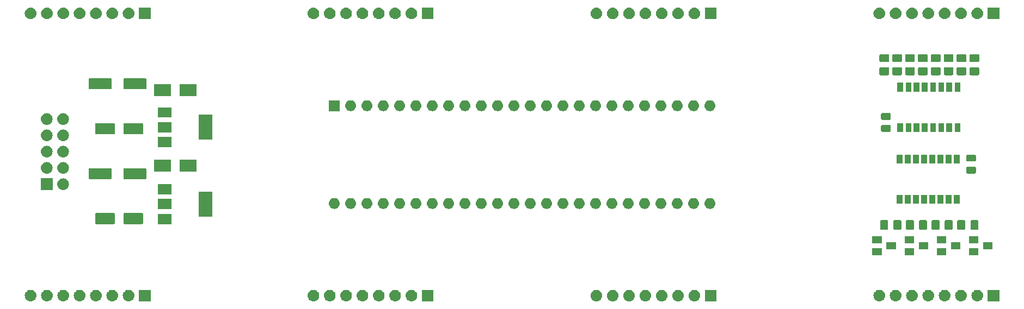
<source format=gbr>
G04 #@! TF.GenerationSoftware,KiCad,Pcbnew,5.0.2+dfsg1-1*
G04 #@! TF.CreationDate,2020-04-26T20:47:29+02:00*
G04 #@! TF.ProjectId,midirouter,6d696469-726f-4757-9465-722e6b696361,rev?*
G04 #@! TF.SameCoordinates,Original*
G04 #@! TF.FileFunction,Soldermask,Bot*
G04 #@! TF.FilePolarity,Negative*
%FSLAX46Y46*%
G04 Gerber Fmt 4.6, Leading zero omitted, Abs format (unit mm)*
G04 Created by KiCad (PCBNEW 5.0.2+dfsg1-1) date Sun 26 Apr 2020 08:47:29 PM CEST*
%MOMM*%
%LPD*%
G01*
G04 APERTURE LIST*
%ADD10C,0.100000*%
G04 APERTURE END LIST*
D10*
G36*
X72330443Y-89105519D02*
X72396627Y-89112037D01*
X72509853Y-89146384D01*
X72566467Y-89163557D01*
X72705087Y-89237652D01*
X72722991Y-89247222D01*
X72758729Y-89276552D01*
X72860186Y-89359814D01*
X72943448Y-89461271D01*
X72972778Y-89497009D01*
X72972779Y-89497011D01*
X73056443Y-89653533D01*
X73056443Y-89653534D01*
X73107963Y-89823373D01*
X73125359Y-90000000D01*
X73107963Y-90176627D01*
X73073616Y-90289853D01*
X73056443Y-90346467D01*
X72982348Y-90485087D01*
X72972778Y-90502991D01*
X72943448Y-90538729D01*
X72860186Y-90640186D01*
X72758729Y-90723448D01*
X72722991Y-90752778D01*
X72722989Y-90752779D01*
X72566467Y-90836443D01*
X72509853Y-90853616D01*
X72396627Y-90887963D01*
X72330443Y-90894481D01*
X72264260Y-90901000D01*
X72175740Y-90901000D01*
X72109557Y-90894481D01*
X72043373Y-90887963D01*
X71930147Y-90853616D01*
X71873533Y-90836443D01*
X71717011Y-90752779D01*
X71717009Y-90752778D01*
X71681271Y-90723448D01*
X71579814Y-90640186D01*
X71496552Y-90538729D01*
X71467222Y-90502991D01*
X71457652Y-90485087D01*
X71383557Y-90346467D01*
X71366384Y-90289853D01*
X71332037Y-90176627D01*
X71314641Y-90000000D01*
X71332037Y-89823373D01*
X71383557Y-89653534D01*
X71383557Y-89653533D01*
X71467221Y-89497011D01*
X71467222Y-89497009D01*
X71496552Y-89461271D01*
X71579814Y-89359814D01*
X71681271Y-89276552D01*
X71717009Y-89247222D01*
X71734913Y-89237652D01*
X71873533Y-89163557D01*
X71930147Y-89146384D01*
X72043373Y-89112037D01*
X72109557Y-89105519D01*
X72175740Y-89099000D01*
X72264260Y-89099000D01*
X72330443Y-89105519D01*
X72330443Y-89105519D01*
G37*
G36*
X28330443Y-89105519D02*
X28396627Y-89112037D01*
X28509853Y-89146384D01*
X28566467Y-89163557D01*
X28705087Y-89237652D01*
X28722991Y-89247222D01*
X28758729Y-89276552D01*
X28860186Y-89359814D01*
X28943448Y-89461271D01*
X28972778Y-89497009D01*
X28972779Y-89497011D01*
X29056443Y-89653533D01*
X29056443Y-89653534D01*
X29107963Y-89823373D01*
X29125359Y-90000000D01*
X29107963Y-90176627D01*
X29073616Y-90289853D01*
X29056443Y-90346467D01*
X28982348Y-90485087D01*
X28972778Y-90502991D01*
X28943448Y-90538729D01*
X28860186Y-90640186D01*
X28758729Y-90723448D01*
X28722991Y-90752778D01*
X28722989Y-90752779D01*
X28566467Y-90836443D01*
X28509853Y-90853616D01*
X28396627Y-90887963D01*
X28330443Y-90894481D01*
X28264260Y-90901000D01*
X28175740Y-90901000D01*
X28109557Y-90894481D01*
X28043373Y-90887963D01*
X27930147Y-90853616D01*
X27873533Y-90836443D01*
X27717011Y-90752779D01*
X27717009Y-90752778D01*
X27681271Y-90723448D01*
X27579814Y-90640186D01*
X27496552Y-90538729D01*
X27467222Y-90502991D01*
X27457652Y-90485087D01*
X27383557Y-90346467D01*
X27366384Y-90289853D01*
X27332037Y-90176627D01*
X27314641Y-90000000D01*
X27332037Y-89823373D01*
X27383557Y-89653534D01*
X27383557Y-89653533D01*
X27467221Y-89497011D01*
X27467222Y-89497009D01*
X27496552Y-89461271D01*
X27579814Y-89359814D01*
X27681271Y-89276552D01*
X27717009Y-89247222D01*
X27734913Y-89237652D01*
X27873533Y-89163557D01*
X27930147Y-89146384D01*
X28043373Y-89112037D01*
X28109557Y-89105519D01*
X28175740Y-89099000D01*
X28264260Y-89099000D01*
X28330443Y-89105519D01*
X28330443Y-89105519D01*
G37*
G36*
X46901000Y-90901000D02*
X45099000Y-90901000D01*
X45099000Y-89099000D01*
X46901000Y-89099000D01*
X46901000Y-90901000D01*
X46901000Y-90901000D01*
G37*
G36*
X43570443Y-89105519D02*
X43636627Y-89112037D01*
X43749853Y-89146384D01*
X43806467Y-89163557D01*
X43945087Y-89237652D01*
X43962991Y-89247222D01*
X43998729Y-89276552D01*
X44100186Y-89359814D01*
X44183448Y-89461271D01*
X44212778Y-89497009D01*
X44212779Y-89497011D01*
X44296443Y-89653533D01*
X44296443Y-89653534D01*
X44347963Y-89823373D01*
X44365359Y-90000000D01*
X44347963Y-90176627D01*
X44313616Y-90289853D01*
X44296443Y-90346467D01*
X44222348Y-90485087D01*
X44212778Y-90502991D01*
X44183448Y-90538729D01*
X44100186Y-90640186D01*
X43998729Y-90723448D01*
X43962991Y-90752778D01*
X43962989Y-90752779D01*
X43806467Y-90836443D01*
X43749853Y-90853616D01*
X43636627Y-90887963D01*
X43570443Y-90894481D01*
X43504260Y-90901000D01*
X43415740Y-90901000D01*
X43349557Y-90894481D01*
X43283373Y-90887963D01*
X43170147Y-90853616D01*
X43113533Y-90836443D01*
X42957011Y-90752779D01*
X42957009Y-90752778D01*
X42921271Y-90723448D01*
X42819814Y-90640186D01*
X42736552Y-90538729D01*
X42707222Y-90502991D01*
X42697652Y-90485087D01*
X42623557Y-90346467D01*
X42606384Y-90289853D01*
X42572037Y-90176627D01*
X42554641Y-90000000D01*
X42572037Y-89823373D01*
X42623557Y-89653534D01*
X42623557Y-89653533D01*
X42707221Y-89497011D01*
X42707222Y-89497009D01*
X42736552Y-89461271D01*
X42819814Y-89359814D01*
X42921271Y-89276552D01*
X42957009Y-89247222D01*
X42974913Y-89237652D01*
X43113533Y-89163557D01*
X43170147Y-89146384D01*
X43283373Y-89112037D01*
X43349557Y-89105519D01*
X43415740Y-89099000D01*
X43504260Y-89099000D01*
X43570443Y-89105519D01*
X43570443Y-89105519D01*
G37*
G36*
X41030443Y-89105519D02*
X41096627Y-89112037D01*
X41209853Y-89146384D01*
X41266467Y-89163557D01*
X41405087Y-89237652D01*
X41422991Y-89247222D01*
X41458729Y-89276552D01*
X41560186Y-89359814D01*
X41643448Y-89461271D01*
X41672778Y-89497009D01*
X41672779Y-89497011D01*
X41756443Y-89653533D01*
X41756443Y-89653534D01*
X41807963Y-89823373D01*
X41825359Y-90000000D01*
X41807963Y-90176627D01*
X41773616Y-90289853D01*
X41756443Y-90346467D01*
X41682348Y-90485087D01*
X41672778Y-90502991D01*
X41643448Y-90538729D01*
X41560186Y-90640186D01*
X41458729Y-90723448D01*
X41422991Y-90752778D01*
X41422989Y-90752779D01*
X41266467Y-90836443D01*
X41209853Y-90853616D01*
X41096627Y-90887963D01*
X41030443Y-90894481D01*
X40964260Y-90901000D01*
X40875740Y-90901000D01*
X40809557Y-90894481D01*
X40743373Y-90887963D01*
X40630147Y-90853616D01*
X40573533Y-90836443D01*
X40417011Y-90752779D01*
X40417009Y-90752778D01*
X40381271Y-90723448D01*
X40279814Y-90640186D01*
X40196552Y-90538729D01*
X40167222Y-90502991D01*
X40157652Y-90485087D01*
X40083557Y-90346467D01*
X40066384Y-90289853D01*
X40032037Y-90176627D01*
X40014641Y-90000000D01*
X40032037Y-89823373D01*
X40083557Y-89653534D01*
X40083557Y-89653533D01*
X40167221Y-89497011D01*
X40167222Y-89497009D01*
X40196552Y-89461271D01*
X40279814Y-89359814D01*
X40381271Y-89276552D01*
X40417009Y-89247222D01*
X40434913Y-89237652D01*
X40573533Y-89163557D01*
X40630147Y-89146384D01*
X40743373Y-89112037D01*
X40809557Y-89105519D01*
X40875740Y-89099000D01*
X40964260Y-89099000D01*
X41030443Y-89105519D01*
X41030443Y-89105519D01*
G37*
G36*
X38490443Y-89105519D02*
X38556627Y-89112037D01*
X38669853Y-89146384D01*
X38726467Y-89163557D01*
X38865087Y-89237652D01*
X38882991Y-89247222D01*
X38918729Y-89276552D01*
X39020186Y-89359814D01*
X39103448Y-89461271D01*
X39132778Y-89497009D01*
X39132779Y-89497011D01*
X39216443Y-89653533D01*
X39216443Y-89653534D01*
X39267963Y-89823373D01*
X39285359Y-90000000D01*
X39267963Y-90176627D01*
X39233616Y-90289853D01*
X39216443Y-90346467D01*
X39142348Y-90485087D01*
X39132778Y-90502991D01*
X39103448Y-90538729D01*
X39020186Y-90640186D01*
X38918729Y-90723448D01*
X38882991Y-90752778D01*
X38882989Y-90752779D01*
X38726467Y-90836443D01*
X38669853Y-90853616D01*
X38556627Y-90887963D01*
X38490443Y-90894481D01*
X38424260Y-90901000D01*
X38335740Y-90901000D01*
X38269557Y-90894481D01*
X38203373Y-90887963D01*
X38090147Y-90853616D01*
X38033533Y-90836443D01*
X37877011Y-90752779D01*
X37877009Y-90752778D01*
X37841271Y-90723448D01*
X37739814Y-90640186D01*
X37656552Y-90538729D01*
X37627222Y-90502991D01*
X37617652Y-90485087D01*
X37543557Y-90346467D01*
X37526384Y-90289853D01*
X37492037Y-90176627D01*
X37474641Y-90000000D01*
X37492037Y-89823373D01*
X37543557Y-89653534D01*
X37543557Y-89653533D01*
X37627221Y-89497011D01*
X37627222Y-89497009D01*
X37656552Y-89461271D01*
X37739814Y-89359814D01*
X37841271Y-89276552D01*
X37877009Y-89247222D01*
X37894913Y-89237652D01*
X38033533Y-89163557D01*
X38090147Y-89146384D01*
X38203373Y-89112037D01*
X38269557Y-89105519D01*
X38335740Y-89099000D01*
X38424260Y-89099000D01*
X38490443Y-89105519D01*
X38490443Y-89105519D01*
G37*
G36*
X35950443Y-89105519D02*
X36016627Y-89112037D01*
X36129853Y-89146384D01*
X36186467Y-89163557D01*
X36325087Y-89237652D01*
X36342991Y-89247222D01*
X36378729Y-89276552D01*
X36480186Y-89359814D01*
X36563448Y-89461271D01*
X36592778Y-89497009D01*
X36592779Y-89497011D01*
X36676443Y-89653533D01*
X36676443Y-89653534D01*
X36727963Y-89823373D01*
X36745359Y-90000000D01*
X36727963Y-90176627D01*
X36693616Y-90289853D01*
X36676443Y-90346467D01*
X36602348Y-90485087D01*
X36592778Y-90502991D01*
X36563448Y-90538729D01*
X36480186Y-90640186D01*
X36378729Y-90723448D01*
X36342991Y-90752778D01*
X36342989Y-90752779D01*
X36186467Y-90836443D01*
X36129853Y-90853616D01*
X36016627Y-90887963D01*
X35950443Y-90894481D01*
X35884260Y-90901000D01*
X35795740Y-90901000D01*
X35729557Y-90894481D01*
X35663373Y-90887963D01*
X35550147Y-90853616D01*
X35493533Y-90836443D01*
X35337011Y-90752779D01*
X35337009Y-90752778D01*
X35301271Y-90723448D01*
X35199814Y-90640186D01*
X35116552Y-90538729D01*
X35087222Y-90502991D01*
X35077652Y-90485087D01*
X35003557Y-90346467D01*
X34986384Y-90289853D01*
X34952037Y-90176627D01*
X34934641Y-90000000D01*
X34952037Y-89823373D01*
X35003557Y-89653534D01*
X35003557Y-89653533D01*
X35087221Y-89497011D01*
X35087222Y-89497009D01*
X35116552Y-89461271D01*
X35199814Y-89359814D01*
X35301271Y-89276552D01*
X35337009Y-89247222D01*
X35354913Y-89237652D01*
X35493533Y-89163557D01*
X35550147Y-89146384D01*
X35663373Y-89112037D01*
X35729557Y-89105519D01*
X35795740Y-89099000D01*
X35884260Y-89099000D01*
X35950443Y-89105519D01*
X35950443Y-89105519D01*
G37*
G36*
X33410443Y-89105519D02*
X33476627Y-89112037D01*
X33589853Y-89146384D01*
X33646467Y-89163557D01*
X33785087Y-89237652D01*
X33802991Y-89247222D01*
X33838729Y-89276552D01*
X33940186Y-89359814D01*
X34023448Y-89461271D01*
X34052778Y-89497009D01*
X34052779Y-89497011D01*
X34136443Y-89653533D01*
X34136443Y-89653534D01*
X34187963Y-89823373D01*
X34205359Y-90000000D01*
X34187963Y-90176627D01*
X34153616Y-90289853D01*
X34136443Y-90346467D01*
X34062348Y-90485087D01*
X34052778Y-90502991D01*
X34023448Y-90538729D01*
X33940186Y-90640186D01*
X33838729Y-90723448D01*
X33802991Y-90752778D01*
X33802989Y-90752779D01*
X33646467Y-90836443D01*
X33589853Y-90853616D01*
X33476627Y-90887963D01*
X33410443Y-90894481D01*
X33344260Y-90901000D01*
X33255740Y-90901000D01*
X33189557Y-90894481D01*
X33123373Y-90887963D01*
X33010147Y-90853616D01*
X32953533Y-90836443D01*
X32797011Y-90752779D01*
X32797009Y-90752778D01*
X32761271Y-90723448D01*
X32659814Y-90640186D01*
X32576552Y-90538729D01*
X32547222Y-90502991D01*
X32537652Y-90485087D01*
X32463557Y-90346467D01*
X32446384Y-90289853D01*
X32412037Y-90176627D01*
X32394641Y-90000000D01*
X32412037Y-89823373D01*
X32463557Y-89653534D01*
X32463557Y-89653533D01*
X32547221Y-89497011D01*
X32547222Y-89497009D01*
X32576552Y-89461271D01*
X32659814Y-89359814D01*
X32761271Y-89276552D01*
X32797009Y-89247222D01*
X32814913Y-89237652D01*
X32953533Y-89163557D01*
X33010147Y-89146384D01*
X33123373Y-89112037D01*
X33189557Y-89105519D01*
X33255740Y-89099000D01*
X33344260Y-89099000D01*
X33410443Y-89105519D01*
X33410443Y-89105519D01*
G37*
G36*
X30870443Y-89105519D02*
X30936627Y-89112037D01*
X31049853Y-89146384D01*
X31106467Y-89163557D01*
X31245087Y-89237652D01*
X31262991Y-89247222D01*
X31298729Y-89276552D01*
X31400186Y-89359814D01*
X31483448Y-89461271D01*
X31512778Y-89497009D01*
X31512779Y-89497011D01*
X31596443Y-89653533D01*
X31596443Y-89653534D01*
X31647963Y-89823373D01*
X31665359Y-90000000D01*
X31647963Y-90176627D01*
X31613616Y-90289853D01*
X31596443Y-90346467D01*
X31522348Y-90485087D01*
X31512778Y-90502991D01*
X31483448Y-90538729D01*
X31400186Y-90640186D01*
X31298729Y-90723448D01*
X31262991Y-90752778D01*
X31262989Y-90752779D01*
X31106467Y-90836443D01*
X31049853Y-90853616D01*
X30936627Y-90887963D01*
X30870443Y-90894481D01*
X30804260Y-90901000D01*
X30715740Y-90901000D01*
X30649557Y-90894481D01*
X30583373Y-90887963D01*
X30470147Y-90853616D01*
X30413533Y-90836443D01*
X30257011Y-90752779D01*
X30257009Y-90752778D01*
X30221271Y-90723448D01*
X30119814Y-90640186D01*
X30036552Y-90538729D01*
X30007222Y-90502991D01*
X29997652Y-90485087D01*
X29923557Y-90346467D01*
X29906384Y-90289853D01*
X29872037Y-90176627D01*
X29854641Y-90000000D01*
X29872037Y-89823373D01*
X29923557Y-89653534D01*
X29923557Y-89653533D01*
X30007221Y-89497011D01*
X30007222Y-89497009D01*
X30036552Y-89461271D01*
X30119814Y-89359814D01*
X30221271Y-89276552D01*
X30257009Y-89247222D01*
X30274913Y-89237652D01*
X30413533Y-89163557D01*
X30470147Y-89146384D01*
X30583373Y-89112037D01*
X30649557Y-89105519D01*
X30715740Y-89099000D01*
X30804260Y-89099000D01*
X30870443Y-89105519D01*
X30870443Y-89105519D01*
G37*
G36*
X116330443Y-89105519D02*
X116396627Y-89112037D01*
X116509853Y-89146384D01*
X116566467Y-89163557D01*
X116705087Y-89237652D01*
X116722991Y-89247222D01*
X116758729Y-89276552D01*
X116860186Y-89359814D01*
X116943448Y-89461271D01*
X116972778Y-89497009D01*
X116972779Y-89497011D01*
X117056443Y-89653533D01*
X117056443Y-89653534D01*
X117107963Y-89823373D01*
X117125359Y-90000000D01*
X117107963Y-90176627D01*
X117073616Y-90289853D01*
X117056443Y-90346467D01*
X116982348Y-90485087D01*
X116972778Y-90502991D01*
X116943448Y-90538729D01*
X116860186Y-90640186D01*
X116758729Y-90723448D01*
X116722991Y-90752778D01*
X116722989Y-90752779D01*
X116566467Y-90836443D01*
X116509853Y-90853616D01*
X116396627Y-90887963D01*
X116330443Y-90894481D01*
X116264260Y-90901000D01*
X116175740Y-90901000D01*
X116109557Y-90894481D01*
X116043373Y-90887963D01*
X115930147Y-90853616D01*
X115873533Y-90836443D01*
X115717011Y-90752779D01*
X115717009Y-90752778D01*
X115681271Y-90723448D01*
X115579814Y-90640186D01*
X115496552Y-90538729D01*
X115467222Y-90502991D01*
X115457652Y-90485087D01*
X115383557Y-90346467D01*
X115366384Y-90289853D01*
X115332037Y-90176627D01*
X115314641Y-90000000D01*
X115332037Y-89823373D01*
X115383557Y-89653534D01*
X115383557Y-89653533D01*
X115467221Y-89497011D01*
X115467222Y-89497009D01*
X115496552Y-89461271D01*
X115579814Y-89359814D01*
X115681271Y-89276552D01*
X115717009Y-89247222D01*
X115734913Y-89237652D01*
X115873533Y-89163557D01*
X115930147Y-89146384D01*
X116043373Y-89112037D01*
X116109557Y-89105519D01*
X116175740Y-89099000D01*
X116264260Y-89099000D01*
X116330443Y-89105519D01*
X116330443Y-89105519D01*
G37*
G36*
X74870443Y-89105519D02*
X74936627Y-89112037D01*
X75049853Y-89146384D01*
X75106467Y-89163557D01*
X75245087Y-89237652D01*
X75262991Y-89247222D01*
X75298729Y-89276552D01*
X75400186Y-89359814D01*
X75483448Y-89461271D01*
X75512778Y-89497009D01*
X75512779Y-89497011D01*
X75596443Y-89653533D01*
X75596443Y-89653534D01*
X75647963Y-89823373D01*
X75665359Y-90000000D01*
X75647963Y-90176627D01*
X75613616Y-90289853D01*
X75596443Y-90346467D01*
X75522348Y-90485087D01*
X75512778Y-90502991D01*
X75483448Y-90538729D01*
X75400186Y-90640186D01*
X75298729Y-90723448D01*
X75262991Y-90752778D01*
X75262989Y-90752779D01*
X75106467Y-90836443D01*
X75049853Y-90853616D01*
X74936627Y-90887963D01*
X74870443Y-90894481D01*
X74804260Y-90901000D01*
X74715740Y-90901000D01*
X74649557Y-90894481D01*
X74583373Y-90887963D01*
X74470147Y-90853616D01*
X74413533Y-90836443D01*
X74257011Y-90752779D01*
X74257009Y-90752778D01*
X74221271Y-90723448D01*
X74119814Y-90640186D01*
X74036552Y-90538729D01*
X74007222Y-90502991D01*
X73997652Y-90485087D01*
X73923557Y-90346467D01*
X73906384Y-90289853D01*
X73872037Y-90176627D01*
X73854641Y-90000000D01*
X73872037Y-89823373D01*
X73923557Y-89653534D01*
X73923557Y-89653533D01*
X74007221Y-89497011D01*
X74007222Y-89497009D01*
X74036552Y-89461271D01*
X74119814Y-89359814D01*
X74221271Y-89276552D01*
X74257009Y-89247222D01*
X74274913Y-89237652D01*
X74413533Y-89163557D01*
X74470147Y-89146384D01*
X74583373Y-89112037D01*
X74649557Y-89105519D01*
X74715740Y-89099000D01*
X74804260Y-89099000D01*
X74870443Y-89105519D01*
X74870443Y-89105519D01*
G37*
G36*
X77410443Y-89105519D02*
X77476627Y-89112037D01*
X77589853Y-89146384D01*
X77646467Y-89163557D01*
X77785087Y-89237652D01*
X77802991Y-89247222D01*
X77838729Y-89276552D01*
X77940186Y-89359814D01*
X78023448Y-89461271D01*
X78052778Y-89497009D01*
X78052779Y-89497011D01*
X78136443Y-89653533D01*
X78136443Y-89653534D01*
X78187963Y-89823373D01*
X78205359Y-90000000D01*
X78187963Y-90176627D01*
X78153616Y-90289853D01*
X78136443Y-90346467D01*
X78062348Y-90485087D01*
X78052778Y-90502991D01*
X78023448Y-90538729D01*
X77940186Y-90640186D01*
X77838729Y-90723448D01*
X77802991Y-90752778D01*
X77802989Y-90752779D01*
X77646467Y-90836443D01*
X77589853Y-90853616D01*
X77476627Y-90887963D01*
X77410443Y-90894481D01*
X77344260Y-90901000D01*
X77255740Y-90901000D01*
X77189557Y-90894481D01*
X77123373Y-90887963D01*
X77010147Y-90853616D01*
X76953533Y-90836443D01*
X76797011Y-90752779D01*
X76797009Y-90752778D01*
X76761271Y-90723448D01*
X76659814Y-90640186D01*
X76576552Y-90538729D01*
X76547222Y-90502991D01*
X76537652Y-90485087D01*
X76463557Y-90346467D01*
X76446384Y-90289853D01*
X76412037Y-90176627D01*
X76394641Y-90000000D01*
X76412037Y-89823373D01*
X76463557Y-89653534D01*
X76463557Y-89653533D01*
X76547221Y-89497011D01*
X76547222Y-89497009D01*
X76576552Y-89461271D01*
X76659814Y-89359814D01*
X76761271Y-89276552D01*
X76797009Y-89247222D01*
X76814913Y-89237652D01*
X76953533Y-89163557D01*
X77010147Y-89146384D01*
X77123373Y-89112037D01*
X77189557Y-89105519D01*
X77255740Y-89099000D01*
X77344260Y-89099000D01*
X77410443Y-89105519D01*
X77410443Y-89105519D01*
G37*
G36*
X79950443Y-89105519D02*
X80016627Y-89112037D01*
X80129853Y-89146384D01*
X80186467Y-89163557D01*
X80325087Y-89237652D01*
X80342991Y-89247222D01*
X80378729Y-89276552D01*
X80480186Y-89359814D01*
X80563448Y-89461271D01*
X80592778Y-89497009D01*
X80592779Y-89497011D01*
X80676443Y-89653533D01*
X80676443Y-89653534D01*
X80727963Y-89823373D01*
X80745359Y-90000000D01*
X80727963Y-90176627D01*
X80693616Y-90289853D01*
X80676443Y-90346467D01*
X80602348Y-90485087D01*
X80592778Y-90502991D01*
X80563448Y-90538729D01*
X80480186Y-90640186D01*
X80378729Y-90723448D01*
X80342991Y-90752778D01*
X80342989Y-90752779D01*
X80186467Y-90836443D01*
X80129853Y-90853616D01*
X80016627Y-90887963D01*
X79950443Y-90894481D01*
X79884260Y-90901000D01*
X79795740Y-90901000D01*
X79729557Y-90894481D01*
X79663373Y-90887963D01*
X79550147Y-90853616D01*
X79493533Y-90836443D01*
X79337011Y-90752779D01*
X79337009Y-90752778D01*
X79301271Y-90723448D01*
X79199814Y-90640186D01*
X79116552Y-90538729D01*
X79087222Y-90502991D01*
X79077652Y-90485087D01*
X79003557Y-90346467D01*
X78986384Y-90289853D01*
X78952037Y-90176627D01*
X78934641Y-90000000D01*
X78952037Y-89823373D01*
X79003557Y-89653534D01*
X79003557Y-89653533D01*
X79087221Y-89497011D01*
X79087222Y-89497009D01*
X79116552Y-89461271D01*
X79199814Y-89359814D01*
X79301271Y-89276552D01*
X79337009Y-89247222D01*
X79354913Y-89237652D01*
X79493533Y-89163557D01*
X79550147Y-89146384D01*
X79663373Y-89112037D01*
X79729557Y-89105519D01*
X79795740Y-89099000D01*
X79884260Y-89099000D01*
X79950443Y-89105519D01*
X79950443Y-89105519D01*
G37*
G36*
X82490443Y-89105519D02*
X82556627Y-89112037D01*
X82669853Y-89146384D01*
X82726467Y-89163557D01*
X82865087Y-89237652D01*
X82882991Y-89247222D01*
X82918729Y-89276552D01*
X83020186Y-89359814D01*
X83103448Y-89461271D01*
X83132778Y-89497009D01*
X83132779Y-89497011D01*
X83216443Y-89653533D01*
X83216443Y-89653534D01*
X83267963Y-89823373D01*
X83285359Y-90000000D01*
X83267963Y-90176627D01*
X83233616Y-90289853D01*
X83216443Y-90346467D01*
X83142348Y-90485087D01*
X83132778Y-90502991D01*
X83103448Y-90538729D01*
X83020186Y-90640186D01*
X82918729Y-90723448D01*
X82882991Y-90752778D01*
X82882989Y-90752779D01*
X82726467Y-90836443D01*
X82669853Y-90853616D01*
X82556627Y-90887963D01*
X82490443Y-90894481D01*
X82424260Y-90901000D01*
X82335740Y-90901000D01*
X82269557Y-90894481D01*
X82203373Y-90887963D01*
X82090147Y-90853616D01*
X82033533Y-90836443D01*
X81877011Y-90752779D01*
X81877009Y-90752778D01*
X81841271Y-90723448D01*
X81739814Y-90640186D01*
X81656552Y-90538729D01*
X81627222Y-90502991D01*
X81617652Y-90485087D01*
X81543557Y-90346467D01*
X81526384Y-90289853D01*
X81492037Y-90176627D01*
X81474641Y-90000000D01*
X81492037Y-89823373D01*
X81543557Y-89653534D01*
X81543557Y-89653533D01*
X81627221Y-89497011D01*
X81627222Y-89497009D01*
X81656552Y-89461271D01*
X81739814Y-89359814D01*
X81841271Y-89276552D01*
X81877009Y-89247222D01*
X81894913Y-89237652D01*
X82033533Y-89163557D01*
X82090147Y-89146384D01*
X82203373Y-89112037D01*
X82269557Y-89105519D01*
X82335740Y-89099000D01*
X82424260Y-89099000D01*
X82490443Y-89105519D01*
X82490443Y-89105519D01*
G37*
G36*
X85030443Y-89105519D02*
X85096627Y-89112037D01*
X85209853Y-89146384D01*
X85266467Y-89163557D01*
X85405087Y-89237652D01*
X85422991Y-89247222D01*
X85458729Y-89276552D01*
X85560186Y-89359814D01*
X85643448Y-89461271D01*
X85672778Y-89497009D01*
X85672779Y-89497011D01*
X85756443Y-89653533D01*
X85756443Y-89653534D01*
X85807963Y-89823373D01*
X85825359Y-90000000D01*
X85807963Y-90176627D01*
X85773616Y-90289853D01*
X85756443Y-90346467D01*
X85682348Y-90485087D01*
X85672778Y-90502991D01*
X85643448Y-90538729D01*
X85560186Y-90640186D01*
X85458729Y-90723448D01*
X85422991Y-90752778D01*
X85422989Y-90752779D01*
X85266467Y-90836443D01*
X85209853Y-90853616D01*
X85096627Y-90887963D01*
X85030443Y-90894481D01*
X84964260Y-90901000D01*
X84875740Y-90901000D01*
X84809557Y-90894481D01*
X84743373Y-90887963D01*
X84630147Y-90853616D01*
X84573533Y-90836443D01*
X84417011Y-90752779D01*
X84417009Y-90752778D01*
X84381271Y-90723448D01*
X84279814Y-90640186D01*
X84196552Y-90538729D01*
X84167222Y-90502991D01*
X84157652Y-90485087D01*
X84083557Y-90346467D01*
X84066384Y-90289853D01*
X84032037Y-90176627D01*
X84014641Y-90000000D01*
X84032037Y-89823373D01*
X84083557Y-89653534D01*
X84083557Y-89653533D01*
X84167221Y-89497011D01*
X84167222Y-89497009D01*
X84196552Y-89461271D01*
X84279814Y-89359814D01*
X84381271Y-89276552D01*
X84417009Y-89247222D01*
X84434913Y-89237652D01*
X84573533Y-89163557D01*
X84630147Y-89146384D01*
X84743373Y-89112037D01*
X84809557Y-89105519D01*
X84875740Y-89099000D01*
X84964260Y-89099000D01*
X85030443Y-89105519D01*
X85030443Y-89105519D01*
G37*
G36*
X87570443Y-89105519D02*
X87636627Y-89112037D01*
X87749853Y-89146384D01*
X87806467Y-89163557D01*
X87945087Y-89237652D01*
X87962991Y-89247222D01*
X87998729Y-89276552D01*
X88100186Y-89359814D01*
X88183448Y-89461271D01*
X88212778Y-89497009D01*
X88212779Y-89497011D01*
X88296443Y-89653533D01*
X88296443Y-89653534D01*
X88347963Y-89823373D01*
X88365359Y-90000000D01*
X88347963Y-90176627D01*
X88313616Y-90289853D01*
X88296443Y-90346467D01*
X88222348Y-90485087D01*
X88212778Y-90502991D01*
X88183448Y-90538729D01*
X88100186Y-90640186D01*
X87998729Y-90723448D01*
X87962991Y-90752778D01*
X87962989Y-90752779D01*
X87806467Y-90836443D01*
X87749853Y-90853616D01*
X87636627Y-90887963D01*
X87570443Y-90894481D01*
X87504260Y-90901000D01*
X87415740Y-90901000D01*
X87349557Y-90894481D01*
X87283373Y-90887963D01*
X87170147Y-90853616D01*
X87113533Y-90836443D01*
X86957011Y-90752779D01*
X86957009Y-90752778D01*
X86921271Y-90723448D01*
X86819814Y-90640186D01*
X86736552Y-90538729D01*
X86707222Y-90502991D01*
X86697652Y-90485087D01*
X86623557Y-90346467D01*
X86606384Y-90289853D01*
X86572037Y-90176627D01*
X86554641Y-90000000D01*
X86572037Y-89823373D01*
X86623557Y-89653534D01*
X86623557Y-89653533D01*
X86707221Y-89497011D01*
X86707222Y-89497009D01*
X86736552Y-89461271D01*
X86819814Y-89359814D01*
X86921271Y-89276552D01*
X86957009Y-89247222D01*
X86974913Y-89237652D01*
X87113533Y-89163557D01*
X87170147Y-89146384D01*
X87283373Y-89112037D01*
X87349557Y-89105519D01*
X87415740Y-89099000D01*
X87504260Y-89099000D01*
X87570443Y-89105519D01*
X87570443Y-89105519D01*
G37*
G36*
X160330443Y-89105519D02*
X160396627Y-89112037D01*
X160509853Y-89146384D01*
X160566467Y-89163557D01*
X160705087Y-89237652D01*
X160722991Y-89247222D01*
X160758729Y-89276552D01*
X160860186Y-89359814D01*
X160943448Y-89461271D01*
X160972778Y-89497009D01*
X160972779Y-89497011D01*
X161056443Y-89653533D01*
X161056443Y-89653534D01*
X161107963Y-89823373D01*
X161125359Y-90000000D01*
X161107963Y-90176627D01*
X161073616Y-90289853D01*
X161056443Y-90346467D01*
X160982348Y-90485087D01*
X160972778Y-90502991D01*
X160943448Y-90538729D01*
X160860186Y-90640186D01*
X160758729Y-90723448D01*
X160722991Y-90752778D01*
X160722989Y-90752779D01*
X160566467Y-90836443D01*
X160509853Y-90853616D01*
X160396627Y-90887963D01*
X160330443Y-90894481D01*
X160264260Y-90901000D01*
X160175740Y-90901000D01*
X160109557Y-90894481D01*
X160043373Y-90887963D01*
X159930147Y-90853616D01*
X159873533Y-90836443D01*
X159717011Y-90752779D01*
X159717009Y-90752778D01*
X159681271Y-90723448D01*
X159579814Y-90640186D01*
X159496552Y-90538729D01*
X159467222Y-90502991D01*
X159457652Y-90485087D01*
X159383557Y-90346467D01*
X159366384Y-90289853D01*
X159332037Y-90176627D01*
X159314641Y-90000000D01*
X159332037Y-89823373D01*
X159383557Y-89653534D01*
X159383557Y-89653533D01*
X159467221Y-89497011D01*
X159467222Y-89497009D01*
X159496552Y-89461271D01*
X159579814Y-89359814D01*
X159681271Y-89276552D01*
X159717009Y-89247222D01*
X159734913Y-89237652D01*
X159873533Y-89163557D01*
X159930147Y-89146384D01*
X160043373Y-89112037D01*
X160109557Y-89105519D01*
X160175740Y-89099000D01*
X160264260Y-89099000D01*
X160330443Y-89105519D01*
X160330443Y-89105519D01*
G37*
G36*
X175570443Y-89105519D02*
X175636627Y-89112037D01*
X175749853Y-89146384D01*
X175806467Y-89163557D01*
X175945087Y-89237652D01*
X175962991Y-89247222D01*
X175998729Y-89276552D01*
X176100186Y-89359814D01*
X176183448Y-89461271D01*
X176212778Y-89497009D01*
X176212779Y-89497011D01*
X176296443Y-89653533D01*
X176296443Y-89653534D01*
X176347963Y-89823373D01*
X176365359Y-90000000D01*
X176347963Y-90176627D01*
X176313616Y-90289853D01*
X176296443Y-90346467D01*
X176222348Y-90485087D01*
X176212778Y-90502991D01*
X176183448Y-90538729D01*
X176100186Y-90640186D01*
X175998729Y-90723448D01*
X175962991Y-90752778D01*
X175962989Y-90752779D01*
X175806467Y-90836443D01*
X175749853Y-90853616D01*
X175636627Y-90887963D01*
X175570443Y-90894481D01*
X175504260Y-90901000D01*
X175415740Y-90901000D01*
X175349557Y-90894481D01*
X175283373Y-90887963D01*
X175170147Y-90853616D01*
X175113533Y-90836443D01*
X174957011Y-90752779D01*
X174957009Y-90752778D01*
X174921271Y-90723448D01*
X174819814Y-90640186D01*
X174736552Y-90538729D01*
X174707222Y-90502991D01*
X174697652Y-90485087D01*
X174623557Y-90346467D01*
X174606384Y-90289853D01*
X174572037Y-90176627D01*
X174554641Y-90000000D01*
X174572037Y-89823373D01*
X174623557Y-89653534D01*
X174623557Y-89653533D01*
X174707221Y-89497011D01*
X174707222Y-89497009D01*
X174736552Y-89461271D01*
X174819814Y-89359814D01*
X174921271Y-89276552D01*
X174957009Y-89247222D01*
X174974913Y-89237652D01*
X175113533Y-89163557D01*
X175170147Y-89146384D01*
X175283373Y-89112037D01*
X175349557Y-89105519D01*
X175415740Y-89099000D01*
X175504260Y-89099000D01*
X175570443Y-89105519D01*
X175570443Y-89105519D01*
G37*
G36*
X178901000Y-90901000D02*
X177099000Y-90901000D01*
X177099000Y-89099000D01*
X178901000Y-89099000D01*
X178901000Y-90901000D01*
X178901000Y-90901000D01*
G37*
G36*
X118870443Y-89105519D02*
X118936627Y-89112037D01*
X119049853Y-89146384D01*
X119106467Y-89163557D01*
X119245087Y-89237652D01*
X119262991Y-89247222D01*
X119298729Y-89276552D01*
X119400186Y-89359814D01*
X119483448Y-89461271D01*
X119512778Y-89497009D01*
X119512779Y-89497011D01*
X119596443Y-89653533D01*
X119596443Y-89653534D01*
X119647963Y-89823373D01*
X119665359Y-90000000D01*
X119647963Y-90176627D01*
X119613616Y-90289853D01*
X119596443Y-90346467D01*
X119522348Y-90485087D01*
X119512778Y-90502991D01*
X119483448Y-90538729D01*
X119400186Y-90640186D01*
X119298729Y-90723448D01*
X119262991Y-90752778D01*
X119262989Y-90752779D01*
X119106467Y-90836443D01*
X119049853Y-90853616D01*
X118936627Y-90887963D01*
X118870443Y-90894481D01*
X118804260Y-90901000D01*
X118715740Y-90901000D01*
X118649557Y-90894481D01*
X118583373Y-90887963D01*
X118470147Y-90853616D01*
X118413533Y-90836443D01*
X118257011Y-90752779D01*
X118257009Y-90752778D01*
X118221271Y-90723448D01*
X118119814Y-90640186D01*
X118036552Y-90538729D01*
X118007222Y-90502991D01*
X117997652Y-90485087D01*
X117923557Y-90346467D01*
X117906384Y-90289853D01*
X117872037Y-90176627D01*
X117854641Y-90000000D01*
X117872037Y-89823373D01*
X117923557Y-89653534D01*
X117923557Y-89653533D01*
X118007221Y-89497011D01*
X118007222Y-89497009D01*
X118036552Y-89461271D01*
X118119814Y-89359814D01*
X118221271Y-89276552D01*
X118257009Y-89247222D01*
X118274913Y-89237652D01*
X118413533Y-89163557D01*
X118470147Y-89146384D01*
X118583373Y-89112037D01*
X118649557Y-89105519D01*
X118715740Y-89099000D01*
X118804260Y-89099000D01*
X118870443Y-89105519D01*
X118870443Y-89105519D01*
G37*
G36*
X121410443Y-89105519D02*
X121476627Y-89112037D01*
X121589853Y-89146384D01*
X121646467Y-89163557D01*
X121785087Y-89237652D01*
X121802991Y-89247222D01*
X121838729Y-89276552D01*
X121940186Y-89359814D01*
X122023448Y-89461271D01*
X122052778Y-89497009D01*
X122052779Y-89497011D01*
X122136443Y-89653533D01*
X122136443Y-89653534D01*
X122187963Y-89823373D01*
X122205359Y-90000000D01*
X122187963Y-90176627D01*
X122153616Y-90289853D01*
X122136443Y-90346467D01*
X122062348Y-90485087D01*
X122052778Y-90502991D01*
X122023448Y-90538729D01*
X121940186Y-90640186D01*
X121838729Y-90723448D01*
X121802991Y-90752778D01*
X121802989Y-90752779D01*
X121646467Y-90836443D01*
X121589853Y-90853616D01*
X121476627Y-90887963D01*
X121410443Y-90894481D01*
X121344260Y-90901000D01*
X121255740Y-90901000D01*
X121189557Y-90894481D01*
X121123373Y-90887963D01*
X121010147Y-90853616D01*
X120953533Y-90836443D01*
X120797011Y-90752779D01*
X120797009Y-90752778D01*
X120761271Y-90723448D01*
X120659814Y-90640186D01*
X120576552Y-90538729D01*
X120547222Y-90502991D01*
X120537652Y-90485087D01*
X120463557Y-90346467D01*
X120446384Y-90289853D01*
X120412037Y-90176627D01*
X120394641Y-90000000D01*
X120412037Y-89823373D01*
X120463557Y-89653534D01*
X120463557Y-89653533D01*
X120547221Y-89497011D01*
X120547222Y-89497009D01*
X120576552Y-89461271D01*
X120659814Y-89359814D01*
X120761271Y-89276552D01*
X120797009Y-89247222D01*
X120814913Y-89237652D01*
X120953533Y-89163557D01*
X121010147Y-89146384D01*
X121123373Y-89112037D01*
X121189557Y-89105519D01*
X121255740Y-89099000D01*
X121344260Y-89099000D01*
X121410443Y-89105519D01*
X121410443Y-89105519D01*
G37*
G36*
X123950443Y-89105519D02*
X124016627Y-89112037D01*
X124129853Y-89146384D01*
X124186467Y-89163557D01*
X124325087Y-89237652D01*
X124342991Y-89247222D01*
X124378729Y-89276552D01*
X124480186Y-89359814D01*
X124563448Y-89461271D01*
X124592778Y-89497009D01*
X124592779Y-89497011D01*
X124676443Y-89653533D01*
X124676443Y-89653534D01*
X124727963Y-89823373D01*
X124745359Y-90000000D01*
X124727963Y-90176627D01*
X124693616Y-90289853D01*
X124676443Y-90346467D01*
X124602348Y-90485087D01*
X124592778Y-90502991D01*
X124563448Y-90538729D01*
X124480186Y-90640186D01*
X124378729Y-90723448D01*
X124342991Y-90752778D01*
X124342989Y-90752779D01*
X124186467Y-90836443D01*
X124129853Y-90853616D01*
X124016627Y-90887963D01*
X123950443Y-90894481D01*
X123884260Y-90901000D01*
X123795740Y-90901000D01*
X123729557Y-90894481D01*
X123663373Y-90887963D01*
X123550147Y-90853616D01*
X123493533Y-90836443D01*
X123337011Y-90752779D01*
X123337009Y-90752778D01*
X123301271Y-90723448D01*
X123199814Y-90640186D01*
X123116552Y-90538729D01*
X123087222Y-90502991D01*
X123077652Y-90485087D01*
X123003557Y-90346467D01*
X122986384Y-90289853D01*
X122952037Y-90176627D01*
X122934641Y-90000000D01*
X122952037Y-89823373D01*
X123003557Y-89653534D01*
X123003557Y-89653533D01*
X123087221Y-89497011D01*
X123087222Y-89497009D01*
X123116552Y-89461271D01*
X123199814Y-89359814D01*
X123301271Y-89276552D01*
X123337009Y-89247222D01*
X123354913Y-89237652D01*
X123493533Y-89163557D01*
X123550147Y-89146384D01*
X123663373Y-89112037D01*
X123729557Y-89105519D01*
X123795740Y-89099000D01*
X123884260Y-89099000D01*
X123950443Y-89105519D01*
X123950443Y-89105519D01*
G37*
G36*
X126490443Y-89105519D02*
X126556627Y-89112037D01*
X126669853Y-89146384D01*
X126726467Y-89163557D01*
X126865087Y-89237652D01*
X126882991Y-89247222D01*
X126918729Y-89276552D01*
X127020186Y-89359814D01*
X127103448Y-89461271D01*
X127132778Y-89497009D01*
X127132779Y-89497011D01*
X127216443Y-89653533D01*
X127216443Y-89653534D01*
X127267963Y-89823373D01*
X127285359Y-90000000D01*
X127267963Y-90176627D01*
X127233616Y-90289853D01*
X127216443Y-90346467D01*
X127142348Y-90485087D01*
X127132778Y-90502991D01*
X127103448Y-90538729D01*
X127020186Y-90640186D01*
X126918729Y-90723448D01*
X126882991Y-90752778D01*
X126882989Y-90752779D01*
X126726467Y-90836443D01*
X126669853Y-90853616D01*
X126556627Y-90887963D01*
X126490443Y-90894481D01*
X126424260Y-90901000D01*
X126335740Y-90901000D01*
X126269557Y-90894481D01*
X126203373Y-90887963D01*
X126090147Y-90853616D01*
X126033533Y-90836443D01*
X125877011Y-90752779D01*
X125877009Y-90752778D01*
X125841271Y-90723448D01*
X125739814Y-90640186D01*
X125656552Y-90538729D01*
X125627222Y-90502991D01*
X125617652Y-90485087D01*
X125543557Y-90346467D01*
X125526384Y-90289853D01*
X125492037Y-90176627D01*
X125474641Y-90000000D01*
X125492037Y-89823373D01*
X125543557Y-89653534D01*
X125543557Y-89653533D01*
X125627221Y-89497011D01*
X125627222Y-89497009D01*
X125656552Y-89461271D01*
X125739814Y-89359814D01*
X125841271Y-89276552D01*
X125877009Y-89247222D01*
X125894913Y-89237652D01*
X126033533Y-89163557D01*
X126090147Y-89146384D01*
X126203373Y-89112037D01*
X126269557Y-89105519D01*
X126335740Y-89099000D01*
X126424260Y-89099000D01*
X126490443Y-89105519D01*
X126490443Y-89105519D01*
G37*
G36*
X129030443Y-89105519D02*
X129096627Y-89112037D01*
X129209853Y-89146384D01*
X129266467Y-89163557D01*
X129405087Y-89237652D01*
X129422991Y-89247222D01*
X129458729Y-89276552D01*
X129560186Y-89359814D01*
X129643448Y-89461271D01*
X129672778Y-89497009D01*
X129672779Y-89497011D01*
X129756443Y-89653533D01*
X129756443Y-89653534D01*
X129807963Y-89823373D01*
X129825359Y-90000000D01*
X129807963Y-90176627D01*
X129773616Y-90289853D01*
X129756443Y-90346467D01*
X129682348Y-90485087D01*
X129672778Y-90502991D01*
X129643448Y-90538729D01*
X129560186Y-90640186D01*
X129458729Y-90723448D01*
X129422991Y-90752778D01*
X129422989Y-90752779D01*
X129266467Y-90836443D01*
X129209853Y-90853616D01*
X129096627Y-90887963D01*
X129030443Y-90894481D01*
X128964260Y-90901000D01*
X128875740Y-90901000D01*
X128809557Y-90894481D01*
X128743373Y-90887963D01*
X128630147Y-90853616D01*
X128573533Y-90836443D01*
X128417011Y-90752779D01*
X128417009Y-90752778D01*
X128381271Y-90723448D01*
X128279814Y-90640186D01*
X128196552Y-90538729D01*
X128167222Y-90502991D01*
X128157652Y-90485087D01*
X128083557Y-90346467D01*
X128066384Y-90289853D01*
X128032037Y-90176627D01*
X128014641Y-90000000D01*
X128032037Y-89823373D01*
X128083557Y-89653534D01*
X128083557Y-89653533D01*
X128167221Y-89497011D01*
X128167222Y-89497009D01*
X128196552Y-89461271D01*
X128279814Y-89359814D01*
X128381271Y-89276552D01*
X128417009Y-89247222D01*
X128434913Y-89237652D01*
X128573533Y-89163557D01*
X128630147Y-89146384D01*
X128743373Y-89112037D01*
X128809557Y-89105519D01*
X128875740Y-89099000D01*
X128964260Y-89099000D01*
X129030443Y-89105519D01*
X129030443Y-89105519D01*
G37*
G36*
X131570443Y-89105519D02*
X131636627Y-89112037D01*
X131749853Y-89146384D01*
X131806467Y-89163557D01*
X131945087Y-89237652D01*
X131962991Y-89247222D01*
X131998729Y-89276552D01*
X132100186Y-89359814D01*
X132183448Y-89461271D01*
X132212778Y-89497009D01*
X132212779Y-89497011D01*
X132296443Y-89653533D01*
X132296443Y-89653534D01*
X132347963Y-89823373D01*
X132365359Y-90000000D01*
X132347963Y-90176627D01*
X132313616Y-90289853D01*
X132296443Y-90346467D01*
X132222348Y-90485087D01*
X132212778Y-90502991D01*
X132183448Y-90538729D01*
X132100186Y-90640186D01*
X131998729Y-90723448D01*
X131962991Y-90752778D01*
X131962989Y-90752779D01*
X131806467Y-90836443D01*
X131749853Y-90853616D01*
X131636627Y-90887963D01*
X131570443Y-90894481D01*
X131504260Y-90901000D01*
X131415740Y-90901000D01*
X131349557Y-90894481D01*
X131283373Y-90887963D01*
X131170147Y-90853616D01*
X131113533Y-90836443D01*
X130957011Y-90752779D01*
X130957009Y-90752778D01*
X130921271Y-90723448D01*
X130819814Y-90640186D01*
X130736552Y-90538729D01*
X130707222Y-90502991D01*
X130697652Y-90485087D01*
X130623557Y-90346467D01*
X130606384Y-90289853D01*
X130572037Y-90176627D01*
X130554641Y-90000000D01*
X130572037Y-89823373D01*
X130623557Y-89653534D01*
X130623557Y-89653533D01*
X130707221Y-89497011D01*
X130707222Y-89497009D01*
X130736552Y-89461271D01*
X130819814Y-89359814D01*
X130921271Y-89276552D01*
X130957009Y-89247222D01*
X130974913Y-89237652D01*
X131113533Y-89163557D01*
X131170147Y-89146384D01*
X131283373Y-89112037D01*
X131349557Y-89105519D01*
X131415740Y-89099000D01*
X131504260Y-89099000D01*
X131570443Y-89105519D01*
X131570443Y-89105519D01*
G37*
G36*
X90901000Y-90901000D02*
X89099000Y-90901000D01*
X89099000Y-89099000D01*
X90901000Y-89099000D01*
X90901000Y-90901000D01*
X90901000Y-90901000D01*
G37*
G36*
X162870443Y-89105519D02*
X162936627Y-89112037D01*
X163049853Y-89146384D01*
X163106467Y-89163557D01*
X163245087Y-89237652D01*
X163262991Y-89247222D01*
X163298729Y-89276552D01*
X163400186Y-89359814D01*
X163483448Y-89461271D01*
X163512778Y-89497009D01*
X163512779Y-89497011D01*
X163596443Y-89653533D01*
X163596443Y-89653534D01*
X163647963Y-89823373D01*
X163665359Y-90000000D01*
X163647963Y-90176627D01*
X163613616Y-90289853D01*
X163596443Y-90346467D01*
X163522348Y-90485087D01*
X163512778Y-90502991D01*
X163483448Y-90538729D01*
X163400186Y-90640186D01*
X163298729Y-90723448D01*
X163262991Y-90752778D01*
X163262989Y-90752779D01*
X163106467Y-90836443D01*
X163049853Y-90853616D01*
X162936627Y-90887963D01*
X162870443Y-90894481D01*
X162804260Y-90901000D01*
X162715740Y-90901000D01*
X162649557Y-90894481D01*
X162583373Y-90887963D01*
X162470147Y-90853616D01*
X162413533Y-90836443D01*
X162257011Y-90752779D01*
X162257009Y-90752778D01*
X162221271Y-90723448D01*
X162119814Y-90640186D01*
X162036552Y-90538729D01*
X162007222Y-90502991D01*
X161997652Y-90485087D01*
X161923557Y-90346467D01*
X161906384Y-90289853D01*
X161872037Y-90176627D01*
X161854641Y-90000000D01*
X161872037Y-89823373D01*
X161923557Y-89653534D01*
X161923557Y-89653533D01*
X162007221Y-89497011D01*
X162007222Y-89497009D01*
X162036552Y-89461271D01*
X162119814Y-89359814D01*
X162221271Y-89276552D01*
X162257009Y-89247222D01*
X162274913Y-89237652D01*
X162413533Y-89163557D01*
X162470147Y-89146384D01*
X162583373Y-89112037D01*
X162649557Y-89105519D01*
X162715740Y-89099000D01*
X162804260Y-89099000D01*
X162870443Y-89105519D01*
X162870443Y-89105519D01*
G37*
G36*
X165410443Y-89105519D02*
X165476627Y-89112037D01*
X165589853Y-89146384D01*
X165646467Y-89163557D01*
X165785087Y-89237652D01*
X165802991Y-89247222D01*
X165838729Y-89276552D01*
X165940186Y-89359814D01*
X166023448Y-89461271D01*
X166052778Y-89497009D01*
X166052779Y-89497011D01*
X166136443Y-89653533D01*
X166136443Y-89653534D01*
X166187963Y-89823373D01*
X166205359Y-90000000D01*
X166187963Y-90176627D01*
X166153616Y-90289853D01*
X166136443Y-90346467D01*
X166062348Y-90485087D01*
X166052778Y-90502991D01*
X166023448Y-90538729D01*
X165940186Y-90640186D01*
X165838729Y-90723448D01*
X165802991Y-90752778D01*
X165802989Y-90752779D01*
X165646467Y-90836443D01*
X165589853Y-90853616D01*
X165476627Y-90887963D01*
X165410443Y-90894481D01*
X165344260Y-90901000D01*
X165255740Y-90901000D01*
X165189557Y-90894481D01*
X165123373Y-90887963D01*
X165010147Y-90853616D01*
X164953533Y-90836443D01*
X164797011Y-90752779D01*
X164797009Y-90752778D01*
X164761271Y-90723448D01*
X164659814Y-90640186D01*
X164576552Y-90538729D01*
X164547222Y-90502991D01*
X164537652Y-90485087D01*
X164463557Y-90346467D01*
X164446384Y-90289853D01*
X164412037Y-90176627D01*
X164394641Y-90000000D01*
X164412037Y-89823373D01*
X164463557Y-89653534D01*
X164463557Y-89653533D01*
X164547221Y-89497011D01*
X164547222Y-89497009D01*
X164576552Y-89461271D01*
X164659814Y-89359814D01*
X164761271Y-89276552D01*
X164797009Y-89247222D01*
X164814913Y-89237652D01*
X164953533Y-89163557D01*
X165010147Y-89146384D01*
X165123373Y-89112037D01*
X165189557Y-89105519D01*
X165255740Y-89099000D01*
X165344260Y-89099000D01*
X165410443Y-89105519D01*
X165410443Y-89105519D01*
G37*
G36*
X167950443Y-89105519D02*
X168016627Y-89112037D01*
X168129853Y-89146384D01*
X168186467Y-89163557D01*
X168325087Y-89237652D01*
X168342991Y-89247222D01*
X168378729Y-89276552D01*
X168480186Y-89359814D01*
X168563448Y-89461271D01*
X168592778Y-89497009D01*
X168592779Y-89497011D01*
X168676443Y-89653533D01*
X168676443Y-89653534D01*
X168727963Y-89823373D01*
X168745359Y-90000000D01*
X168727963Y-90176627D01*
X168693616Y-90289853D01*
X168676443Y-90346467D01*
X168602348Y-90485087D01*
X168592778Y-90502991D01*
X168563448Y-90538729D01*
X168480186Y-90640186D01*
X168378729Y-90723448D01*
X168342991Y-90752778D01*
X168342989Y-90752779D01*
X168186467Y-90836443D01*
X168129853Y-90853616D01*
X168016627Y-90887963D01*
X167950443Y-90894481D01*
X167884260Y-90901000D01*
X167795740Y-90901000D01*
X167729557Y-90894481D01*
X167663373Y-90887963D01*
X167550147Y-90853616D01*
X167493533Y-90836443D01*
X167337011Y-90752779D01*
X167337009Y-90752778D01*
X167301271Y-90723448D01*
X167199814Y-90640186D01*
X167116552Y-90538729D01*
X167087222Y-90502991D01*
X167077652Y-90485087D01*
X167003557Y-90346467D01*
X166986384Y-90289853D01*
X166952037Y-90176627D01*
X166934641Y-90000000D01*
X166952037Y-89823373D01*
X167003557Y-89653534D01*
X167003557Y-89653533D01*
X167087221Y-89497011D01*
X167087222Y-89497009D01*
X167116552Y-89461271D01*
X167199814Y-89359814D01*
X167301271Y-89276552D01*
X167337009Y-89247222D01*
X167354913Y-89237652D01*
X167493533Y-89163557D01*
X167550147Y-89146384D01*
X167663373Y-89112037D01*
X167729557Y-89105519D01*
X167795740Y-89099000D01*
X167884260Y-89099000D01*
X167950443Y-89105519D01*
X167950443Y-89105519D01*
G37*
G36*
X170490443Y-89105519D02*
X170556627Y-89112037D01*
X170669853Y-89146384D01*
X170726467Y-89163557D01*
X170865087Y-89237652D01*
X170882991Y-89247222D01*
X170918729Y-89276552D01*
X171020186Y-89359814D01*
X171103448Y-89461271D01*
X171132778Y-89497009D01*
X171132779Y-89497011D01*
X171216443Y-89653533D01*
X171216443Y-89653534D01*
X171267963Y-89823373D01*
X171285359Y-90000000D01*
X171267963Y-90176627D01*
X171233616Y-90289853D01*
X171216443Y-90346467D01*
X171142348Y-90485087D01*
X171132778Y-90502991D01*
X171103448Y-90538729D01*
X171020186Y-90640186D01*
X170918729Y-90723448D01*
X170882991Y-90752778D01*
X170882989Y-90752779D01*
X170726467Y-90836443D01*
X170669853Y-90853616D01*
X170556627Y-90887963D01*
X170490443Y-90894481D01*
X170424260Y-90901000D01*
X170335740Y-90901000D01*
X170269557Y-90894481D01*
X170203373Y-90887963D01*
X170090147Y-90853616D01*
X170033533Y-90836443D01*
X169877011Y-90752779D01*
X169877009Y-90752778D01*
X169841271Y-90723448D01*
X169739814Y-90640186D01*
X169656552Y-90538729D01*
X169627222Y-90502991D01*
X169617652Y-90485087D01*
X169543557Y-90346467D01*
X169526384Y-90289853D01*
X169492037Y-90176627D01*
X169474641Y-90000000D01*
X169492037Y-89823373D01*
X169543557Y-89653534D01*
X169543557Y-89653533D01*
X169627221Y-89497011D01*
X169627222Y-89497009D01*
X169656552Y-89461271D01*
X169739814Y-89359814D01*
X169841271Y-89276552D01*
X169877009Y-89247222D01*
X169894913Y-89237652D01*
X170033533Y-89163557D01*
X170090147Y-89146384D01*
X170203373Y-89112037D01*
X170269557Y-89105519D01*
X170335740Y-89099000D01*
X170424260Y-89099000D01*
X170490443Y-89105519D01*
X170490443Y-89105519D01*
G37*
G36*
X173030443Y-89105519D02*
X173096627Y-89112037D01*
X173209853Y-89146384D01*
X173266467Y-89163557D01*
X173405087Y-89237652D01*
X173422991Y-89247222D01*
X173458729Y-89276552D01*
X173560186Y-89359814D01*
X173643448Y-89461271D01*
X173672778Y-89497009D01*
X173672779Y-89497011D01*
X173756443Y-89653533D01*
X173756443Y-89653534D01*
X173807963Y-89823373D01*
X173825359Y-90000000D01*
X173807963Y-90176627D01*
X173773616Y-90289853D01*
X173756443Y-90346467D01*
X173682348Y-90485087D01*
X173672778Y-90502991D01*
X173643448Y-90538729D01*
X173560186Y-90640186D01*
X173458729Y-90723448D01*
X173422991Y-90752778D01*
X173422989Y-90752779D01*
X173266467Y-90836443D01*
X173209853Y-90853616D01*
X173096627Y-90887963D01*
X173030443Y-90894481D01*
X172964260Y-90901000D01*
X172875740Y-90901000D01*
X172809557Y-90894481D01*
X172743373Y-90887963D01*
X172630147Y-90853616D01*
X172573533Y-90836443D01*
X172417011Y-90752779D01*
X172417009Y-90752778D01*
X172381271Y-90723448D01*
X172279814Y-90640186D01*
X172196552Y-90538729D01*
X172167222Y-90502991D01*
X172157652Y-90485087D01*
X172083557Y-90346467D01*
X172066384Y-90289853D01*
X172032037Y-90176627D01*
X172014641Y-90000000D01*
X172032037Y-89823373D01*
X172083557Y-89653534D01*
X172083557Y-89653533D01*
X172167221Y-89497011D01*
X172167222Y-89497009D01*
X172196552Y-89461271D01*
X172279814Y-89359814D01*
X172381271Y-89276552D01*
X172417009Y-89247222D01*
X172434913Y-89237652D01*
X172573533Y-89163557D01*
X172630147Y-89146384D01*
X172743373Y-89112037D01*
X172809557Y-89105519D01*
X172875740Y-89099000D01*
X172964260Y-89099000D01*
X173030443Y-89105519D01*
X173030443Y-89105519D01*
G37*
G36*
X134901000Y-90901000D02*
X133099000Y-90901000D01*
X133099000Y-89099000D01*
X134901000Y-89099000D01*
X134901000Y-90901000D01*
X134901000Y-90901000D01*
G37*
G36*
X170651000Y-83751000D02*
X169149000Y-83751000D01*
X169149000Y-82649000D01*
X170651000Y-82649000D01*
X170651000Y-83751000D01*
X170651000Y-83751000D01*
G37*
G36*
X165651000Y-83751000D02*
X164149000Y-83751000D01*
X164149000Y-82649000D01*
X165651000Y-82649000D01*
X165651000Y-83751000D01*
X165651000Y-83751000D01*
G37*
G36*
X175651000Y-83751000D02*
X174149000Y-83751000D01*
X174149000Y-82649000D01*
X175651000Y-82649000D01*
X175651000Y-83751000D01*
X175651000Y-83751000D01*
G37*
G36*
X160651000Y-83751000D02*
X159149000Y-83751000D01*
X159149000Y-82649000D01*
X160651000Y-82649000D01*
X160651000Y-83751000D01*
X160651000Y-83751000D01*
G37*
G36*
X162851000Y-82801000D02*
X161349000Y-82801000D01*
X161349000Y-81699000D01*
X162851000Y-81699000D01*
X162851000Y-82801000D01*
X162851000Y-82801000D01*
G37*
G36*
X177851000Y-82801000D02*
X176349000Y-82801000D01*
X176349000Y-81699000D01*
X177851000Y-81699000D01*
X177851000Y-82801000D01*
X177851000Y-82801000D01*
G37*
G36*
X167851000Y-82801000D02*
X166349000Y-82801000D01*
X166349000Y-81699000D01*
X167851000Y-81699000D01*
X167851000Y-82801000D01*
X167851000Y-82801000D01*
G37*
G36*
X172851000Y-82801000D02*
X171349000Y-82801000D01*
X171349000Y-81699000D01*
X172851000Y-81699000D01*
X172851000Y-82801000D01*
X172851000Y-82801000D01*
G37*
G36*
X165651000Y-81851000D02*
X164149000Y-81851000D01*
X164149000Y-80749000D01*
X165651000Y-80749000D01*
X165651000Y-81851000D01*
X165651000Y-81851000D01*
G37*
G36*
X160651000Y-81851000D02*
X159149000Y-81851000D01*
X159149000Y-80749000D01*
X160651000Y-80749000D01*
X160651000Y-81851000D01*
X160651000Y-81851000D01*
G37*
G36*
X170651000Y-81851000D02*
X169149000Y-81851000D01*
X169149000Y-80749000D01*
X170651000Y-80749000D01*
X170651000Y-81851000D01*
X170651000Y-81851000D01*
G37*
G36*
X175651000Y-81851000D02*
X174149000Y-81851000D01*
X174149000Y-80749000D01*
X175651000Y-80749000D01*
X175651000Y-81851000D01*
X175651000Y-81851000D01*
G37*
G36*
X163488677Y-78253465D02*
X163526364Y-78264898D01*
X163561103Y-78283466D01*
X163591548Y-78308452D01*
X163616534Y-78338897D01*
X163635102Y-78373636D01*
X163646535Y-78411323D01*
X163651000Y-78456661D01*
X163651000Y-79543339D01*
X163646535Y-79588677D01*
X163635102Y-79626364D01*
X163616534Y-79661103D01*
X163591548Y-79691548D01*
X163561103Y-79716534D01*
X163526364Y-79735102D01*
X163488677Y-79746535D01*
X163443339Y-79751000D01*
X162606661Y-79751000D01*
X162561323Y-79746535D01*
X162523636Y-79735102D01*
X162488897Y-79716534D01*
X162458452Y-79691548D01*
X162433466Y-79661103D01*
X162414898Y-79626364D01*
X162403465Y-79588677D01*
X162399000Y-79543339D01*
X162399000Y-78456661D01*
X162403465Y-78411323D01*
X162414898Y-78373636D01*
X162433466Y-78338897D01*
X162458452Y-78308452D01*
X162488897Y-78283466D01*
X162523636Y-78264898D01*
X162561323Y-78253465D01*
X162606661Y-78249000D01*
X163443339Y-78249000D01*
X163488677Y-78253465D01*
X163488677Y-78253465D01*
G37*
G36*
X161438677Y-78253465D02*
X161476364Y-78264898D01*
X161511103Y-78283466D01*
X161541548Y-78308452D01*
X161566534Y-78338897D01*
X161585102Y-78373636D01*
X161596535Y-78411323D01*
X161601000Y-78456661D01*
X161601000Y-79543339D01*
X161596535Y-79588677D01*
X161585102Y-79626364D01*
X161566534Y-79661103D01*
X161541548Y-79691548D01*
X161511103Y-79716534D01*
X161476364Y-79735102D01*
X161438677Y-79746535D01*
X161393339Y-79751000D01*
X160556661Y-79751000D01*
X160511323Y-79746535D01*
X160473636Y-79735102D01*
X160438897Y-79716534D01*
X160408452Y-79691548D01*
X160383466Y-79661103D01*
X160364898Y-79626364D01*
X160353465Y-79588677D01*
X160349000Y-79543339D01*
X160349000Y-78456661D01*
X160353465Y-78411323D01*
X160364898Y-78373636D01*
X160383466Y-78338897D01*
X160408452Y-78308452D01*
X160438897Y-78283466D01*
X160473636Y-78264898D01*
X160511323Y-78253465D01*
X160556661Y-78249000D01*
X161393339Y-78249000D01*
X161438677Y-78253465D01*
X161438677Y-78253465D01*
G37*
G36*
X167488677Y-78253465D02*
X167526364Y-78264898D01*
X167561103Y-78283466D01*
X167591548Y-78308452D01*
X167616534Y-78338897D01*
X167635102Y-78373636D01*
X167646535Y-78411323D01*
X167651000Y-78456661D01*
X167651000Y-79543339D01*
X167646535Y-79588677D01*
X167635102Y-79626364D01*
X167616534Y-79661103D01*
X167591548Y-79691548D01*
X167561103Y-79716534D01*
X167526364Y-79735102D01*
X167488677Y-79746535D01*
X167443339Y-79751000D01*
X166606661Y-79751000D01*
X166561323Y-79746535D01*
X166523636Y-79735102D01*
X166488897Y-79716534D01*
X166458452Y-79691548D01*
X166433466Y-79661103D01*
X166414898Y-79626364D01*
X166403465Y-79588677D01*
X166399000Y-79543339D01*
X166399000Y-78456661D01*
X166403465Y-78411323D01*
X166414898Y-78373636D01*
X166433466Y-78338897D01*
X166458452Y-78308452D01*
X166488897Y-78283466D01*
X166523636Y-78264898D01*
X166561323Y-78253465D01*
X166606661Y-78249000D01*
X167443339Y-78249000D01*
X167488677Y-78253465D01*
X167488677Y-78253465D01*
G37*
G36*
X169438677Y-78253465D02*
X169476364Y-78264898D01*
X169511103Y-78283466D01*
X169541548Y-78308452D01*
X169566534Y-78338897D01*
X169585102Y-78373636D01*
X169596535Y-78411323D01*
X169601000Y-78456661D01*
X169601000Y-79543339D01*
X169596535Y-79588677D01*
X169585102Y-79626364D01*
X169566534Y-79661103D01*
X169541548Y-79691548D01*
X169511103Y-79716534D01*
X169476364Y-79735102D01*
X169438677Y-79746535D01*
X169393339Y-79751000D01*
X168556661Y-79751000D01*
X168511323Y-79746535D01*
X168473636Y-79735102D01*
X168438897Y-79716534D01*
X168408452Y-79691548D01*
X168383466Y-79661103D01*
X168364898Y-79626364D01*
X168353465Y-79588677D01*
X168349000Y-79543339D01*
X168349000Y-78456661D01*
X168353465Y-78411323D01*
X168364898Y-78373636D01*
X168383466Y-78338897D01*
X168408452Y-78308452D01*
X168438897Y-78283466D01*
X168473636Y-78264898D01*
X168511323Y-78253465D01*
X168556661Y-78249000D01*
X169393339Y-78249000D01*
X169438677Y-78253465D01*
X169438677Y-78253465D01*
G37*
G36*
X171488677Y-78253465D02*
X171526364Y-78264898D01*
X171561103Y-78283466D01*
X171591548Y-78308452D01*
X171616534Y-78338897D01*
X171635102Y-78373636D01*
X171646535Y-78411323D01*
X171651000Y-78456661D01*
X171651000Y-79543339D01*
X171646535Y-79588677D01*
X171635102Y-79626364D01*
X171616534Y-79661103D01*
X171591548Y-79691548D01*
X171561103Y-79716534D01*
X171526364Y-79735102D01*
X171488677Y-79746535D01*
X171443339Y-79751000D01*
X170606661Y-79751000D01*
X170561323Y-79746535D01*
X170523636Y-79735102D01*
X170488897Y-79716534D01*
X170458452Y-79691548D01*
X170433466Y-79661103D01*
X170414898Y-79626364D01*
X170403465Y-79588677D01*
X170399000Y-79543339D01*
X170399000Y-78456661D01*
X170403465Y-78411323D01*
X170414898Y-78373636D01*
X170433466Y-78338897D01*
X170458452Y-78308452D01*
X170488897Y-78283466D01*
X170523636Y-78264898D01*
X170561323Y-78253465D01*
X170606661Y-78249000D01*
X171443339Y-78249000D01*
X171488677Y-78253465D01*
X171488677Y-78253465D01*
G37*
G36*
X173438677Y-78253465D02*
X173476364Y-78264898D01*
X173511103Y-78283466D01*
X173541548Y-78308452D01*
X173566534Y-78338897D01*
X173585102Y-78373636D01*
X173596535Y-78411323D01*
X173601000Y-78456661D01*
X173601000Y-79543339D01*
X173596535Y-79588677D01*
X173585102Y-79626364D01*
X173566534Y-79661103D01*
X173541548Y-79691548D01*
X173511103Y-79716534D01*
X173476364Y-79735102D01*
X173438677Y-79746535D01*
X173393339Y-79751000D01*
X172556661Y-79751000D01*
X172511323Y-79746535D01*
X172473636Y-79735102D01*
X172438897Y-79716534D01*
X172408452Y-79691548D01*
X172383466Y-79661103D01*
X172364898Y-79626364D01*
X172353465Y-79588677D01*
X172349000Y-79543339D01*
X172349000Y-78456661D01*
X172353465Y-78411323D01*
X172364898Y-78373636D01*
X172383466Y-78338897D01*
X172408452Y-78308452D01*
X172438897Y-78283466D01*
X172473636Y-78264898D01*
X172511323Y-78253465D01*
X172556661Y-78249000D01*
X173393339Y-78249000D01*
X173438677Y-78253465D01*
X173438677Y-78253465D01*
G37*
G36*
X175488677Y-78253465D02*
X175526364Y-78264898D01*
X175561103Y-78283466D01*
X175591548Y-78308452D01*
X175616534Y-78338897D01*
X175635102Y-78373636D01*
X175646535Y-78411323D01*
X175651000Y-78456661D01*
X175651000Y-79543339D01*
X175646535Y-79588677D01*
X175635102Y-79626364D01*
X175616534Y-79661103D01*
X175591548Y-79691548D01*
X175561103Y-79716534D01*
X175526364Y-79735102D01*
X175488677Y-79746535D01*
X175443339Y-79751000D01*
X174606661Y-79751000D01*
X174561323Y-79746535D01*
X174523636Y-79735102D01*
X174488897Y-79716534D01*
X174458452Y-79691548D01*
X174433466Y-79661103D01*
X174414898Y-79626364D01*
X174403465Y-79588677D01*
X174399000Y-79543339D01*
X174399000Y-78456661D01*
X174403465Y-78411323D01*
X174414898Y-78373636D01*
X174433466Y-78338897D01*
X174458452Y-78308452D01*
X174488897Y-78283466D01*
X174523636Y-78264898D01*
X174561323Y-78253465D01*
X174606661Y-78249000D01*
X175443339Y-78249000D01*
X175488677Y-78253465D01*
X175488677Y-78253465D01*
G37*
G36*
X165438677Y-78253465D02*
X165476364Y-78264898D01*
X165511103Y-78283466D01*
X165541548Y-78308452D01*
X165566534Y-78338897D01*
X165585102Y-78373636D01*
X165596535Y-78411323D01*
X165601000Y-78456661D01*
X165601000Y-79543339D01*
X165596535Y-79588677D01*
X165585102Y-79626364D01*
X165566534Y-79661103D01*
X165541548Y-79691548D01*
X165511103Y-79716534D01*
X165476364Y-79735102D01*
X165438677Y-79746535D01*
X165393339Y-79751000D01*
X164556661Y-79751000D01*
X164511323Y-79746535D01*
X164473636Y-79735102D01*
X164438897Y-79716534D01*
X164408452Y-79691548D01*
X164383466Y-79661103D01*
X164364898Y-79626364D01*
X164353465Y-79588677D01*
X164349000Y-79543339D01*
X164349000Y-78456661D01*
X164353465Y-78411323D01*
X164364898Y-78373636D01*
X164383466Y-78338897D01*
X164408452Y-78308452D01*
X164438897Y-78283466D01*
X164473636Y-78264898D01*
X164511323Y-78253465D01*
X164556661Y-78249000D01*
X165393339Y-78249000D01*
X165438677Y-78253465D01*
X165438677Y-78253465D01*
G37*
G36*
X41205996Y-77153051D02*
X41239653Y-77163261D01*
X41270667Y-77179838D01*
X41297852Y-77202148D01*
X41320162Y-77229333D01*
X41336739Y-77260347D01*
X41346949Y-77294004D01*
X41351000Y-77335138D01*
X41351000Y-78664862D01*
X41346949Y-78705996D01*
X41336739Y-78739653D01*
X41320162Y-78770667D01*
X41297852Y-78797852D01*
X41270667Y-78820162D01*
X41239653Y-78836739D01*
X41205996Y-78846949D01*
X41164862Y-78851000D01*
X38435138Y-78851000D01*
X38394004Y-78846949D01*
X38360347Y-78836739D01*
X38329333Y-78820162D01*
X38302148Y-78797852D01*
X38279838Y-78770667D01*
X38263261Y-78739653D01*
X38253051Y-78705996D01*
X38249000Y-78664862D01*
X38249000Y-77335138D01*
X38253051Y-77294004D01*
X38263261Y-77260347D01*
X38279838Y-77229333D01*
X38302148Y-77202148D01*
X38329333Y-77179838D01*
X38360347Y-77163261D01*
X38394004Y-77153051D01*
X38435138Y-77149000D01*
X41164862Y-77149000D01*
X41205996Y-77153051D01*
X41205996Y-77153051D01*
G37*
G36*
X45605996Y-77153051D02*
X45639653Y-77163261D01*
X45670667Y-77179838D01*
X45697852Y-77202148D01*
X45720162Y-77229333D01*
X45736739Y-77260347D01*
X45746949Y-77294004D01*
X45751000Y-77335138D01*
X45751000Y-78664862D01*
X45746949Y-78705996D01*
X45736739Y-78739653D01*
X45720162Y-78770667D01*
X45697852Y-78797852D01*
X45670667Y-78820162D01*
X45639653Y-78836739D01*
X45605996Y-78846949D01*
X45564862Y-78851000D01*
X42835138Y-78851000D01*
X42794004Y-78846949D01*
X42760347Y-78836739D01*
X42729333Y-78820162D01*
X42702148Y-78797852D01*
X42679838Y-78770667D01*
X42663261Y-78739653D01*
X42653051Y-78705996D01*
X42649000Y-78664862D01*
X42649000Y-77335138D01*
X42653051Y-77294004D01*
X42663261Y-77260347D01*
X42679838Y-77229333D01*
X42702148Y-77202148D01*
X42729333Y-77179838D01*
X42760347Y-77163261D01*
X42794004Y-77153051D01*
X42835138Y-77149000D01*
X45564862Y-77149000D01*
X45605996Y-77153051D01*
X45605996Y-77153051D01*
G37*
G36*
X50151000Y-78851000D02*
X48049000Y-78851000D01*
X48049000Y-77249000D01*
X50151000Y-77249000D01*
X50151000Y-78851000D01*
X50151000Y-78851000D01*
G37*
G36*
X56451000Y-77701000D02*
X54349000Y-77701000D01*
X54349000Y-73799000D01*
X56451000Y-73799000D01*
X56451000Y-77701000D01*
X56451000Y-77701000D01*
G37*
G36*
X50151000Y-76551000D02*
X48049000Y-76551000D01*
X48049000Y-74949000D01*
X50151000Y-74949000D01*
X50151000Y-76551000D01*
X50151000Y-76551000D01*
G37*
G36*
X108646821Y-74797313D02*
X108646824Y-74797314D01*
X108646825Y-74797314D01*
X108807239Y-74845975D01*
X108807241Y-74845976D01*
X108807244Y-74845977D01*
X108955078Y-74924995D01*
X109084659Y-75031341D01*
X109191005Y-75160922D01*
X109270023Y-75308756D01*
X109318687Y-75469179D01*
X109335117Y-75636000D01*
X109318687Y-75802821D01*
X109270023Y-75963244D01*
X109191005Y-76111078D01*
X109084659Y-76240659D01*
X108955078Y-76347005D01*
X108807244Y-76426023D01*
X108807241Y-76426024D01*
X108807239Y-76426025D01*
X108646825Y-76474686D01*
X108646824Y-76474686D01*
X108646821Y-76474687D01*
X108521804Y-76487000D01*
X108438196Y-76487000D01*
X108313179Y-76474687D01*
X108313176Y-76474686D01*
X108313175Y-76474686D01*
X108152761Y-76426025D01*
X108152759Y-76426024D01*
X108152756Y-76426023D01*
X108004922Y-76347005D01*
X107875341Y-76240659D01*
X107768995Y-76111078D01*
X107689977Y-75963244D01*
X107641313Y-75802821D01*
X107624883Y-75636000D01*
X107641313Y-75469179D01*
X107689977Y-75308756D01*
X107768995Y-75160922D01*
X107875341Y-75031341D01*
X108004922Y-74924995D01*
X108152756Y-74845977D01*
X108152759Y-74845976D01*
X108152761Y-74845975D01*
X108313175Y-74797314D01*
X108313176Y-74797314D01*
X108313179Y-74797313D01*
X108438196Y-74785000D01*
X108521804Y-74785000D01*
X108646821Y-74797313D01*
X108646821Y-74797313D01*
G37*
G36*
X80706821Y-74797313D02*
X80706824Y-74797314D01*
X80706825Y-74797314D01*
X80867239Y-74845975D01*
X80867241Y-74845976D01*
X80867244Y-74845977D01*
X81015078Y-74924995D01*
X81144659Y-75031341D01*
X81251005Y-75160922D01*
X81330023Y-75308756D01*
X81378687Y-75469179D01*
X81395117Y-75636000D01*
X81378687Y-75802821D01*
X81330023Y-75963244D01*
X81251005Y-76111078D01*
X81144659Y-76240659D01*
X81015078Y-76347005D01*
X80867244Y-76426023D01*
X80867241Y-76426024D01*
X80867239Y-76426025D01*
X80706825Y-76474686D01*
X80706824Y-76474686D01*
X80706821Y-76474687D01*
X80581804Y-76487000D01*
X80498196Y-76487000D01*
X80373179Y-76474687D01*
X80373176Y-76474686D01*
X80373175Y-76474686D01*
X80212761Y-76426025D01*
X80212759Y-76426024D01*
X80212756Y-76426023D01*
X80064922Y-76347005D01*
X79935341Y-76240659D01*
X79828995Y-76111078D01*
X79749977Y-75963244D01*
X79701313Y-75802821D01*
X79684883Y-75636000D01*
X79701313Y-75469179D01*
X79749977Y-75308756D01*
X79828995Y-75160922D01*
X79935341Y-75031341D01*
X80064922Y-74924995D01*
X80212756Y-74845977D01*
X80212759Y-74845976D01*
X80212761Y-74845975D01*
X80373175Y-74797314D01*
X80373176Y-74797314D01*
X80373179Y-74797313D01*
X80498196Y-74785000D01*
X80581804Y-74785000D01*
X80706821Y-74797313D01*
X80706821Y-74797313D01*
G37*
G36*
X93406821Y-74797313D02*
X93406824Y-74797314D01*
X93406825Y-74797314D01*
X93567239Y-74845975D01*
X93567241Y-74845976D01*
X93567244Y-74845977D01*
X93715078Y-74924995D01*
X93844659Y-75031341D01*
X93951005Y-75160922D01*
X94030023Y-75308756D01*
X94078687Y-75469179D01*
X94095117Y-75636000D01*
X94078687Y-75802821D01*
X94030023Y-75963244D01*
X93951005Y-76111078D01*
X93844659Y-76240659D01*
X93715078Y-76347005D01*
X93567244Y-76426023D01*
X93567241Y-76426024D01*
X93567239Y-76426025D01*
X93406825Y-76474686D01*
X93406824Y-76474686D01*
X93406821Y-76474687D01*
X93281804Y-76487000D01*
X93198196Y-76487000D01*
X93073179Y-76474687D01*
X93073176Y-76474686D01*
X93073175Y-76474686D01*
X92912761Y-76426025D01*
X92912759Y-76426024D01*
X92912756Y-76426023D01*
X92764922Y-76347005D01*
X92635341Y-76240659D01*
X92528995Y-76111078D01*
X92449977Y-75963244D01*
X92401313Y-75802821D01*
X92384883Y-75636000D01*
X92401313Y-75469179D01*
X92449977Y-75308756D01*
X92528995Y-75160922D01*
X92635341Y-75031341D01*
X92764922Y-74924995D01*
X92912756Y-74845977D01*
X92912759Y-74845976D01*
X92912761Y-74845975D01*
X93073175Y-74797314D01*
X93073176Y-74797314D01*
X93073179Y-74797313D01*
X93198196Y-74785000D01*
X93281804Y-74785000D01*
X93406821Y-74797313D01*
X93406821Y-74797313D01*
G37*
G36*
X95946821Y-74797313D02*
X95946824Y-74797314D01*
X95946825Y-74797314D01*
X96107239Y-74845975D01*
X96107241Y-74845976D01*
X96107244Y-74845977D01*
X96255078Y-74924995D01*
X96384659Y-75031341D01*
X96491005Y-75160922D01*
X96570023Y-75308756D01*
X96618687Y-75469179D01*
X96635117Y-75636000D01*
X96618687Y-75802821D01*
X96570023Y-75963244D01*
X96491005Y-76111078D01*
X96384659Y-76240659D01*
X96255078Y-76347005D01*
X96107244Y-76426023D01*
X96107241Y-76426024D01*
X96107239Y-76426025D01*
X95946825Y-76474686D01*
X95946824Y-76474686D01*
X95946821Y-76474687D01*
X95821804Y-76487000D01*
X95738196Y-76487000D01*
X95613179Y-76474687D01*
X95613176Y-76474686D01*
X95613175Y-76474686D01*
X95452761Y-76426025D01*
X95452759Y-76426024D01*
X95452756Y-76426023D01*
X95304922Y-76347005D01*
X95175341Y-76240659D01*
X95068995Y-76111078D01*
X94989977Y-75963244D01*
X94941313Y-75802821D01*
X94924883Y-75636000D01*
X94941313Y-75469179D01*
X94989977Y-75308756D01*
X95068995Y-75160922D01*
X95175341Y-75031341D01*
X95304922Y-74924995D01*
X95452756Y-74845977D01*
X95452759Y-74845976D01*
X95452761Y-74845975D01*
X95613175Y-74797314D01*
X95613176Y-74797314D01*
X95613179Y-74797313D01*
X95738196Y-74785000D01*
X95821804Y-74785000D01*
X95946821Y-74797313D01*
X95946821Y-74797313D01*
G37*
G36*
X88326821Y-74797313D02*
X88326824Y-74797314D01*
X88326825Y-74797314D01*
X88487239Y-74845975D01*
X88487241Y-74845976D01*
X88487244Y-74845977D01*
X88635078Y-74924995D01*
X88764659Y-75031341D01*
X88871005Y-75160922D01*
X88950023Y-75308756D01*
X88998687Y-75469179D01*
X89015117Y-75636000D01*
X88998687Y-75802821D01*
X88950023Y-75963244D01*
X88871005Y-76111078D01*
X88764659Y-76240659D01*
X88635078Y-76347005D01*
X88487244Y-76426023D01*
X88487241Y-76426024D01*
X88487239Y-76426025D01*
X88326825Y-76474686D01*
X88326824Y-76474686D01*
X88326821Y-76474687D01*
X88201804Y-76487000D01*
X88118196Y-76487000D01*
X87993179Y-76474687D01*
X87993176Y-76474686D01*
X87993175Y-76474686D01*
X87832761Y-76426025D01*
X87832759Y-76426024D01*
X87832756Y-76426023D01*
X87684922Y-76347005D01*
X87555341Y-76240659D01*
X87448995Y-76111078D01*
X87369977Y-75963244D01*
X87321313Y-75802821D01*
X87304883Y-75636000D01*
X87321313Y-75469179D01*
X87369977Y-75308756D01*
X87448995Y-75160922D01*
X87555341Y-75031341D01*
X87684922Y-74924995D01*
X87832756Y-74845977D01*
X87832759Y-74845976D01*
X87832761Y-74845975D01*
X87993175Y-74797314D01*
X87993176Y-74797314D01*
X87993179Y-74797313D01*
X88118196Y-74785000D01*
X88201804Y-74785000D01*
X88326821Y-74797313D01*
X88326821Y-74797313D01*
G37*
G36*
X111186821Y-74797313D02*
X111186824Y-74797314D01*
X111186825Y-74797314D01*
X111347239Y-74845975D01*
X111347241Y-74845976D01*
X111347244Y-74845977D01*
X111495078Y-74924995D01*
X111624659Y-75031341D01*
X111731005Y-75160922D01*
X111810023Y-75308756D01*
X111858687Y-75469179D01*
X111875117Y-75636000D01*
X111858687Y-75802821D01*
X111810023Y-75963244D01*
X111731005Y-76111078D01*
X111624659Y-76240659D01*
X111495078Y-76347005D01*
X111347244Y-76426023D01*
X111347241Y-76426024D01*
X111347239Y-76426025D01*
X111186825Y-76474686D01*
X111186824Y-76474686D01*
X111186821Y-76474687D01*
X111061804Y-76487000D01*
X110978196Y-76487000D01*
X110853179Y-76474687D01*
X110853176Y-76474686D01*
X110853175Y-76474686D01*
X110692761Y-76426025D01*
X110692759Y-76426024D01*
X110692756Y-76426023D01*
X110544922Y-76347005D01*
X110415341Y-76240659D01*
X110308995Y-76111078D01*
X110229977Y-75963244D01*
X110181313Y-75802821D01*
X110164883Y-75636000D01*
X110181313Y-75469179D01*
X110229977Y-75308756D01*
X110308995Y-75160922D01*
X110415341Y-75031341D01*
X110544922Y-74924995D01*
X110692756Y-74845977D01*
X110692759Y-74845976D01*
X110692761Y-74845975D01*
X110853175Y-74797314D01*
X110853176Y-74797314D01*
X110853179Y-74797313D01*
X110978196Y-74785000D01*
X111061804Y-74785000D01*
X111186821Y-74797313D01*
X111186821Y-74797313D01*
G37*
G36*
X85786821Y-74797313D02*
X85786824Y-74797314D01*
X85786825Y-74797314D01*
X85947239Y-74845975D01*
X85947241Y-74845976D01*
X85947244Y-74845977D01*
X86095078Y-74924995D01*
X86224659Y-75031341D01*
X86331005Y-75160922D01*
X86410023Y-75308756D01*
X86458687Y-75469179D01*
X86475117Y-75636000D01*
X86458687Y-75802821D01*
X86410023Y-75963244D01*
X86331005Y-76111078D01*
X86224659Y-76240659D01*
X86095078Y-76347005D01*
X85947244Y-76426023D01*
X85947241Y-76426024D01*
X85947239Y-76426025D01*
X85786825Y-76474686D01*
X85786824Y-76474686D01*
X85786821Y-76474687D01*
X85661804Y-76487000D01*
X85578196Y-76487000D01*
X85453179Y-76474687D01*
X85453176Y-76474686D01*
X85453175Y-76474686D01*
X85292761Y-76426025D01*
X85292759Y-76426024D01*
X85292756Y-76426023D01*
X85144922Y-76347005D01*
X85015341Y-76240659D01*
X84908995Y-76111078D01*
X84829977Y-75963244D01*
X84781313Y-75802821D01*
X84764883Y-75636000D01*
X84781313Y-75469179D01*
X84829977Y-75308756D01*
X84908995Y-75160922D01*
X85015341Y-75031341D01*
X85144922Y-74924995D01*
X85292756Y-74845977D01*
X85292759Y-74845976D01*
X85292761Y-74845975D01*
X85453175Y-74797314D01*
X85453176Y-74797314D01*
X85453179Y-74797313D01*
X85578196Y-74785000D01*
X85661804Y-74785000D01*
X85786821Y-74797313D01*
X85786821Y-74797313D01*
G37*
G36*
X83246821Y-74797313D02*
X83246824Y-74797314D01*
X83246825Y-74797314D01*
X83407239Y-74845975D01*
X83407241Y-74845976D01*
X83407244Y-74845977D01*
X83555078Y-74924995D01*
X83684659Y-75031341D01*
X83791005Y-75160922D01*
X83870023Y-75308756D01*
X83918687Y-75469179D01*
X83935117Y-75636000D01*
X83918687Y-75802821D01*
X83870023Y-75963244D01*
X83791005Y-76111078D01*
X83684659Y-76240659D01*
X83555078Y-76347005D01*
X83407244Y-76426023D01*
X83407241Y-76426024D01*
X83407239Y-76426025D01*
X83246825Y-76474686D01*
X83246824Y-76474686D01*
X83246821Y-76474687D01*
X83121804Y-76487000D01*
X83038196Y-76487000D01*
X82913179Y-76474687D01*
X82913176Y-76474686D01*
X82913175Y-76474686D01*
X82752761Y-76426025D01*
X82752759Y-76426024D01*
X82752756Y-76426023D01*
X82604922Y-76347005D01*
X82475341Y-76240659D01*
X82368995Y-76111078D01*
X82289977Y-75963244D01*
X82241313Y-75802821D01*
X82224883Y-75636000D01*
X82241313Y-75469179D01*
X82289977Y-75308756D01*
X82368995Y-75160922D01*
X82475341Y-75031341D01*
X82604922Y-74924995D01*
X82752756Y-74845977D01*
X82752759Y-74845976D01*
X82752761Y-74845975D01*
X82913175Y-74797314D01*
X82913176Y-74797314D01*
X82913179Y-74797313D01*
X83038196Y-74785000D01*
X83121804Y-74785000D01*
X83246821Y-74797313D01*
X83246821Y-74797313D01*
G37*
G36*
X78166821Y-74797313D02*
X78166824Y-74797314D01*
X78166825Y-74797314D01*
X78327239Y-74845975D01*
X78327241Y-74845976D01*
X78327244Y-74845977D01*
X78475078Y-74924995D01*
X78604659Y-75031341D01*
X78711005Y-75160922D01*
X78790023Y-75308756D01*
X78838687Y-75469179D01*
X78855117Y-75636000D01*
X78838687Y-75802821D01*
X78790023Y-75963244D01*
X78711005Y-76111078D01*
X78604659Y-76240659D01*
X78475078Y-76347005D01*
X78327244Y-76426023D01*
X78327241Y-76426024D01*
X78327239Y-76426025D01*
X78166825Y-76474686D01*
X78166824Y-76474686D01*
X78166821Y-76474687D01*
X78041804Y-76487000D01*
X77958196Y-76487000D01*
X77833179Y-76474687D01*
X77833176Y-76474686D01*
X77833175Y-76474686D01*
X77672761Y-76426025D01*
X77672759Y-76426024D01*
X77672756Y-76426023D01*
X77524922Y-76347005D01*
X77395341Y-76240659D01*
X77288995Y-76111078D01*
X77209977Y-75963244D01*
X77161313Y-75802821D01*
X77144883Y-75636000D01*
X77161313Y-75469179D01*
X77209977Y-75308756D01*
X77288995Y-75160922D01*
X77395341Y-75031341D01*
X77524922Y-74924995D01*
X77672756Y-74845977D01*
X77672759Y-74845976D01*
X77672761Y-74845975D01*
X77833175Y-74797314D01*
X77833176Y-74797314D01*
X77833179Y-74797313D01*
X77958196Y-74785000D01*
X78041804Y-74785000D01*
X78166821Y-74797313D01*
X78166821Y-74797313D01*
G37*
G36*
X75626821Y-74797313D02*
X75626824Y-74797314D01*
X75626825Y-74797314D01*
X75787239Y-74845975D01*
X75787241Y-74845976D01*
X75787244Y-74845977D01*
X75935078Y-74924995D01*
X76064659Y-75031341D01*
X76171005Y-75160922D01*
X76250023Y-75308756D01*
X76298687Y-75469179D01*
X76315117Y-75636000D01*
X76298687Y-75802821D01*
X76250023Y-75963244D01*
X76171005Y-76111078D01*
X76064659Y-76240659D01*
X75935078Y-76347005D01*
X75787244Y-76426023D01*
X75787241Y-76426024D01*
X75787239Y-76426025D01*
X75626825Y-76474686D01*
X75626824Y-76474686D01*
X75626821Y-76474687D01*
X75501804Y-76487000D01*
X75418196Y-76487000D01*
X75293179Y-76474687D01*
X75293176Y-76474686D01*
X75293175Y-76474686D01*
X75132761Y-76426025D01*
X75132759Y-76426024D01*
X75132756Y-76426023D01*
X74984922Y-76347005D01*
X74855341Y-76240659D01*
X74748995Y-76111078D01*
X74669977Y-75963244D01*
X74621313Y-75802821D01*
X74604883Y-75636000D01*
X74621313Y-75469179D01*
X74669977Y-75308756D01*
X74748995Y-75160922D01*
X74855341Y-75031341D01*
X74984922Y-74924995D01*
X75132756Y-74845977D01*
X75132759Y-74845976D01*
X75132761Y-74845975D01*
X75293175Y-74797314D01*
X75293176Y-74797314D01*
X75293179Y-74797313D01*
X75418196Y-74785000D01*
X75501804Y-74785000D01*
X75626821Y-74797313D01*
X75626821Y-74797313D01*
G37*
G36*
X90866821Y-74797313D02*
X90866824Y-74797314D01*
X90866825Y-74797314D01*
X91027239Y-74845975D01*
X91027241Y-74845976D01*
X91027244Y-74845977D01*
X91175078Y-74924995D01*
X91304659Y-75031341D01*
X91411005Y-75160922D01*
X91490023Y-75308756D01*
X91538687Y-75469179D01*
X91555117Y-75636000D01*
X91538687Y-75802821D01*
X91490023Y-75963244D01*
X91411005Y-76111078D01*
X91304659Y-76240659D01*
X91175078Y-76347005D01*
X91027244Y-76426023D01*
X91027241Y-76426024D01*
X91027239Y-76426025D01*
X90866825Y-76474686D01*
X90866824Y-76474686D01*
X90866821Y-76474687D01*
X90741804Y-76487000D01*
X90658196Y-76487000D01*
X90533179Y-76474687D01*
X90533176Y-76474686D01*
X90533175Y-76474686D01*
X90372761Y-76426025D01*
X90372759Y-76426024D01*
X90372756Y-76426023D01*
X90224922Y-76347005D01*
X90095341Y-76240659D01*
X89988995Y-76111078D01*
X89909977Y-75963244D01*
X89861313Y-75802821D01*
X89844883Y-75636000D01*
X89861313Y-75469179D01*
X89909977Y-75308756D01*
X89988995Y-75160922D01*
X90095341Y-75031341D01*
X90224922Y-74924995D01*
X90372756Y-74845977D01*
X90372759Y-74845976D01*
X90372761Y-74845975D01*
X90533175Y-74797314D01*
X90533176Y-74797314D01*
X90533179Y-74797313D01*
X90658196Y-74785000D01*
X90741804Y-74785000D01*
X90866821Y-74797313D01*
X90866821Y-74797313D01*
G37*
G36*
X123886821Y-74797313D02*
X123886824Y-74797314D01*
X123886825Y-74797314D01*
X124047239Y-74845975D01*
X124047241Y-74845976D01*
X124047244Y-74845977D01*
X124195078Y-74924995D01*
X124324659Y-75031341D01*
X124431005Y-75160922D01*
X124510023Y-75308756D01*
X124558687Y-75469179D01*
X124575117Y-75636000D01*
X124558687Y-75802821D01*
X124510023Y-75963244D01*
X124431005Y-76111078D01*
X124324659Y-76240659D01*
X124195078Y-76347005D01*
X124047244Y-76426023D01*
X124047241Y-76426024D01*
X124047239Y-76426025D01*
X123886825Y-76474686D01*
X123886824Y-76474686D01*
X123886821Y-76474687D01*
X123761804Y-76487000D01*
X123678196Y-76487000D01*
X123553179Y-76474687D01*
X123553176Y-76474686D01*
X123553175Y-76474686D01*
X123392761Y-76426025D01*
X123392759Y-76426024D01*
X123392756Y-76426023D01*
X123244922Y-76347005D01*
X123115341Y-76240659D01*
X123008995Y-76111078D01*
X122929977Y-75963244D01*
X122881313Y-75802821D01*
X122864883Y-75636000D01*
X122881313Y-75469179D01*
X122929977Y-75308756D01*
X123008995Y-75160922D01*
X123115341Y-75031341D01*
X123244922Y-74924995D01*
X123392756Y-74845977D01*
X123392759Y-74845976D01*
X123392761Y-74845975D01*
X123553175Y-74797314D01*
X123553176Y-74797314D01*
X123553179Y-74797313D01*
X123678196Y-74785000D01*
X123761804Y-74785000D01*
X123886821Y-74797313D01*
X123886821Y-74797313D01*
G37*
G36*
X101026821Y-74797313D02*
X101026824Y-74797314D01*
X101026825Y-74797314D01*
X101187239Y-74845975D01*
X101187241Y-74845976D01*
X101187244Y-74845977D01*
X101335078Y-74924995D01*
X101464659Y-75031341D01*
X101571005Y-75160922D01*
X101650023Y-75308756D01*
X101698687Y-75469179D01*
X101715117Y-75636000D01*
X101698687Y-75802821D01*
X101650023Y-75963244D01*
X101571005Y-76111078D01*
X101464659Y-76240659D01*
X101335078Y-76347005D01*
X101187244Y-76426023D01*
X101187241Y-76426024D01*
X101187239Y-76426025D01*
X101026825Y-76474686D01*
X101026824Y-76474686D01*
X101026821Y-76474687D01*
X100901804Y-76487000D01*
X100818196Y-76487000D01*
X100693179Y-76474687D01*
X100693176Y-76474686D01*
X100693175Y-76474686D01*
X100532761Y-76426025D01*
X100532759Y-76426024D01*
X100532756Y-76426023D01*
X100384922Y-76347005D01*
X100255341Y-76240659D01*
X100148995Y-76111078D01*
X100069977Y-75963244D01*
X100021313Y-75802821D01*
X100004883Y-75636000D01*
X100021313Y-75469179D01*
X100069977Y-75308756D01*
X100148995Y-75160922D01*
X100255341Y-75031341D01*
X100384922Y-74924995D01*
X100532756Y-74845977D01*
X100532759Y-74845976D01*
X100532761Y-74845975D01*
X100693175Y-74797314D01*
X100693176Y-74797314D01*
X100693179Y-74797313D01*
X100818196Y-74785000D01*
X100901804Y-74785000D01*
X101026821Y-74797313D01*
X101026821Y-74797313D01*
G37*
G36*
X98486821Y-74797313D02*
X98486824Y-74797314D01*
X98486825Y-74797314D01*
X98647239Y-74845975D01*
X98647241Y-74845976D01*
X98647244Y-74845977D01*
X98795078Y-74924995D01*
X98924659Y-75031341D01*
X99031005Y-75160922D01*
X99110023Y-75308756D01*
X99158687Y-75469179D01*
X99175117Y-75636000D01*
X99158687Y-75802821D01*
X99110023Y-75963244D01*
X99031005Y-76111078D01*
X98924659Y-76240659D01*
X98795078Y-76347005D01*
X98647244Y-76426023D01*
X98647241Y-76426024D01*
X98647239Y-76426025D01*
X98486825Y-76474686D01*
X98486824Y-76474686D01*
X98486821Y-76474687D01*
X98361804Y-76487000D01*
X98278196Y-76487000D01*
X98153179Y-76474687D01*
X98153176Y-76474686D01*
X98153175Y-76474686D01*
X97992761Y-76426025D01*
X97992759Y-76426024D01*
X97992756Y-76426023D01*
X97844922Y-76347005D01*
X97715341Y-76240659D01*
X97608995Y-76111078D01*
X97529977Y-75963244D01*
X97481313Y-75802821D01*
X97464883Y-75636000D01*
X97481313Y-75469179D01*
X97529977Y-75308756D01*
X97608995Y-75160922D01*
X97715341Y-75031341D01*
X97844922Y-74924995D01*
X97992756Y-74845977D01*
X97992759Y-74845976D01*
X97992761Y-74845975D01*
X98153175Y-74797314D01*
X98153176Y-74797314D01*
X98153179Y-74797313D01*
X98278196Y-74785000D01*
X98361804Y-74785000D01*
X98486821Y-74797313D01*
X98486821Y-74797313D01*
G37*
G36*
X134046821Y-74797313D02*
X134046824Y-74797314D01*
X134046825Y-74797314D01*
X134207239Y-74845975D01*
X134207241Y-74845976D01*
X134207244Y-74845977D01*
X134355078Y-74924995D01*
X134484659Y-75031341D01*
X134591005Y-75160922D01*
X134670023Y-75308756D01*
X134718687Y-75469179D01*
X134735117Y-75636000D01*
X134718687Y-75802821D01*
X134670023Y-75963244D01*
X134591005Y-76111078D01*
X134484659Y-76240659D01*
X134355078Y-76347005D01*
X134207244Y-76426023D01*
X134207241Y-76426024D01*
X134207239Y-76426025D01*
X134046825Y-76474686D01*
X134046824Y-76474686D01*
X134046821Y-76474687D01*
X133921804Y-76487000D01*
X133838196Y-76487000D01*
X133713179Y-76474687D01*
X133713176Y-76474686D01*
X133713175Y-76474686D01*
X133552761Y-76426025D01*
X133552759Y-76426024D01*
X133552756Y-76426023D01*
X133404922Y-76347005D01*
X133275341Y-76240659D01*
X133168995Y-76111078D01*
X133089977Y-75963244D01*
X133041313Y-75802821D01*
X133024883Y-75636000D01*
X133041313Y-75469179D01*
X133089977Y-75308756D01*
X133168995Y-75160922D01*
X133275341Y-75031341D01*
X133404922Y-74924995D01*
X133552756Y-74845977D01*
X133552759Y-74845976D01*
X133552761Y-74845975D01*
X133713175Y-74797314D01*
X133713176Y-74797314D01*
X133713179Y-74797313D01*
X133838196Y-74785000D01*
X133921804Y-74785000D01*
X134046821Y-74797313D01*
X134046821Y-74797313D01*
G37*
G36*
X131506821Y-74797313D02*
X131506824Y-74797314D01*
X131506825Y-74797314D01*
X131667239Y-74845975D01*
X131667241Y-74845976D01*
X131667244Y-74845977D01*
X131815078Y-74924995D01*
X131944659Y-75031341D01*
X132051005Y-75160922D01*
X132130023Y-75308756D01*
X132178687Y-75469179D01*
X132195117Y-75636000D01*
X132178687Y-75802821D01*
X132130023Y-75963244D01*
X132051005Y-76111078D01*
X131944659Y-76240659D01*
X131815078Y-76347005D01*
X131667244Y-76426023D01*
X131667241Y-76426024D01*
X131667239Y-76426025D01*
X131506825Y-76474686D01*
X131506824Y-76474686D01*
X131506821Y-76474687D01*
X131381804Y-76487000D01*
X131298196Y-76487000D01*
X131173179Y-76474687D01*
X131173176Y-76474686D01*
X131173175Y-76474686D01*
X131012761Y-76426025D01*
X131012759Y-76426024D01*
X131012756Y-76426023D01*
X130864922Y-76347005D01*
X130735341Y-76240659D01*
X130628995Y-76111078D01*
X130549977Y-75963244D01*
X130501313Y-75802821D01*
X130484883Y-75636000D01*
X130501313Y-75469179D01*
X130549977Y-75308756D01*
X130628995Y-75160922D01*
X130735341Y-75031341D01*
X130864922Y-74924995D01*
X131012756Y-74845977D01*
X131012759Y-74845976D01*
X131012761Y-74845975D01*
X131173175Y-74797314D01*
X131173176Y-74797314D01*
X131173179Y-74797313D01*
X131298196Y-74785000D01*
X131381804Y-74785000D01*
X131506821Y-74797313D01*
X131506821Y-74797313D01*
G37*
G36*
X128966821Y-74797313D02*
X128966824Y-74797314D01*
X128966825Y-74797314D01*
X129127239Y-74845975D01*
X129127241Y-74845976D01*
X129127244Y-74845977D01*
X129275078Y-74924995D01*
X129404659Y-75031341D01*
X129511005Y-75160922D01*
X129590023Y-75308756D01*
X129638687Y-75469179D01*
X129655117Y-75636000D01*
X129638687Y-75802821D01*
X129590023Y-75963244D01*
X129511005Y-76111078D01*
X129404659Y-76240659D01*
X129275078Y-76347005D01*
X129127244Y-76426023D01*
X129127241Y-76426024D01*
X129127239Y-76426025D01*
X128966825Y-76474686D01*
X128966824Y-76474686D01*
X128966821Y-76474687D01*
X128841804Y-76487000D01*
X128758196Y-76487000D01*
X128633179Y-76474687D01*
X128633176Y-76474686D01*
X128633175Y-76474686D01*
X128472761Y-76426025D01*
X128472759Y-76426024D01*
X128472756Y-76426023D01*
X128324922Y-76347005D01*
X128195341Y-76240659D01*
X128088995Y-76111078D01*
X128009977Y-75963244D01*
X127961313Y-75802821D01*
X127944883Y-75636000D01*
X127961313Y-75469179D01*
X128009977Y-75308756D01*
X128088995Y-75160922D01*
X128195341Y-75031341D01*
X128324922Y-74924995D01*
X128472756Y-74845977D01*
X128472759Y-74845976D01*
X128472761Y-74845975D01*
X128633175Y-74797314D01*
X128633176Y-74797314D01*
X128633179Y-74797313D01*
X128758196Y-74785000D01*
X128841804Y-74785000D01*
X128966821Y-74797313D01*
X128966821Y-74797313D01*
G37*
G36*
X126426821Y-74797313D02*
X126426824Y-74797314D01*
X126426825Y-74797314D01*
X126587239Y-74845975D01*
X126587241Y-74845976D01*
X126587244Y-74845977D01*
X126735078Y-74924995D01*
X126864659Y-75031341D01*
X126971005Y-75160922D01*
X127050023Y-75308756D01*
X127098687Y-75469179D01*
X127115117Y-75636000D01*
X127098687Y-75802821D01*
X127050023Y-75963244D01*
X126971005Y-76111078D01*
X126864659Y-76240659D01*
X126735078Y-76347005D01*
X126587244Y-76426023D01*
X126587241Y-76426024D01*
X126587239Y-76426025D01*
X126426825Y-76474686D01*
X126426824Y-76474686D01*
X126426821Y-76474687D01*
X126301804Y-76487000D01*
X126218196Y-76487000D01*
X126093179Y-76474687D01*
X126093176Y-76474686D01*
X126093175Y-76474686D01*
X125932761Y-76426025D01*
X125932759Y-76426024D01*
X125932756Y-76426023D01*
X125784922Y-76347005D01*
X125655341Y-76240659D01*
X125548995Y-76111078D01*
X125469977Y-75963244D01*
X125421313Y-75802821D01*
X125404883Y-75636000D01*
X125421313Y-75469179D01*
X125469977Y-75308756D01*
X125548995Y-75160922D01*
X125655341Y-75031341D01*
X125784922Y-74924995D01*
X125932756Y-74845977D01*
X125932759Y-74845976D01*
X125932761Y-74845975D01*
X126093175Y-74797314D01*
X126093176Y-74797314D01*
X126093179Y-74797313D01*
X126218196Y-74785000D01*
X126301804Y-74785000D01*
X126426821Y-74797313D01*
X126426821Y-74797313D01*
G37*
G36*
X121346821Y-74797313D02*
X121346824Y-74797314D01*
X121346825Y-74797314D01*
X121507239Y-74845975D01*
X121507241Y-74845976D01*
X121507244Y-74845977D01*
X121655078Y-74924995D01*
X121784659Y-75031341D01*
X121891005Y-75160922D01*
X121970023Y-75308756D01*
X122018687Y-75469179D01*
X122035117Y-75636000D01*
X122018687Y-75802821D01*
X121970023Y-75963244D01*
X121891005Y-76111078D01*
X121784659Y-76240659D01*
X121655078Y-76347005D01*
X121507244Y-76426023D01*
X121507241Y-76426024D01*
X121507239Y-76426025D01*
X121346825Y-76474686D01*
X121346824Y-76474686D01*
X121346821Y-76474687D01*
X121221804Y-76487000D01*
X121138196Y-76487000D01*
X121013179Y-76474687D01*
X121013176Y-76474686D01*
X121013175Y-76474686D01*
X120852761Y-76426025D01*
X120852759Y-76426024D01*
X120852756Y-76426023D01*
X120704922Y-76347005D01*
X120575341Y-76240659D01*
X120468995Y-76111078D01*
X120389977Y-75963244D01*
X120341313Y-75802821D01*
X120324883Y-75636000D01*
X120341313Y-75469179D01*
X120389977Y-75308756D01*
X120468995Y-75160922D01*
X120575341Y-75031341D01*
X120704922Y-74924995D01*
X120852756Y-74845977D01*
X120852759Y-74845976D01*
X120852761Y-74845975D01*
X121013175Y-74797314D01*
X121013176Y-74797314D01*
X121013179Y-74797313D01*
X121138196Y-74785000D01*
X121221804Y-74785000D01*
X121346821Y-74797313D01*
X121346821Y-74797313D01*
G37*
G36*
X118806821Y-74797313D02*
X118806824Y-74797314D01*
X118806825Y-74797314D01*
X118967239Y-74845975D01*
X118967241Y-74845976D01*
X118967244Y-74845977D01*
X119115078Y-74924995D01*
X119244659Y-75031341D01*
X119351005Y-75160922D01*
X119430023Y-75308756D01*
X119478687Y-75469179D01*
X119495117Y-75636000D01*
X119478687Y-75802821D01*
X119430023Y-75963244D01*
X119351005Y-76111078D01*
X119244659Y-76240659D01*
X119115078Y-76347005D01*
X118967244Y-76426023D01*
X118967241Y-76426024D01*
X118967239Y-76426025D01*
X118806825Y-76474686D01*
X118806824Y-76474686D01*
X118806821Y-76474687D01*
X118681804Y-76487000D01*
X118598196Y-76487000D01*
X118473179Y-76474687D01*
X118473176Y-76474686D01*
X118473175Y-76474686D01*
X118312761Y-76426025D01*
X118312759Y-76426024D01*
X118312756Y-76426023D01*
X118164922Y-76347005D01*
X118035341Y-76240659D01*
X117928995Y-76111078D01*
X117849977Y-75963244D01*
X117801313Y-75802821D01*
X117784883Y-75636000D01*
X117801313Y-75469179D01*
X117849977Y-75308756D01*
X117928995Y-75160922D01*
X118035341Y-75031341D01*
X118164922Y-74924995D01*
X118312756Y-74845977D01*
X118312759Y-74845976D01*
X118312761Y-74845975D01*
X118473175Y-74797314D01*
X118473176Y-74797314D01*
X118473179Y-74797313D01*
X118598196Y-74785000D01*
X118681804Y-74785000D01*
X118806821Y-74797313D01*
X118806821Y-74797313D01*
G37*
G36*
X116266821Y-74797313D02*
X116266824Y-74797314D01*
X116266825Y-74797314D01*
X116427239Y-74845975D01*
X116427241Y-74845976D01*
X116427244Y-74845977D01*
X116575078Y-74924995D01*
X116704659Y-75031341D01*
X116811005Y-75160922D01*
X116890023Y-75308756D01*
X116938687Y-75469179D01*
X116955117Y-75636000D01*
X116938687Y-75802821D01*
X116890023Y-75963244D01*
X116811005Y-76111078D01*
X116704659Y-76240659D01*
X116575078Y-76347005D01*
X116427244Y-76426023D01*
X116427241Y-76426024D01*
X116427239Y-76426025D01*
X116266825Y-76474686D01*
X116266824Y-76474686D01*
X116266821Y-76474687D01*
X116141804Y-76487000D01*
X116058196Y-76487000D01*
X115933179Y-76474687D01*
X115933176Y-76474686D01*
X115933175Y-76474686D01*
X115772761Y-76426025D01*
X115772759Y-76426024D01*
X115772756Y-76426023D01*
X115624922Y-76347005D01*
X115495341Y-76240659D01*
X115388995Y-76111078D01*
X115309977Y-75963244D01*
X115261313Y-75802821D01*
X115244883Y-75636000D01*
X115261313Y-75469179D01*
X115309977Y-75308756D01*
X115388995Y-75160922D01*
X115495341Y-75031341D01*
X115624922Y-74924995D01*
X115772756Y-74845977D01*
X115772759Y-74845976D01*
X115772761Y-74845975D01*
X115933175Y-74797314D01*
X115933176Y-74797314D01*
X115933179Y-74797313D01*
X116058196Y-74785000D01*
X116141804Y-74785000D01*
X116266821Y-74797313D01*
X116266821Y-74797313D01*
G37*
G36*
X113726821Y-74797313D02*
X113726824Y-74797314D01*
X113726825Y-74797314D01*
X113887239Y-74845975D01*
X113887241Y-74845976D01*
X113887244Y-74845977D01*
X114035078Y-74924995D01*
X114164659Y-75031341D01*
X114271005Y-75160922D01*
X114350023Y-75308756D01*
X114398687Y-75469179D01*
X114415117Y-75636000D01*
X114398687Y-75802821D01*
X114350023Y-75963244D01*
X114271005Y-76111078D01*
X114164659Y-76240659D01*
X114035078Y-76347005D01*
X113887244Y-76426023D01*
X113887241Y-76426024D01*
X113887239Y-76426025D01*
X113726825Y-76474686D01*
X113726824Y-76474686D01*
X113726821Y-76474687D01*
X113601804Y-76487000D01*
X113518196Y-76487000D01*
X113393179Y-76474687D01*
X113393176Y-76474686D01*
X113393175Y-76474686D01*
X113232761Y-76426025D01*
X113232759Y-76426024D01*
X113232756Y-76426023D01*
X113084922Y-76347005D01*
X112955341Y-76240659D01*
X112848995Y-76111078D01*
X112769977Y-75963244D01*
X112721313Y-75802821D01*
X112704883Y-75636000D01*
X112721313Y-75469179D01*
X112769977Y-75308756D01*
X112848995Y-75160922D01*
X112955341Y-75031341D01*
X113084922Y-74924995D01*
X113232756Y-74845977D01*
X113232759Y-74845976D01*
X113232761Y-74845975D01*
X113393175Y-74797314D01*
X113393176Y-74797314D01*
X113393179Y-74797313D01*
X113518196Y-74785000D01*
X113601804Y-74785000D01*
X113726821Y-74797313D01*
X113726821Y-74797313D01*
G37*
G36*
X106106821Y-74797313D02*
X106106824Y-74797314D01*
X106106825Y-74797314D01*
X106267239Y-74845975D01*
X106267241Y-74845976D01*
X106267244Y-74845977D01*
X106415078Y-74924995D01*
X106544659Y-75031341D01*
X106651005Y-75160922D01*
X106730023Y-75308756D01*
X106778687Y-75469179D01*
X106795117Y-75636000D01*
X106778687Y-75802821D01*
X106730023Y-75963244D01*
X106651005Y-76111078D01*
X106544659Y-76240659D01*
X106415078Y-76347005D01*
X106267244Y-76426023D01*
X106267241Y-76426024D01*
X106267239Y-76426025D01*
X106106825Y-76474686D01*
X106106824Y-76474686D01*
X106106821Y-76474687D01*
X105981804Y-76487000D01*
X105898196Y-76487000D01*
X105773179Y-76474687D01*
X105773176Y-76474686D01*
X105773175Y-76474686D01*
X105612761Y-76426025D01*
X105612759Y-76426024D01*
X105612756Y-76426023D01*
X105464922Y-76347005D01*
X105335341Y-76240659D01*
X105228995Y-76111078D01*
X105149977Y-75963244D01*
X105101313Y-75802821D01*
X105084883Y-75636000D01*
X105101313Y-75469179D01*
X105149977Y-75308756D01*
X105228995Y-75160922D01*
X105335341Y-75031341D01*
X105464922Y-74924995D01*
X105612756Y-74845977D01*
X105612759Y-74845976D01*
X105612761Y-74845975D01*
X105773175Y-74797314D01*
X105773176Y-74797314D01*
X105773179Y-74797313D01*
X105898196Y-74785000D01*
X105981804Y-74785000D01*
X106106821Y-74797313D01*
X106106821Y-74797313D01*
G37*
G36*
X103566821Y-74797313D02*
X103566824Y-74797314D01*
X103566825Y-74797314D01*
X103727239Y-74845975D01*
X103727241Y-74845976D01*
X103727244Y-74845977D01*
X103875078Y-74924995D01*
X104004659Y-75031341D01*
X104111005Y-75160922D01*
X104190023Y-75308756D01*
X104238687Y-75469179D01*
X104255117Y-75636000D01*
X104238687Y-75802821D01*
X104190023Y-75963244D01*
X104111005Y-76111078D01*
X104004659Y-76240659D01*
X103875078Y-76347005D01*
X103727244Y-76426023D01*
X103727241Y-76426024D01*
X103727239Y-76426025D01*
X103566825Y-76474686D01*
X103566824Y-76474686D01*
X103566821Y-76474687D01*
X103441804Y-76487000D01*
X103358196Y-76487000D01*
X103233179Y-76474687D01*
X103233176Y-76474686D01*
X103233175Y-76474686D01*
X103072761Y-76426025D01*
X103072759Y-76426024D01*
X103072756Y-76426023D01*
X102924922Y-76347005D01*
X102795341Y-76240659D01*
X102688995Y-76111078D01*
X102609977Y-75963244D01*
X102561313Y-75802821D01*
X102544883Y-75636000D01*
X102561313Y-75469179D01*
X102609977Y-75308756D01*
X102688995Y-75160922D01*
X102795341Y-75031341D01*
X102924922Y-74924995D01*
X103072756Y-74845977D01*
X103072759Y-74845976D01*
X103072761Y-74845975D01*
X103233175Y-74797314D01*
X103233176Y-74797314D01*
X103233179Y-74797313D01*
X103358196Y-74785000D01*
X103441804Y-74785000D01*
X103566821Y-74797313D01*
X103566821Y-74797313D01*
G37*
G36*
X172711000Y-75716000D02*
X171809000Y-75716000D01*
X171809000Y-74314000D01*
X172711000Y-74314000D01*
X172711000Y-75716000D01*
X172711000Y-75716000D01*
G37*
G36*
X170171000Y-75716000D02*
X169269000Y-75716000D01*
X169269000Y-74314000D01*
X170171000Y-74314000D01*
X170171000Y-75716000D01*
X170171000Y-75716000D01*
G37*
G36*
X163811000Y-75716000D02*
X162909000Y-75716000D01*
X162909000Y-74314000D01*
X163811000Y-74314000D01*
X163811000Y-75716000D01*
X163811000Y-75716000D01*
G37*
G36*
X165091000Y-75716000D02*
X164189000Y-75716000D01*
X164189000Y-74314000D01*
X165091000Y-74314000D01*
X165091000Y-75716000D01*
X165091000Y-75716000D01*
G37*
G36*
X168901000Y-75716000D02*
X167999000Y-75716000D01*
X167999000Y-74314000D01*
X168901000Y-74314000D01*
X168901000Y-75716000D01*
X168901000Y-75716000D01*
G37*
G36*
X171431000Y-75716000D02*
X170529000Y-75716000D01*
X170529000Y-74314000D01*
X171431000Y-74314000D01*
X171431000Y-75716000D01*
X171431000Y-75716000D01*
G37*
G36*
X167621000Y-75716000D02*
X166719000Y-75716000D01*
X166719000Y-74314000D01*
X167621000Y-74314000D01*
X167621000Y-75716000D01*
X167621000Y-75716000D01*
G37*
G36*
X166351000Y-75716000D02*
X165449000Y-75716000D01*
X165449000Y-74314000D01*
X166351000Y-74314000D01*
X166351000Y-75716000D01*
X166351000Y-75716000D01*
G37*
G36*
X50151000Y-74251000D02*
X48049000Y-74251000D01*
X48049000Y-72649000D01*
X50151000Y-72649000D01*
X50151000Y-74251000D01*
X50151000Y-74251000D01*
G37*
G36*
X33453294Y-71742633D02*
X33625694Y-71794931D01*
X33625696Y-71794932D01*
X33784583Y-71879859D01*
X33784585Y-71879860D01*
X33784584Y-71879860D01*
X33923849Y-71994151D01*
X34038140Y-72133416D01*
X34123069Y-72292306D01*
X34175367Y-72464706D01*
X34193025Y-72644000D01*
X34175367Y-72823294D01*
X34123069Y-72995694D01*
X34123068Y-72995696D01*
X34038141Y-73154583D01*
X33923849Y-73293849D01*
X33784583Y-73408141D01*
X33625696Y-73493068D01*
X33625694Y-73493069D01*
X33453294Y-73545367D01*
X33318931Y-73558600D01*
X33229069Y-73558600D01*
X33094706Y-73545367D01*
X32922306Y-73493069D01*
X32922304Y-73493068D01*
X32763417Y-73408141D01*
X32624151Y-73293849D01*
X32509859Y-73154583D01*
X32424932Y-72995696D01*
X32424931Y-72995694D01*
X32372633Y-72823294D01*
X32354975Y-72644000D01*
X32372633Y-72464706D01*
X32424931Y-72292306D01*
X32509860Y-72133416D01*
X32624151Y-71994151D01*
X32763416Y-71879860D01*
X32763415Y-71879860D01*
X32763417Y-71879859D01*
X32922304Y-71794932D01*
X32922306Y-71794931D01*
X33094706Y-71742633D01*
X33229069Y-71729400D01*
X33318931Y-71729400D01*
X33453294Y-71742633D01*
X33453294Y-71742633D01*
G37*
G36*
X31648600Y-73558600D02*
X29819400Y-73558600D01*
X29819400Y-71729400D01*
X31648600Y-71729400D01*
X31648600Y-73558600D01*
X31648600Y-73558600D01*
G37*
G36*
X46105996Y-70153051D02*
X46139653Y-70163261D01*
X46170667Y-70179838D01*
X46197852Y-70202148D01*
X46220162Y-70229333D01*
X46236739Y-70260347D01*
X46246949Y-70294004D01*
X46251000Y-70335138D01*
X46251000Y-71664862D01*
X46246949Y-71705996D01*
X46236739Y-71739653D01*
X46220162Y-71770667D01*
X46197852Y-71797852D01*
X46170667Y-71820162D01*
X46139653Y-71836739D01*
X46105996Y-71846949D01*
X46064862Y-71851000D01*
X42835138Y-71851000D01*
X42794004Y-71846949D01*
X42760347Y-71836739D01*
X42729333Y-71820162D01*
X42702148Y-71797852D01*
X42679838Y-71770667D01*
X42663261Y-71739653D01*
X42653051Y-71705996D01*
X42649000Y-71664862D01*
X42649000Y-70335138D01*
X42653051Y-70294004D01*
X42663261Y-70260347D01*
X42679838Y-70229333D01*
X42702148Y-70202148D01*
X42729333Y-70179838D01*
X42760347Y-70163261D01*
X42794004Y-70153051D01*
X42835138Y-70149000D01*
X46064862Y-70149000D01*
X46105996Y-70153051D01*
X46105996Y-70153051D01*
G37*
G36*
X40705996Y-70153051D02*
X40739653Y-70163261D01*
X40770667Y-70179838D01*
X40797852Y-70202148D01*
X40820162Y-70229333D01*
X40836739Y-70260347D01*
X40846949Y-70294004D01*
X40851000Y-70335138D01*
X40851000Y-71664862D01*
X40846949Y-71705996D01*
X40836739Y-71739653D01*
X40820162Y-71770667D01*
X40797852Y-71797852D01*
X40770667Y-71820162D01*
X40739653Y-71836739D01*
X40705996Y-71846949D01*
X40664862Y-71851000D01*
X37435138Y-71851000D01*
X37394004Y-71846949D01*
X37360347Y-71836739D01*
X37329333Y-71820162D01*
X37302148Y-71797852D01*
X37279838Y-71770667D01*
X37263261Y-71739653D01*
X37253051Y-71705996D01*
X37249000Y-71664862D01*
X37249000Y-70335138D01*
X37253051Y-70294004D01*
X37263261Y-70260347D01*
X37279838Y-70229333D01*
X37302148Y-70202148D01*
X37329333Y-70179838D01*
X37360347Y-70163261D01*
X37394004Y-70153051D01*
X37435138Y-70149000D01*
X40664862Y-70149000D01*
X40705996Y-70153051D01*
X40705996Y-70153051D01*
G37*
G36*
X30913294Y-69202633D02*
X31085694Y-69254931D01*
X31085696Y-69254932D01*
X31244583Y-69339859D01*
X31244585Y-69339860D01*
X31244584Y-69339860D01*
X31383849Y-69454151D01*
X31498140Y-69593416D01*
X31583069Y-69752306D01*
X31635367Y-69924706D01*
X31653025Y-70104000D01*
X31635367Y-70283294D01*
X31583069Y-70455694D01*
X31583068Y-70455696D01*
X31498141Y-70614583D01*
X31383849Y-70753849D01*
X31244583Y-70868141D01*
X31085696Y-70953068D01*
X31085694Y-70953069D01*
X30913294Y-71005367D01*
X30778931Y-71018600D01*
X30689069Y-71018600D01*
X30554706Y-71005367D01*
X30382306Y-70953069D01*
X30382304Y-70953068D01*
X30223417Y-70868141D01*
X30084151Y-70753849D01*
X29969859Y-70614583D01*
X29884932Y-70455696D01*
X29884931Y-70455694D01*
X29832633Y-70283294D01*
X29814975Y-70104000D01*
X29832633Y-69924706D01*
X29884931Y-69752306D01*
X29969860Y-69593416D01*
X30084151Y-69454151D01*
X30223416Y-69339860D01*
X30223415Y-69339860D01*
X30223417Y-69339859D01*
X30382304Y-69254932D01*
X30382306Y-69254931D01*
X30554706Y-69202633D01*
X30689069Y-69189400D01*
X30778931Y-69189400D01*
X30913294Y-69202633D01*
X30913294Y-69202633D01*
G37*
G36*
X33453294Y-69202633D02*
X33625694Y-69254931D01*
X33625696Y-69254932D01*
X33784583Y-69339859D01*
X33784585Y-69339860D01*
X33784584Y-69339860D01*
X33923849Y-69454151D01*
X34038140Y-69593416D01*
X34123069Y-69752306D01*
X34175367Y-69924706D01*
X34193025Y-70104000D01*
X34175367Y-70283294D01*
X34123069Y-70455694D01*
X34123068Y-70455696D01*
X34038141Y-70614583D01*
X33923849Y-70753849D01*
X33784583Y-70868141D01*
X33625696Y-70953068D01*
X33625694Y-70953069D01*
X33453294Y-71005367D01*
X33318931Y-71018600D01*
X33229069Y-71018600D01*
X33094706Y-71005367D01*
X32922306Y-70953069D01*
X32922304Y-70953068D01*
X32763417Y-70868141D01*
X32624151Y-70753849D01*
X32509859Y-70614583D01*
X32424932Y-70455696D01*
X32424931Y-70455694D01*
X32372633Y-70283294D01*
X32354975Y-70104000D01*
X32372633Y-69924706D01*
X32424931Y-69752306D01*
X32509860Y-69593416D01*
X32624151Y-69454151D01*
X32763416Y-69339860D01*
X32763415Y-69339860D01*
X32763417Y-69339859D01*
X32922304Y-69254932D01*
X32922306Y-69254931D01*
X33094706Y-69202633D01*
X33229069Y-69189400D01*
X33318931Y-69189400D01*
X33453294Y-69202633D01*
X33453294Y-69202633D01*
G37*
G36*
X175084466Y-69903565D02*
X175123137Y-69915296D01*
X175158779Y-69934348D01*
X175190017Y-69959983D01*
X175215652Y-69991221D01*
X175234704Y-70026863D01*
X175246435Y-70065534D01*
X175251000Y-70111888D01*
X175251000Y-70763112D01*
X175246435Y-70809466D01*
X175234704Y-70848137D01*
X175215652Y-70883779D01*
X175190017Y-70915017D01*
X175158779Y-70940652D01*
X175123137Y-70959704D01*
X175084466Y-70971435D01*
X175038112Y-70976000D01*
X173961888Y-70976000D01*
X173915534Y-70971435D01*
X173876863Y-70959704D01*
X173841221Y-70940652D01*
X173809983Y-70915017D01*
X173784348Y-70883779D01*
X173765296Y-70848137D01*
X173753565Y-70809466D01*
X173749000Y-70763112D01*
X173749000Y-70111888D01*
X173753565Y-70065534D01*
X173765296Y-70026863D01*
X173784348Y-69991221D01*
X173809983Y-69959983D01*
X173841221Y-69934348D01*
X173876863Y-69915296D01*
X173915534Y-69903565D01*
X173961888Y-69899000D01*
X175038112Y-69899000D01*
X175084466Y-69903565D01*
X175084466Y-69903565D01*
G37*
G36*
X50051000Y-70701000D02*
X47449000Y-70701000D01*
X47449000Y-68799000D01*
X50051000Y-68799000D01*
X50051000Y-70701000D01*
X50051000Y-70701000D01*
G37*
G36*
X54051000Y-70701000D02*
X51449000Y-70701000D01*
X51449000Y-68799000D01*
X54051000Y-68799000D01*
X54051000Y-70701000D01*
X54051000Y-70701000D01*
G37*
G36*
X170171000Y-69416000D02*
X169269000Y-69416000D01*
X169269000Y-68014000D01*
X170171000Y-68014000D01*
X170171000Y-69416000D01*
X170171000Y-69416000D01*
G37*
G36*
X168901000Y-69416000D02*
X167999000Y-69416000D01*
X167999000Y-68014000D01*
X168901000Y-68014000D01*
X168901000Y-69416000D01*
X168901000Y-69416000D01*
G37*
G36*
X163811000Y-69416000D02*
X162909000Y-69416000D01*
X162909000Y-68014000D01*
X163811000Y-68014000D01*
X163811000Y-69416000D01*
X163811000Y-69416000D01*
G37*
G36*
X167621000Y-69416000D02*
X166719000Y-69416000D01*
X166719000Y-68014000D01*
X167621000Y-68014000D01*
X167621000Y-69416000D01*
X167621000Y-69416000D01*
G37*
G36*
X166351000Y-69416000D02*
X165449000Y-69416000D01*
X165449000Y-68014000D01*
X166351000Y-68014000D01*
X166351000Y-69416000D01*
X166351000Y-69416000D01*
G37*
G36*
X165091000Y-69416000D02*
X164189000Y-69416000D01*
X164189000Y-68014000D01*
X165091000Y-68014000D01*
X165091000Y-69416000D01*
X165091000Y-69416000D01*
G37*
G36*
X171431000Y-69416000D02*
X170529000Y-69416000D01*
X170529000Y-68014000D01*
X171431000Y-68014000D01*
X171431000Y-69416000D01*
X171431000Y-69416000D01*
G37*
G36*
X172711000Y-69416000D02*
X171809000Y-69416000D01*
X171809000Y-68014000D01*
X172711000Y-68014000D01*
X172711000Y-69416000D01*
X172711000Y-69416000D01*
G37*
G36*
X175084466Y-68028565D02*
X175123137Y-68040296D01*
X175158779Y-68059348D01*
X175190017Y-68084983D01*
X175215652Y-68116221D01*
X175234704Y-68151863D01*
X175246435Y-68190534D01*
X175251000Y-68236888D01*
X175251000Y-68888112D01*
X175246435Y-68934466D01*
X175234704Y-68973137D01*
X175215652Y-69008779D01*
X175190017Y-69040017D01*
X175158779Y-69065652D01*
X175123137Y-69084704D01*
X175084466Y-69096435D01*
X175038112Y-69101000D01*
X173961888Y-69101000D01*
X173915534Y-69096435D01*
X173876863Y-69084704D01*
X173841221Y-69065652D01*
X173809983Y-69040017D01*
X173784348Y-69008779D01*
X173765296Y-68973137D01*
X173753565Y-68934466D01*
X173749000Y-68888112D01*
X173749000Y-68236888D01*
X173753565Y-68190534D01*
X173765296Y-68151863D01*
X173784348Y-68116221D01*
X173809983Y-68084983D01*
X173841221Y-68059348D01*
X173876863Y-68040296D01*
X173915534Y-68028565D01*
X173961888Y-68024000D01*
X175038112Y-68024000D01*
X175084466Y-68028565D01*
X175084466Y-68028565D01*
G37*
G36*
X33453294Y-66662633D02*
X33625694Y-66714931D01*
X33625696Y-66714932D01*
X33784583Y-66799859D01*
X33784585Y-66799860D01*
X33784584Y-66799860D01*
X33923849Y-66914151D01*
X34038140Y-67053416D01*
X34123069Y-67212306D01*
X34175367Y-67384706D01*
X34193025Y-67564000D01*
X34175367Y-67743294D01*
X34123069Y-67915694D01*
X34123068Y-67915696D01*
X34038141Y-68074583D01*
X33923849Y-68213849D01*
X33784583Y-68328141D01*
X33625696Y-68413068D01*
X33625694Y-68413069D01*
X33453294Y-68465367D01*
X33318931Y-68478600D01*
X33229069Y-68478600D01*
X33094706Y-68465367D01*
X32922306Y-68413069D01*
X32922304Y-68413068D01*
X32763417Y-68328141D01*
X32624151Y-68213849D01*
X32509859Y-68074583D01*
X32424932Y-67915696D01*
X32424931Y-67915694D01*
X32372633Y-67743294D01*
X32354975Y-67564000D01*
X32372633Y-67384706D01*
X32424931Y-67212306D01*
X32509860Y-67053416D01*
X32624151Y-66914151D01*
X32763416Y-66799860D01*
X32763415Y-66799860D01*
X32763417Y-66799859D01*
X32922304Y-66714932D01*
X32922306Y-66714931D01*
X33094706Y-66662633D01*
X33229069Y-66649400D01*
X33318931Y-66649400D01*
X33453294Y-66662633D01*
X33453294Y-66662633D01*
G37*
G36*
X30913294Y-66662633D02*
X31085694Y-66714931D01*
X31085696Y-66714932D01*
X31244583Y-66799859D01*
X31244585Y-66799860D01*
X31244584Y-66799860D01*
X31383849Y-66914151D01*
X31498140Y-67053416D01*
X31583069Y-67212306D01*
X31635367Y-67384706D01*
X31653025Y-67564000D01*
X31635367Y-67743294D01*
X31583069Y-67915694D01*
X31583068Y-67915696D01*
X31498141Y-68074583D01*
X31383849Y-68213849D01*
X31244583Y-68328141D01*
X31085696Y-68413068D01*
X31085694Y-68413069D01*
X30913294Y-68465367D01*
X30778931Y-68478600D01*
X30689069Y-68478600D01*
X30554706Y-68465367D01*
X30382306Y-68413069D01*
X30382304Y-68413068D01*
X30223417Y-68328141D01*
X30084151Y-68213849D01*
X29969859Y-68074583D01*
X29884932Y-67915696D01*
X29884931Y-67915694D01*
X29832633Y-67743294D01*
X29814975Y-67564000D01*
X29832633Y-67384706D01*
X29884931Y-67212306D01*
X29969860Y-67053416D01*
X30084151Y-66914151D01*
X30223416Y-66799860D01*
X30223415Y-66799860D01*
X30223417Y-66799859D01*
X30382304Y-66714932D01*
X30382306Y-66714931D01*
X30554706Y-66662633D01*
X30689069Y-66649400D01*
X30778931Y-66649400D01*
X30913294Y-66662633D01*
X30913294Y-66662633D01*
G37*
G36*
X50151000Y-66851000D02*
X48049000Y-66851000D01*
X48049000Y-65249000D01*
X50151000Y-65249000D01*
X50151000Y-66851000D01*
X50151000Y-66851000D01*
G37*
G36*
X30913294Y-64122633D02*
X31085694Y-64174931D01*
X31085696Y-64174932D01*
X31244583Y-64259859D01*
X31383849Y-64374151D01*
X31498141Y-64513417D01*
X31564168Y-64636945D01*
X31583069Y-64672306D01*
X31635367Y-64844706D01*
X31653025Y-65024000D01*
X31635367Y-65203294D01*
X31583069Y-65375694D01*
X31583068Y-65375696D01*
X31498141Y-65534583D01*
X31383849Y-65673849D01*
X31244583Y-65788141D01*
X31085696Y-65873068D01*
X31085694Y-65873069D01*
X30913294Y-65925367D01*
X30778931Y-65938600D01*
X30689069Y-65938600D01*
X30554706Y-65925367D01*
X30382306Y-65873069D01*
X30382304Y-65873068D01*
X30223417Y-65788141D01*
X30084151Y-65673849D01*
X29969859Y-65534583D01*
X29884932Y-65375696D01*
X29884931Y-65375694D01*
X29832633Y-65203294D01*
X29814975Y-65024000D01*
X29832633Y-64844706D01*
X29884931Y-64672306D01*
X29903832Y-64636945D01*
X29969859Y-64513417D01*
X30084151Y-64374151D01*
X30223417Y-64259859D01*
X30382304Y-64174932D01*
X30382306Y-64174931D01*
X30554706Y-64122633D01*
X30689069Y-64109400D01*
X30778931Y-64109400D01*
X30913294Y-64122633D01*
X30913294Y-64122633D01*
G37*
G36*
X33453294Y-64122633D02*
X33625694Y-64174931D01*
X33625696Y-64174932D01*
X33784583Y-64259859D01*
X33923849Y-64374151D01*
X34038141Y-64513417D01*
X34104168Y-64636945D01*
X34123069Y-64672306D01*
X34175367Y-64844706D01*
X34193025Y-65024000D01*
X34175367Y-65203294D01*
X34123069Y-65375694D01*
X34123068Y-65375696D01*
X34038141Y-65534583D01*
X33923849Y-65673849D01*
X33784583Y-65788141D01*
X33625696Y-65873068D01*
X33625694Y-65873069D01*
X33453294Y-65925367D01*
X33318931Y-65938600D01*
X33229069Y-65938600D01*
X33094706Y-65925367D01*
X32922306Y-65873069D01*
X32922304Y-65873068D01*
X32763417Y-65788141D01*
X32624151Y-65673849D01*
X32509859Y-65534583D01*
X32424932Y-65375696D01*
X32424931Y-65375694D01*
X32372633Y-65203294D01*
X32354975Y-65024000D01*
X32372633Y-64844706D01*
X32424931Y-64672306D01*
X32443832Y-64636945D01*
X32509859Y-64513417D01*
X32624151Y-64374151D01*
X32763417Y-64259859D01*
X32922304Y-64174932D01*
X32922306Y-64174931D01*
X33094706Y-64122633D01*
X33229069Y-64109400D01*
X33318931Y-64109400D01*
X33453294Y-64122633D01*
X33453294Y-64122633D01*
G37*
G36*
X56451000Y-65701000D02*
X54349000Y-65701000D01*
X54349000Y-61799000D01*
X56451000Y-61799000D01*
X56451000Y-65701000D01*
X56451000Y-65701000D01*
G37*
G36*
X41205996Y-63153051D02*
X41239653Y-63163261D01*
X41270667Y-63179838D01*
X41297852Y-63202148D01*
X41320162Y-63229333D01*
X41336739Y-63260347D01*
X41346949Y-63294004D01*
X41351000Y-63335138D01*
X41351000Y-64664862D01*
X41346949Y-64705996D01*
X41336739Y-64739653D01*
X41320162Y-64770667D01*
X41297852Y-64797852D01*
X41270667Y-64820162D01*
X41239653Y-64836739D01*
X41205996Y-64846949D01*
X41164862Y-64851000D01*
X38435138Y-64851000D01*
X38394004Y-64846949D01*
X38360347Y-64836739D01*
X38329333Y-64820162D01*
X38302148Y-64797852D01*
X38279838Y-64770667D01*
X38263261Y-64739653D01*
X38253051Y-64705996D01*
X38249000Y-64664862D01*
X38249000Y-63335138D01*
X38253051Y-63294004D01*
X38263261Y-63260347D01*
X38279838Y-63229333D01*
X38302148Y-63202148D01*
X38329333Y-63179838D01*
X38360347Y-63163261D01*
X38394004Y-63153051D01*
X38435138Y-63149000D01*
X41164862Y-63149000D01*
X41205996Y-63153051D01*
X41205996Y-63153051D01*
G37*
G36*
X45605996Y-63153051D02*
X45639653Y-63163261D01*
X45670667Y-63179838D01*
X45697852Y-63202148D01*
X45720162Y-63229333D01*
X45736739Y-63260347D01*
X45746949Y-63294004D01*
X45751000Y-63335138D01*
X45751000Y-64664862D01*
X45746949Y-64705996D01*
X45736739Y-64739653D01*
X45720162Y-64770667D01*
X45697852Y-64797852D01*
X45670667Y-64820162D01*
X45639653Y-64836739D01*
X45605996Y-64846949D01*
X45564862Y-64851000D01*
X42835138Y-64851000D01*
X42794004Y-64846949D01*
X42760347Y-64836739D01*
X42729333Y-64820162D01*
X42702148Y-64797852D01*
X42679838Y-64770667D01*
X42663261Y-64739653D01*
X42653051Y-64705996D01*
X42649000Y-64664862D01*
X42649000Y-63335138D01*
X42653051Y-63294004D01*
X42663261Y-63260347D01*
X42679838Y-63229333D01*
X42702148Y-63202148D01*
X42729333Y-63179838D01*
X42760347Y-63163261D01*
X42794004Y-63153051D01*
X42835138Y-63149000D01*
X45564862Y-63149000D01*
X45605996Y-63153051D01*
X45605996Y-63153051D01*
G37*
G36*
X50151000Y-64551000D02*
X48049000Y-64551000D01*
X48049000Y-62949000D01*
X50151000Y-62949000D01*
X50151000Y-64551000D01*
X50151000Y-64551000D01*
G37*
G36*
X170301000Y-64531000D02*
X169399000Y-64531000D01*
X169399000Y-63129000D01*
X170301000Y-63129000D01*
X170301000Y-64531000D01*
X170301000Y-64531000D01*
G37*
G36*
X163941000Y-64531000D02*
X163039000Y-64531000D01*
X163039000Y-63129000D01*
X163941000Y-63129000D01*
X163941000Y-64531000D01*
X163941000Y-64531000D01*
G37*
G36*
X165221000Y-64531000D02*
X164319000Y-64531000D01*
X164319000Y-63129000D01*
X165221000Y-63129000D01*
X165221000Y-64531000D01*
X165221000Y-64531000D01*
G37*
G36*
X166481000Y-64531000D02*
X165579000Y-64531000D01*
X165579000Y-63129000D01*
X166481000Y-63129000D01*
X166481000Y-64531000D01*
X166481000Y-64531000D01*
G37*
G36*
X167751000Y-64531000D02*
X166849000Y-64531000D01*
X166849000Y-63129000D01*
X167751000Y-63129000D01*
X167751000Y-64531000D01*
X167751000Y-64531000D01*
G37*
G36*
X169031000Y-64531000D02*
X168129000Y-64531000D01*
X168129000Y-63129000D01*
X169031000Y-63129000D01*
X169031000Y-64531000D01*
X169031000Y-64531000D01*
G37*
G36*
X171561000Y-64531000D02*
X170659000Y-64531000D01*
X170659000Y-63129000D01*
X171561000Y-63129000D01*
X171561000Y-64531000D01*
X171561000Y-64531000D01*
G37*
G36*
X172841000Y-64531000D02*
X171939000Y-64531000D01*
X171939000Y-63129000D01*
X172841000Y-63129000D01*
X172841000Y-64531000D01*
X172841000Y-64531000D01*
G37*
G36*
X161834466Y-63403565D02*
X161873137Y-63415296D01*
X161908779Y-63434348D01*
X161940017Y-63459983D01*
X161965652Y-63491221D01*
X161984704Y-63526863D01*
X161996435Y-63565534D01*
X162001000Y-63611888D01*
X162001000Y-64263112D01*
X161996435Y-64309466D01*
X161984704Y-64348137D01*
X161965652Y-64383779D01*
X161940017Y-64415017D01*
X161908779Y-64440652D01*
X161873137Y-64459704D01*
X161834466Y-64471435D01*
X161788112Y-64476000D01*
X160711888Y-64476000D01*
X160665534Y-64471435D01*
X160626863Y-64459704D01*
X160591221Y-64440652D01*
X160559983Y-64415017D01*
X160534348Y-64383779D01*
X160515296Y-64348137D01*
X160503565Y-64309466D01*
X160499000Y-64263112D01*
X160499000Y-63611888D01*
X160503565Y-63565534D01*
X160515296Y-63526863D01*
X160534348Y-63491221D01*
X160559983Y-63459983D01*
X160591221Y-63434348D01*
X160626863Y-63415296D01*
X160665534Y-63403565D01*
X160711888Y-63399000D01*
X161788112Y-63399000D01*
X161834466Y-63403565D01*
X161834466Y-63403565D01*
G37*
G36*
X33453294Y-61582633D02*
X33625694Y-61634931D01*
X33625696Y-61634932D01*
X33784583Y-61719859D01*
X33784585Y-61719860D01*
X33784584Y-61719860D01*
X33923849Y-61834151D01*
X34038140Y-61973416D01*
X34123069Y-62132306D01*
X34175367Y-62304706D01*
X34193025Y-62484000D01*
X34175367Y-62663294D01*
X34123069Y-62835694D01*
X34123068Y-62835696D01*
X34038141Y-62994583D01*
X33923849Y-63133849D01*
X33784583Y-63248141D01*
X33698779Y-63294004D01*
X33625694Y-63333069D01*
X33453294Y-63385367D01*
X33318931Y-63398600D01*
X33229069Y-63398600D01*
X33094706Y-63385367D01*
X32922306Y-63333069D01*
X32849221Y-63294004D01*
X32763417Y-63248141D01*
X32624151Y-63133849D01*
X32509859Y-62994583D01*
X32424932Y-62835696D01*
X32424931Y-62835694D01*
X32372633Y-62663294D01*
X32354975Y-62484000D01*
X32372633Y-62304706D01*
X32424931Y-62132306D01*
X32509860Y-61973416D01*
X32624151Y-61834151D01*
X32763416Y-61719860D01*
X32763415Y-61719860D01*
X32763417Y-61719859D01*
X32922304Y-61634932D01*
X32922306Y-61634931D01*
X33094706Y-61582633D01*
X33229069Y-61569400D01*
X33318931Y-61569400D01*
X33453294Y-61582633D01*
X33453294Y-61582633D01*
G37*
G36*
X30913294Y-61582633D02*
X31085694Y-61634931D01*
X31085696Y-61634932D01*
X31244583Y-61719859D01*
X31244585Y-61719860D01*
X31244584Y-61719860D01*
X31383849Y-61834151D01*
X31498140Y-61973416D01*
X31583069Y-62132306D01*
X31635367Y-62304706D01*
X31653025Y-62484000D01*
X31635367Y-62663294D01*
X31583069Y-62835694D01*
X31583068Y-62835696D01*
X31498141Y-62994583D01*
X31383849Y-63133849D01*
X31244583Y-63248141D01*
X31158779Y-63294004D01*
X31085694Y-63333069D01*
X30913294Y-63385367D01*
X30778931Y-63398600D01*
X30689069Y-63398600D01*
X30554706Y-63385367D01*
X30382306Y-63333069D01*
X30309221Y-63294004D01*
X30223417Y-63248141D01*
X30084151Y-63133849D01*
X29969859Y-62994583D01*
X29884932Y-62835696D01*
X29884931Y-62835694D01*
X29832633Y-62663294D01*
X29814975Y-62484000D01*
X29832633Y-62304706D01*
X29884931Y-62132306D01*
X29969860Y-61973416D01*
X30084151Y-61834151D01*
X30223416Y-61719860D01*
X30223415Y-61719860D01*
X30223417Y-61719859D01*
X30382304Y-61634932D01*
X30382306Y-61634931D01*
X30554706Y-61582633D01*
X30689069Y-61569400D01*
X30778931Y-61569400D01*
X30913294Y-61582633D01*
X30913294Y-61582633D01*
G37*
G36*
X161834466Y-61528565D02*
X161873137Y-61540296D01*
X161908779Y-61559348D01*
X161940017Y-61584983D01*
X161965652Y-61616221D01*
X161984704Y-61651863D01*
X161996435Y-61690534D01*
X162001000Y-61736888D01*
X162001000Y-62388112D01*
X161996435Y-62434466D01*
X161984704Y-62473137D01*
X161965652Y-62508779D01*
X161940017Y-62540017D01*
X161908779Y-62565652D01*
X161873137Y-62584704D01*
X161834466Y-62596435D01*
X161788112Y-62601000D01*
X160711888Y-62601000D01*
X160665534Y-62596435D01*
X160626863Y-62584704D01*
X160591221Y-62565652D01*
X160559983Y-62540017D01*
X160534348Y-62508779D01*
X160515296Y-62473137D01*
X160503565Y-62434466D01*
X160499000Y-62388112D01*
X160499000Y-61736888D01*
X160503565Y-61690534D01*
X160515296Y-61651863D01*
X160534348Y-61616221D01*
X160559983Y-61584983D01*
X160591221Y-61559348D01*
X160626863Y-61540296D01*
X160665534Y-61528565D01*
X160711888Y-61524000D01*
X161788112Y-61524000D01*
X161834466Y-61528565D01*
X161834466Y-61528565D01*
G37*
G36*
X50151000Y-62251000D02*
X48049000Y-62251000D01*
X48049000Y-60649000D01*
X50151000Y-60649000D01*
X50151000Y-62251000D01*
X50151000Y-62251000D01*
G37*
G36*
X101026821Y-59557313D02*
X101026824Y-59557314D01*
X101026825Y-59557314D01*
X101187239Y-59605975D01*
X101187241Y-59605976D01*
X101187244Y-59605977D01*
X101335078Y-59684995D01*
X101464659Y-59791341D01*
X101571005Y-59920922D01*
X101650023Y-60068756D01*
X101698687Y-60229179D01*
X101715117Y-60396000D01*
X101698687Y-60562821D01*
X101650023Y-60723244D01*
X101571005Y-60871078D01*
X101464659Y-61000659D01*
X101335078Y-61107005D01*
X101187244Y-61186023D01*
X101187241Y-61186024D01*
X101187239Y-61186025D01*
X101026825Y-61234686D01*
X101026824Y-61234686D01*
X101026821Y-61234687D01*
X100901804Y-61247000D01*
X100818196Y-61247000D01*
X100693179Y-61234687D01*
X100693176Y-61234686D01*
X100693175Y-61234686D01*
X100532761Y-61186025D01*
X100532759Y-61186024D01*
X100532756Y-61186023D01*
X100384922Y-61107005D01*
X100255341Y-61000659D01*
X100148995Y-60871078D01*
X100069977Y-60723244D01*
X100021313Y-60562821D01*
X100004883Y-60396000D01*
X100021313Y-60229179D01*
X100069977Y-60068756D01*
X100148995Y-59920922D01*
X100255341Y-59791341D01*
X100384922Y-59684995D01*
X100532756Y-59605977D01*
X100532759Y-59605976D01*
X100532761Y-59605975D01*
X100693175Y-59557314D01*
X100693176Y-59557314D01*
X100693179Y-59557313D01*
X100818196Y-59545000D01*
X100901804Y-59545000D01*
X101026821Y-59557313D01*
X101026821Y-59557313D01*
G37*
G36*
X83246821Y-59557313D02*
X83246824Y-59557314D01*
X83246825Y-59557314D01*
X83407239Y-59605975D01*
X83407241Y-59605976D01*
X83407244Y-59605977D01*
X83555078Y-59684995D01*
X83684659Y-59791341D01*
X83791005Y-59920922D01*
X83870023Y-60068756D01*
X83918687Y-60229179D01*
X83935117Y-60396000D01*
X83918687Y-60562821D01*
X83870023Y-60723244D01*
X83791005Y-60871078D01*
X83684659Y-61000659D01*
X83555078Y-61107005D01*
X83407244Y-61186023D01*
X83407241Y-61186024D01*
X83407239Y-61186025D01*
X83246825Y-61234686D01*
X83246824Y-61234686D01*
X83246821Y-61234687D01*
X83121804Y-61247000D01*
X83038196Y-61247000D01*
X82913179Y-61234687D01*
X82913176Y-61234686D01*
X82913175Y-61234686D01*
X82752761Y-61186025D01*
X82752759Y-61186024D01*
X82752756Y-61186023D01*
X82604922Y-61107005D01*
X82475341Y-61000659D01*
X82368995Y-60871078D01*
X82289977Y-60723244D01*
X82241313Y-60562821D01*
X82224883Y-60396000D01*
X82241313Y-60229179D01*
X82289977Y-60068756D01*
X82368995Y-59920922D01*
X82475341Y-59791341D01*
X82604922Y-59684995D01*
X82752756Y-59605977D01*
X82752759Y-59605976D01*
X82752761Y-59605975D01*
X82913175Y-59557314D01*
X82913176Y-59557314D01*
X82913179Y-59557313D01*
X83038196Y-59545000D01*
X83121804Y-59545000D01*
X83246821Y-59557313D01*
X83246821Y-59557313D01*
G37*
G36*
X76311000Y-61247000D02*
X74609000Y-61247000D01*
X74609000Y-59545000D01*
X76311000Y-59545000D01*
X76311000Y-61247000D01*
X76311000Y-61247000D01*
G37*
G36*
X78166821Y-59557313D02*
X78166824Y-59557314D01*
X78166825Y-59557314D01*
X78327239Y-59605975D01*
X78327241Y-59605976D01*
X78327244Y-59605977D01*
X78475078Y-59684995D01*
X78604659Y-59791341D01*
X78711005Y-59920922D01*
X78790023Y-60068756D01*
X78838687Y-60229179D01*
X78855117Y-60396000D01*
X78838687Y-60562821D01*
X78790023Y-60723244D01*
X78711005Y-60871078D01*
X78604659Y-61000659D01*
X78475078Y-61107005D01*
X78327244Y-61186023D01*
X78327241Y-61186024D01*
X78327239Y-61186025D01*
X78166825Y-61234686D01*
X78166824Y-61234686D01*
X78166821Y-61234687D01*
X78041804Y-61247000D01*
X77958196Y-61247000D01*
X77833179Y-61234687D01*
X77833176Y-61234686D01*
X77833175Y-61234686D01*
X77672761Y-61186025D01*
X77672759Y-61186024D01*
X77672756Y-61186023D01*
X77524922Y-61107005D01*
X77395341Y-61000659D01*
X77288995Y-60871078D01*
X77209977Y-60723244D01*
X77161313Y-60562821D01*
X77144883Y-60396000D01*
X77161313Y-60229179D01*
X77209977Y-60068756D01*
X77288995Y-59920922D01*
X77395341Y-59791341D01*
X77524922Y-59684995D01*
X77672756Y-59605977D01*
X77672759Y-59605976D01*
X77672761Y-59605975D01*
X77833175Y-59557314D01*
X77833176Y-59557314D01*
X77833179Y-59557313D01*
X77958196Y-59545000D01*
X78041804Y-59545000D01*
X78166821Y-59557313D01*
X78166821Y-59557313D01*
G37*
G36*
X80706821Y-59557313D02*
X80706824Y-59557314D01*
X80706825Y-59557314D01*
X80867239Y-59605975D01*
X80867241Y-59605976D01*
X80867244Y-59605977D01*
X81015078Y-59684995D01*
X81144659Y-59791341D01*
X81251005Y-59920922D01*
X81330023Y-60068756D01*
X81378687Y-60229179D01*
X81395117Y-60396000D01*
X81378687Y-60562821D01*
X81330023Y-60723244D01*
X81251005Y-60871078D01*
X81144659Y-61000659D01*
X81015078Y-61107005D01*
X80867244Y-61186023D01*
X80867241Y-61186024D01*
X80867239Y-61186025D01*
X80706825Y-61234686D01*
X80706824Y-61234686D01*
X80706821Y-61234687D01*
X80581804Y-61247000D01*
X80498196Y-61247000D01*
X80373179Y-61234687D01*
X80373176Y-61234686D01*
X80373175Y-61234686D01*
X80212761Y-61186025D01*
X80212759Y-61186024D01*
X80212756Y-61186023D01*
X80064922Y-61107005D01*
X79935341Y-61000659D01*
X79828995Y-60871078D01*
X79749977Y-60723244D01*
X79701313Y-60562821D01*
X79684883Y-60396000D01*
X79701313Y-60229179D01*
X79749977Y-60068756D01*
X79828995Y-59920922D01*
X79935341Y-59791341D01*
X80064922Y-59684995D01*
X80212756Y-59605977D01*
X80212759Y-59605976D01*
X80212761Y-59605975D01*
X80373175Y-59557314D01*
X80373176Y-59557314D01*
X80373179Y-59557313D01*
X80498196Y-59545000D01*
X80581804Y-59545000D01*
X80706821Y-59557313D01*
X80706821Y-59557313D01*
G37*
G36*
X121346821Y-59557313D02*
X121346824Y-59557314D01*
X121346825Y-59557314D01*
X121507239Y-59605975D01*
X121507241Y-59605976D01*
X121507244Y-59605977D01*
X121655078Y-59684995D01*
X121784659Y-59791341D01*
X121891005Y-59920922D01*
X121970023Y-60068756D01*
X122018687Y-60229179D01*
X122035117Y-60396000D01*
X122018687Y-60562821D01*
X121970023Y-60723244D01*
X121891005Y-60871078D01*
X121784659Y-61000659D01*
X121655078Y-61107005D01*
X121507244Y-61186023D01*
X121507241Y-61186024D01*
X121507239Y-61186025D01*
X121346825Y-61234686D01*
X121346824Y-61234686D01*
X121346821Y-61234687D01*
X121221804Y-61247000D01*
X121138196Y-61247000D01*
X121013179Y-61234687D01*
X121013176Y-61234686D01*
X121013175Y-61234686D01*
X120852761Y-61186025D01*
X120852759Y-61186024D01*
X120852756Y-61186023D01*
X120704922Y-61107005D01*
X120575341Y-61000659D01*
X120468995Y-60871078D01*
X120389977Y-60723244D01*
X120341313Y-60562821D01*
X120324883Y-60396000D01*
X120341313Y-60229179D01*
X120389977Y-60068756D01*
X120468995Y-59920922D01*
X120575341Y-59791341D01*
X120704922Y-59684995D01*
X120852756Y-59605977D01*
X120852759Y-59605976D01*
X120852761Y-59605975D01*
X121013175Y-59557314D01*
X121013176Y-59557314D01*
X121013179Y-59557313D01*
X121138196Y-59545000D01*
X121221804Y-59545000D01*
X121346821Y-59557313D01*
X121346821Y-59557313D01*
G37*
G36*
X123886821Y-59557313D02*
X123886824Y-59557314D01*
X123886825Y-59557314D01*
X124047239Y-59605975D01*
X124047241Y-59605976D01*
X124047244Y-59605977D01*
X124195078Y-59684995D01*
X124324659Y-59791341D01*
X124431005Y-59920922D01*
X124510023Y-60068756D01*
X124558687Y-60229179D01*
X124575117Y-60396000D01*
X124558687Y-60562821D01*
X124510023Y-60723244D01*
X124431005Y-60871078D01*
X124324659Y-61000659D01*
X124195078Y-61107005D01*
X124047244Y-61186023D01*
X124047241Y-61186024D01*
X124047239Y-61186025D01*
X123886825Y-61234686D01*
X123886824Y-61234686D01*
X123886821Y-61234687D01*
X123761804Y-61247000D01*
X123678196Y-61247000D01*
X123553179Y-61234687D01*
X123553176Y-61234686D01*
X123553175Y-61234686D01*
X123392761Y-61186025D01*
X123392759Y-61186024D01*
X123392756Y-61186023D01*
X123244922Y-61107005D01*
X123115341Y-61000659D01*
X123008995Y-60871078D01*
X122929977Y-60723244D01*
X122881313Y-60562821D01*
X122864883Y-60396000D01*
X122881313Y-60229179D01*
X122929977Y-60068756D01*
X123008995Y-59920922D01*
X123115341Y-59791341D01*
X123244922Y-59684995D01*
X123392756Y-59605977D01*
X123392759Y-59605976D01*
X123392761Y-59605975D01*
X123553175Y-59557314D01*
X123553176Y-59557314D01*
X123553179Y-59557313D01*
X123678196Y-59545000D01*
X123761804Y-59545000D01*
X123886821Y-59557313D01*
X123886821Y-59557313D01*
G37*
G36*
X126426821Y-59557313D02*
X126426824Y-59557314D01*
X126426825Y-59557314D01*
X126587239Y-59605975D01*
X126587241Y-59605976D01*
X126587244Y-59605977D01*
X126735078Y-59684995D01*
X126864659Y-59791341D01*
X126971005Y-59920922D01*
X127050023Y-60068756D01*
X127098687Y-60229179D01*
X127115117Y-60396000D01*
X127098687Y-60562821D01*
X127050023Y-60723244D01*
X126971005Y-60871078D01*
X126864659Y-61000659D01*
X126735078Y-61107005D01*
X126587244Y-61186023D01*
X126587241Y-61186024D01*
X126587239Y-61186025D01*
X126426825Y-61234686D01*
X126426824Y-61234686D01*
X126426821Y-61234687D01*
X126301804Y-61247000D01*
X126218196Y-61247000D01*
X126093179Y-61234687D01*
X126093176Y-61234686D01*
X126093175Y-61234686D01*
X125932761Y-61186025D01*
X125932759Y-61186024D01*
X125932756Y-61186023D01*
X125784922Y-61107005D01*
X125655341Y-61000659D01*
X125548995Y-60871078D01*
X125469977Y-60723244D01*
X125421313Y-60562821D01*
X125404883Y-60396000D01*
X125421313Y-60229179D01*
X125469977Y-60068756D01*
X125548995Y-59920922D01*
X125655341Y-59791341D01*
X125784922Y-59684995D01*
X125932756Y-59605977D01*
X125932759Y-59605976D01*
X125932761Y-59605975D01*
X126093175Y-59557314D01*
X126093176Y-59557314D01*
X126093179Y-59557313D01*
X126218196Y-59545000D01*
X126301804Y-59545000D01*
X126426821Y-59557313D01*
X126426821Y-59557313D01*
G37*
G36*
X128966821Y-59557313D02*
X128966824Y-59557314D01*
X128966825Y-59557314D01*
X129127239Y-59605975D01*
X129127241Y-59605976D01*
X129127244Y-59605977D01*
X129275078Y-59684995D01*
X129404659Y-59791341D01*
X129511005Y-59920922D01*
X129590023Y-60068756D01*
X129638687Y-60229179D01*
X129655117Y-60396000D01*
X129638687Y-60562821D01*
X129590023Y-60723244D01*
X129511005Y-60871078D01*
X129404659Y-61000659D01*
X129275078Y-61107005D01*
X129127244Y-61186023D01*
X129127241Y-61186024D01*
X129127239Y-61186025D01*
X128966825Y-61234686D01*
X128966824Y-61234686D01*
X128966821Y-61234687D01*
X128841804Y-61247000D01*
X128758196Y-61247000D01*
X128633179Y-61234687D01*
X128633176Y-61234686D01*
X128633175Y-61234686D01*
X128472761Y-61186025D01*
X128472759Y-61186024D01*
X128472756Y-61186023D01*
X128324922Y-61107005D01*
X128195341Y-61000659D01*
X128088995Y-60871078D01*
X128009977Y-60723244D01*
X127961313Y-60562821D01*
X127944883Y-60396000D01*
X127961313Y-60229179D01*
X128009977Y-60068756D01*
X128088995Y-59920922D01*
X128195341Y-59791341D01*
X128324922Y-59684995D01*
X128472756Y-59605977D01*
X128472759Y-59605976D01*
X128472761Y-59605975D01*
X128633175Y-59557314D01*
X128633176Y-59557314D01*
X128633179Y-59557313D01*
X128758196Y-59545000D01*
X128841804Y-59545000D01*
X128966821Y-59557313D01*
X128966821Y-59557313D01*
G37*
G36*
X131506821Y-59557313D02*
X131506824Y-59557314D01*
X131506825Y-59557314D01*
X131667239Y-59605975D01*
X131667241Y-59605976D01*
X131667244Y-59605977D01*
X131815078Y-59684995D01*
X131944659Y-59791341D01*
X132051005Y-59920922D01*
X132130023Y-60068756D01*
X132178687Y-60229179D01*
X132195117Y-60396000D01*
X132178687Y-60562821D01*
X132130023Y-60723244D01*
X132051005Y-60871078D01*
X131944659Y-61000659D01*
X131815078Y-61107005D01*
X131667244Y-61186023D01*
X131667241Y-61186024D01*
X131667239Y-61186025D01*
X131506825Y-61234686D01*
X131506824Y-61234686D01*
X131506821Y-61234687D01*
X131381804Y-61247000D01*
X131298196Y-61247000D01*
X131173179Y-61234687D01*
X131173176Y-61234686D01*
X131173175Y-61234686D01*
X131012761Y-61186025D01*
X131012759Y-61186024D01*
X131012756Y-61186023D01*
X130864922Y-61107005D01*
X130735341Y-61000659D01*
X130628995Y-60871078D01*
X130549977Y-60723244D01*
X130501313Y-60562821D01*
X130484883Y-60396000D01*
X130501313Y-60229179D01*
X130549977Y-60068756D01*
X130628995Y-59920922D01*
X130735341Y-59791341D01*
X130864922Y-59684995D01*
X131012756Y-59605977D01*
X131012759Y-59605976D01*
X131012761Y-59605975D01*
X131173175Y-59557314D01*
X131173176Y-59557314D01*
X131173179Y-59557313D01*
X131298196Y-59545000D01*
X131381804Y-59545000D01*
X131506821Y-59557313D01*
X131506821Y-59557313D01*
G37*
G36*
X134046821Y-59557313D02*
X134046824Y-59557314D01*
X134046825Y-59557314D01*
X134207239Y-59605975D01*
X134207241Y-59605976D01*
X134207244Y-59605977D01*
X134355078Y-59684995D01*
X134484659Y-59791341D01*
X134591005Y-59920922D01*
X134670023Y-60068756D01*
X134718687Y-60229179D01*
X134735117Y-60396000D01*
X134718687Y-60562821D01*
X134670023Y-60723244D01*
X134591005Y-60871078D01*
X134484659Y-61000659D01*
X134355078Y-61107005D01*
X134207244Y-61186023D01*
X134207241Y-61186024D01*
X134207239Y-61186025D01*
X134046825Y-61234686D01*
X134046824Y-61234686D01*
X134046821Y-61234687D01*
X133921804Y-61247000D01*
X133838196Y-61247000D01*
X133713179Y-61234687D01*
X133713176Y-61234686D01*
X133713175Y-61234686D01*
X133552761Y-61186025D01*
X133552759Y-61186024D01*
X133552756Y-61186023D01*
X133404922Y-61107005D01*
X133275341Y-61000659D01*
X133168995Y-60871078D01*
X133089977Y-60723244D01*
X133041313Y-60562821D01*
X133024883Y-60396000D01*
X133041313Y-60229179D01*
X133089977Y-60068756D01*
X133168995Y-59920922D01*
X133275341Y-59791341D01*
X133404922Y-59684995D01*
X133552756Y-59605977D01*
X133552759Y-59605976D01*
X133552761Y-59605975D01*
X133713175Y-59557314D01*
X133713176Y-59557314D01*
X133713179Y-59557313D01*
X133838196Y-59545000D01*
X133921804Y-59545000D01*
X134046821Y-59557313D01*
X134046821Y-59557313D01*
G37*
G36*
X111186821Y-59557313D02*
X111186824Y-59557314D01*
X111186825Y-59557314D01*
X111347239Y-59605975D01*
X111347241Y-59605976D01*
X111347244Y-59605977D01*
X111495078Y-59684995D01*
X111624659Y-59791341D01*
X111731005Y-59920922D01*
X111810023Y-60068756D01*
X111858687Y-60229179D01*
X111875117Y-60396000D01*
X111858687Y-60562821D01*
X111810023Y-60723244D01*
X111731005Y-60871078D01*
X111624659Y-61000659D01*
X111495078Y-61107005D01*
X111347244Y-61186023D01*
X111347241Y-61186024D01*
X111347239Y-61186025D01*
X111186825Y-61234686D01*
X111186824Y-61234686D01*
X111186821Y-61234687D01*
X111061804Y-61247000D01*
X110978196Y-61247000D01*
X110853179Y-61234687D01*
X110853176Y-61234686D01*
X110853175Y-61234686D01*
X110692761Y-61186025D01*
X110692759Y-61186024D01*
X110692756Y-61186023D01*
X110544922Y-61107005D01*
X110415341Y-61000659D01*
X110308995Y-60871078D01*
X110229977Y-60723244D01*
X110181313Y-60562821D01*
X110164883Y-60396000D01*
X110181313Y-60229179D01*
X110229977Y-60068756D01*
X110308995Y-59920922D01*
X110415341Y-59791341D01*
X110544922Y-59684995D01*
X110692756Y-59605977D01*
X110692759Y-59605976D01*
X110692761Y-59605975D01*
X110853175Y-59557314D01*
X110853176Y-59557314D01*
X110853179Y-59557313D01*
X110978196Y-59545000D01*
X111061804Y-59545000D01*
X111186821Y-59557313D01*
X111186821Y-59557313D01*
G37*
G36*
X88326821Y-59557313D02*
X88326824Y-59557314D01*
X88326825Y-59557314D01*
X88487239Y-59605975D01*
X88487241Y-59605976D01*
X88487244Y-59605977D01*
X88635078Y-59684995D01*
X88764659Y-59791341D01*
X88871005Y-59920922D01*
X88950023Y-60068756D01*
X88998687Y-60229179D01*
X89015117Y-60396000D01*
X88998687Y-60562821D01*
X88950023Y-60723244D01*
X88871005Y-60871078D01*
X88764659Y-61000659D01*
X88635078Y-61107005D01*
X88487244Y-61186023D01*
X88487241Y-61186024D01*
X88487239Y-61186025D01*
X88326825Y-61234686D01*
X88326824Y-61234686D01*
X88326821Y-61234687D01*
X88201804Y-61247000D01*
X88118196Y-61247000D01*
X87993179Y-61234687D01*
X87993176Y-61234686D01*
X87993175Y-61234686D01*
X87832761Y-61186025D01*
X87832759Y-61186024D01*
X87832756Y-61186023D01*
X87684922Y-61107005D01*
X87555341Y-61000659D01*
X87448995Y-60871078D01*
X87369977Y-60723244D01*
X87321313Y-60562821D01*
X87304883Y-60396000D01*
X87321313Y-60229179D01*
X87369977Y-60068756D01*
X87448995Y-59920922D01*
X87555341Y-59791341D01*
X87684922Y-59684995D01*
X87832756Y-59605977D01*
X87832759Y-59605976D01*
X87832761Y-59605975D01*
X87993175Y-59557314D01*
X87993176Y-59557314D01*
X87993179Y-59557313D01*
X88118196Y-59545000D01*
X88201804Y-59545000D01*
X88326821Y-59557313D01*
X88326821Y-59557313D01*
G37*
G36*
X106106821Y-59557313D02*
X106106824Y-59557314D01*
X106106825Y-59557314D01*
X106267239Y-59605975D01*
X106267241Y-59605976D01*
X106267244Y-59605977D01*
X106415078Y-59684995D01*
X106544659Y-59791341D01*
X106651005Y-59920922D01*
X106730023Y-60068756D01*
X106778687Y-60229179D01*
X106795117Y-60396000D01*
X106778687Y-60562821D01*
X106730023Y-60723244D01*
X106651005Y-60871078D01*
X106544659Y-61000659D01*
X106415078Y-61107005D01*
X106267244Y-61186023D01*
X106267241Y-61186024D01*
X106267239Y-61186025D01*
X106106825Y-61234686D01*
X106106824Y-61234686D01*
X106106821Y-61234687D01*
X105981804Y-61247000D01*
X105898196Y-61247000D01*
X105773179Y-61234687D01*
X105773176Y-61234686D01*
X105773175Y-61234686D01*
X105612761Y-61186025D01*
X105612759Y-61186024D01*
X105612756Y-61186023D01*
X105464922Y-61107005D01*
X105335341Y-61000659D01*
X105228995Y-60871078D01*
X105149977Y-60723244D01*
X105101313Y-60562821D01*
X105084883Y-60396000D01*
X105101313Y-60229179D01*
X105149977Y-60068756D01*
X105228995Y-59920922D01*
X105335341Y-59791341D01*
X105464922Y-59684995D01*
X105612756Y-59605977D01*
X105612759Y-59605976D01*
X105612761Y-59605975D01*
X105773175Y-59557314D01*
X105773176Y-59557314D01*
X105773179Y-59557313D01*
X105898196Y-59545000D01*
X105981804Y-59545000D01*
X106106821Y-59557313D01*
X106106821Y-59557313D01*
G37*
G36*
X118806821Y-59557313D02*
X118806824Y-59557314D01*
X118806825Y-59557314D01*
X118967239Y-59605975D01*
X118967241Y-59605976D01*
X118967244Y-59605977D01*
X119115078Y-59684995D01*
X119244659Y-59791341D01*
X119351005Y-59920922D01*
X119430023Y-60068756D01*
X119478687Y-60229179D01*
X119495117Y-60396000D01*
X119478687Y-60562821D01*
X119430023Y-60723244D01*
X119351005Y-60871078D01*
X119244659Y-61000659D01*
X119115078Y-61107005D01*
X118967244Y-61186023D01*
X118967241Y-61186024D01*
X118967239Y-61186025D01*
X118806825Y-61234686D01*
X118806824Y-61234686D01*
X118806821Y-61234687D01*
X118681804Y-61247000D01*
X118598196Y-61247000D01*
X118473179Y-61234687D01*
X118473176Y-61234686D01*
X118473175Y-61234686D01*
X118312761Y-61186025D01*
X118312759Y-61186024D01*
X118312756Y-61186023D01*
X118164922Y-61107005D01*
X118035341Y-61000659D01*
X117928995Y-60871078D01*
X117849977Y-60723244D01*
X117801313Y-60562821D01*
X117784883Y-60396000D01*
X117801313Y-60229179D01*
X117849977Y-60068756D01*
X117928995Y-59920922D01*
X118035341Y-59791341D01*
X118164922Y-59684995D01*
X118312756Y-59605977D01*
X118312759Y-59605976D01*
X118312761Y-59605975D01*
X118473175Y-59557314D01*
X118473176Y-59557314D01*
X118473179Y-59557313D01*
X118598196Y-59545000D01*
X118681804Y-59545000D01*
X118806821Y-59557313D01*
X118806821Y-59557313D01*
G37*
G36*
X103566821Y-59557313D02*
X103566824Y-59557314D01*
X103566825Y-59557314D01*
X103727239Y-59605975D01*
X103727241Y-59605976D01*
X103727244Y-59605977D01*
X103875078Y-59684995D01*
X104004659Y-59791341D01*
X104111005Y-59920922D01*
X104190023Y-60068756D01*
X104238687Y-60229179D01*
X104255117Y-60396000D01*
X104238687Y-60562821D01*
X104190023Y-60723244D01*
X104111005Y-60871078D01*
X104004659Y-61000659D01*
X103875078Y-61107005D01*
X103727244Y-61186023D01*
X103727241Y-61186024D01*
X103727239Y-61186025D01*
X103566825Y-61234686D01*
X103566824Y-61234686D01*
X103566821Y-61234687D01*
X103441804Y-61247000D01*
X103358196Y-61247000D01*
X103233179Y-61234687D01*
X103233176Y-61234686D01*
X103233175Y-61234686D01*
X103072761Y-61186025D01*
X103072759Y-61186024D01*
X103072756Y-61186023D01*
X102924922Y-61107005D01*
X102795341Y-61000659D01*
X102688995Y-60871078D01*
X102609977Y-60723244D01*
X102561313Y-60562821D01*
X102544883Y-60396000D01*
X102561313Y-60229179D01*
X102609977Y-60068756D01*
X102688995Y-59920922D01*
X102795341Y-59791341D01*
X102924922Y-59684995D01*
X103072756Y-59605977D01*
X103072759Y-59605976D01*
X103072761Y-59605975D01*
X103233175Y-59557314D01*
X103233176Y-59557314D01*
X103233179Y-59557313D01*
X103358196Y-59545000D01*
X103441804Y-59545000D01*
X103566821Y-59557313D01*
X103566821Y-59557313D01*
G37*
G36*
X116266821Y-59557313D02*
X116266824Y-59557314D01*
X116266825Y-59557314D01*
X116427239Y-59605975D01*
X116427241Y-59605976D01*
X116427244Y-59605977D01*
X116575078Y-59684995D01*
X116704659Y-59791341D01*
X116811005Y-59920922D01*
X116890023Y-60068756D01*
X116938687Y-60229179D01*
X116955117Y-60396000D01*
X116938687Y-60562821D01*
X116890023Y-60723244D01*
X116811005Y-60871078D01*
X116704659Y-61000659D01*
X116575078Y-61107005D01*
X116427244Y-61186023D01*
X116427241Y-61186024D01*
X116427239Y-61186025D01*
X116266825Y-61234686D01*
X116266824Y-61234686D01*
X116266821Y-61234687D01*
X116141804Y-61247000D01*
X116058196Y-61247000D01*
X115933179Y-61234687D01*
X115933176Y-61234686D01*
X115933175Y-61234686D01*
X115772761Y-61186025D01*
X115772759Y-61186024D01*
X115772756Y-61186023D01*
X115624922Y-61107005D01*
X115495341Y-61000659D01*
X115388995Y-60871078D01*
X115309977Y-60723244D01*
X115261313Y-60562821D01*
X115244883Y-60396000D01*
X115261313Y-60229179D01*
X115309977Y-60068756D01*
X115388995Y-59920922D01*
X115495341Y-59791341D01*
X115624922Y-59684995D01*
X115772756Y-59605977D01*
X115772759Y-59605976D01*
X115772761Y-59605975D01*
X115933175Y-59557314D01*
X115933176Y-59557314D01*
X115933179Y-59557313D01*
X116058196Y-59545000D01*
X116141804Y-59545000D01*
X116266821Y-59557313D01*
X116266821Y-59557313D01*
G37*
G36*
X113726821Y-59557313D02*
X113726824Y-59557314D01*
X113726825Y-59557314D01*
X113887239Y-59605975D01*
X113887241Y-59605976D01*
X113887244Y-59605977D01*
X114035078Y-59684995D01*
X114164659Y-59791341D01*
X114271005Y-59920922D01*
X114350023Y-60068756D01*
X114398687Y-60229179D01*
X114415117Y-60396000D01*
X114398687Y-60562821D01*
X114350023Y-60723244D01*
X114271005Y-60871078D01*
X114164659Y-61000659D01*
X114035078Y-61107005D01*
X113887244Y-61186023D01*
X113887241Y-61186024D01*
X113887239Y-61186025D01*
X113726825Y-61234686D01*
X113726824Y-61234686D01*
X113726821Y-61234687D01*
X113601804Y-61247000D01*
X113518196Y-61247000D01*
X113393179Y-61234687D01*
X113393176Y-61234686D01*
X113393175Y-61234686D01*
X113232761Y-61186025D01*
X113232759Y-61186024D01*
X113232756Y-61186023D01*
X113084922Y-61107005D01*
X112955341Y-61000659D01*
X112848995Y-60871078D01*
X112769977Y-60723244D01*
X112721313Y-60562821D01*
X112704883Y-60396000D01*
X112721313Y-60229179D01*
X112769977Y-60068756D01*
X112848995Y-59920922D01*
X112955341Y-59791341D01*
X113084922Y-59684995D01*
X113232756Y-59605977D01*
X113232759Y-59605976D01*
X113232761Y-59605975D01*
X113393175Y-59557314D01*
X113393176Y-59557314D01*
X113393179Y-59557313D01*
X113518196Y-59545000D01*
X113601804Y-59545000D01*
X113726821Y-59557313D01*
X113726821Y-59557313D01*
G37*
G36*
X98486821Y-59557313D02*
X98486824Y-59557314D01*
X98486825Y-59557314D01*
X98647239Y-59605975D01*
X98647241Y-59605976D01*
X98647244Y-59605977D01*
X98795078Y-59684995D01*
X98924659Y-59791341D01*
X99031005Y-59920922D01*
X99110023Y-60068756D01*
X99158687Y-60229179D01*
X99175117Y-60396000D01*
X99158687Y-60562821D01*
X99110023Y-60723244D01*
X99031005Y-60871078D01*
X98924659Y-61000659D01*
X98795078Y-61107005D01*
X98647244Y-61186023D01*
X98647241Y-61186024D01*
X98647239Y-61186025D01*
X98486825Y-61234686D01*
X98486824Y-61234686D01*
X98486821Y-61234687D01*
X98361804Y-61247000D01*
X98278196Y-61247000D01*
X98153179Y-61234687D01*
X98153176Y-61234686D01*
X98153175Y-61234686D01*
X97992761Y-61186025D01*
X97992759Y-61186024D01*
X97992756Y-61186023D01*
X97844922Y-61107005D01*
X97715341Y-61000659D01*
X97608995Y-60871078D01*
X97529977Y-60723244D01*
X97481313Y-60562821D01*
X97464883Y-60396000D01*
X97481313Y-60229179D01*
X97529977Y-60068756D01*
X97608995Y-59920922D01*
X97715341Y-59791341D01*
X97844922Y-59684995D01*
X97992756Y-59605977D01*
X97992759Y-59605976D01*
X97992761Y-59605975D01*
X98153175Y-59557314D01*
X98153176Y-59557314D01*
X98153179Y-59557313D01*
X98278196Y-59545000D01*
X98361804Y-59545000D01*
X98486821Y-59557313D01*
X98486821Y-59557313D01*
G37*
G36*
X95946821Y-59557313D02*
X95946824Y-59557314D01*
X95946825Y-59557314D01*
X96107239Y-59605975D01*
X96107241Y-59605976D01*
X96107244Y-59605977D01*
X96255078Y-59684995D01*
X96384659Y-59791341D01*
X96491005Y-59920922D01*
X96570023Y-60068756D01*
X96618687Y-60229179D01*
X96635117Y-60396000D01*
X96618687Y-60562821D01*
X96570023Y-60723244D01*
X96491005Y-60871078D01*
X96384659Y-61000659D01*
X96255078Y-61107005D01*
X96107244Y-61186023D01*
X96107241Y-61186024D01*
X96107239Y-61186025D01*
X95946825Y-61234686D01*
X95946824Y-61234686D01*
X95946821Y-61234687D01*
X95821804Y-61247000D01*
X95738196Y-61247000D01*
X95613179Y-61234687D01*
X95613176Y-61234686D01*
X95613175Y-61234686D01*
X95452761Y-61186025D01*
X95452759Y-61186024D01*
X95452756Y-61186023D01*
X95304922Y-61107005D01*
X95175341Y-61000659D01*
X95068995Y-60871078D01*
X94989977Y-60723244D01*
X94941313Y-60562821D01*
X94924883Y-60396000D01*
X94941313Y-60229179D01*
X94989977Y-60068756D01*
X95068995Y-59920922D01*
X95175341Y-59791341D01*
X95304922Y-59684995D01*
X95452756Y-59605977D01*
X95452759Y-59605976D01*
X95452761Y-59605975D01*
X95613175Y-59557314D01*
X95613176Y-59557314D01*
X95613179Y-59557313D01*
X95738196Y-59545000D01*
X95821804Y-59545000D01*
X95946821Y-59557313D01*
X95946821Y-59557313D01*
G37*
G36*
X108646821Y-59557313D02*
X108646824Y-59557314D01*
X108646825Y-59557314D01*
X108807239Y-59605975D01*
X108807241Y-59605976D01*
X108807244Y-59605977D01*
X108955078Y-59684995D01*
X109084659Y-59791341D01*
X109191005Y-59920922D01*
X109270023Y-60068756D01*
X109318687Y-60229179D01*
X109335117Y-60396000D01*
X109318687Y-60562821D01*
X109270023Y-60723244D01*
X109191005Y-60871078D01*
X109084659Y-61000659D01*
X108955078Y-61107005D01*
X108807244Y-61186023D01*
X108807241Y-61186024D01*
X108807239Y-61186025D01*
X108646825Y-61234686D01*
X108646824Y-61234686D01*
X108646821Y-61234687D01*
X108521804Y-61247000D01*
X108438196Y-61247000D01*
X108313179Y-61234687D01*
X108313176Y-61234686D01*
X108313175Y-61234686D01*
X108152761Y-61186025D01*
X108152759Y-61186024D01*
X108152756Y-61186023D01*
X108004922Y-61107005D01*
X107875341Y-61000659D01*
X107768995Y-60871078D01*
X107689977Y-60723244D01*
X107641313Y-60562821D01*
X107624883Y-60396000D01*
X107641313Y-60229179D01*
X107689977Y-60068756D01*
X107768995Y-59920922D01*
X107875341Y-59791341D01*
X108004922Y-59684995D01*
X108152756Y-59605977D01*
X108152759Y-59605976D01*
X108152761Y-59605975D01*
X108313175Y-59557314D01*
X108313176Y-59557314D01*
X108313179Y-59557313D01*
X108438196Y-59545000D01*
X108521804Y-59545000D01*
X108646821Y-59557313D01*
X108646821Y-59557313D01*
G37*
G36*
X93406821Y-59557313D02*
X93406824Y-59557314D01*
X93406825Y-59557314D01*
X93567239Y-59605975D01*
X93567241Y-59605976D01*
X93567244Y-59605977D01*
X93715078Y-59684995D01*
X93844659Y-59791341D01*
X93951005Y-59920922D01*
X94030023Y-60068756D01*
X94078687Y-60229179D01*
X94095117Y-60396000D01*
X94078687Y-60562821D01*
X94030023Y-60723244D01*
X93951005Y-60871078D01*
X93844659Y-61000659D01*
X93715078Y-61107005D01*
X93567244Y-61186023D01*
X93567241Y-61186024D01*
X93567239Y-61186025D01*
X93406825Y-61234686D01*
X93406824Y-61234686D01*
X93406821Y-61234687D01*
X93281804Y-61247000D01*
X93198196Y-61247000D01*
X93073179Y-61234687D01*
X93073176Y-61234686D01*
X93073175Y-61234686D01*
X92912761Y-61186025D01*
X92912759Y-61186024D01*
X92912756Y-61186023D01*
X92764922Y-61107005D01*
X92635341Y-61000659D01*
X92528995Y-60871078D01*
X92449977Y-60723244D01*
X92401313Y-60562821D01*
X92384883Y-60396000D01*
X92401313Y-60229179D01*
X92449977Y-60068756D01*
X92528995Y-59920922D01*
X92635341Y-59791341D01*
X92764922Y-59684995D01*
X92912756Y-59605977D01*
X92912759Y-59605976D01*
X92912761Y-59605975D01*
X93073175Y-59557314D01*
X93073176Y-59557314D01*
X93073179Y-59557313D01*
X93198196Y-59545000D01*
X93281804Y-59545000D01*
X93406821Y-59557313D01*
X93406821Y-59557313D01*
G37*
G36*
X90866821Y-59557313D02*
X90866824Y-59557314D01*
X90866825Y-59557314D01*
X91027239Y-59605975D01*
X91027241Y-59605976D01*
X91027244Y-59605977D01*
X91175078Y-59684995D01*
X91304659Y-59791341D01*
X91411005Y-59920922D01*
X91490023Y-60068756D01*
X91538687Y-60229179D01*
X91555117Y-60396000D01*
X91538687Y-60562821D01*
X91490023Y-60723244D01*
X91411005Y-60871078D01*
X91304659Y-61000659D01*
X91175078Y-61107005D01*
X91027244Y-61186023D01*
X91027241Y-61186024D01*
X91027239Y-61186025D01*
X90866825Y-61234686D01*
X90866824Y-61234686D01*
X90866821Y-61234687D01*
X90741804Y-61247000D01*
X90658196Y-61247000D01*
X90533179Y-61234687D01*
X90533176Y-61234686D01*
X90533175Y-61234686D01*
X90372761Y-61186025D01*
X90372759Y-61186024D01*
X90372756Y-61186023D01*
X90224922Y-61107005D01*
X90095341Y-61000659D01*
X89988995Y-60871078D01*
X89909977Y-60723244D01*
X89861313Y-60562821D01*
X89844883Y-60396000D01*
X89861313Y-60229179D01*
X89909977Y-60068756D01*
X89988995Y-59920922D01*
X90095341Y-59791341D01*
X90224922Y-59684995D01*
X90372756Y-59605977D01*
X90372759Y-59605976D01*
X90372761Y-59605975D01*
X90533175Y-59557314D01*
X90533176Y-59557314D01*
X90533179Y-59557313D01*
X90658196Y-59545000D01*
X90741804Y-59545000D01*
X90866821Y-59557313D01*
X90866821Y-59557313D01*
G37*
G36*
X85786821Y-59557313D02*
X85786824Y-59557314D01*
X85786825Y-59557314D01*
X85947239Y-59605975D01*
X85947241Y-59605976D01*
X85947244Y-59605977D01*
X86095078Y-59684995D01*
X86224659Y-59791341D01*
X86331005Y-59920922D01*
X86410023Y-60068756D01*
X86458687Y-60229179D01*
X86475117Y-60396000D01*
X86458687Y-60562821D01*
X86410023Y-60723244D01*
X86331005Y-60871078D01*
X86224659Y-61000659D01*
X86095078Y-61107005D01*
X85947244Y-61186023D01*
X85947241Y-61186024D01*
X85947239Y-61186025D01*
X85786825Y-61234686D01*
X85786824Y-61234686D01*
X85786821Y-61234687D01*
X85661804Y-61247000D01*
X85578196Y-61247000D01*
X85453179Y-61234687D01*
X85453176Y-61234686D01*
X85453175Y-61234686D01*
X85292761Y-61186025D01*
X85292759Y-61186024D01*
X85292756Y-61186023D01*
X85144922Y-61107005D01*
X85015341Y-61000659D01*
X84908995Y-60871078D01*
X84829977Y-60723244D01*
X84781313Y-60562821D01*
X84764883Y-60396000D01*
X84781313Y-60229179D01*
X84829977Y-60068756D01*
X84908995Y-59920922D01*
X85015341Y-59791341D01*
X85144922Y-59684995D01*
X85292756Y-59605977D01*
X85292759Y-59605976D01*
X85292761Y-59605975D01*
X85453175Y-59557314D01*
X85453176Y-59557314D01*
X85453179Y-59557313D01*
X85578196Y-59545000D01*
X85661804Y-59545000D01*
X85786821Y-59557313D01*
X85786821Y-59557313D01*
G37*
G36*
X54051000Y-58951000D02*
X51449000Y-58951000D01*
X51449000Y-57049000D01*
X54051000Y-57049000D01*
X54051000Y-58951000D01*
X54051000Y-58951000D01*
G37*
G36*
X50051000Y-58951000D02*
X47449000Y-58951000D01*
X47449000Y-57049000D01*
X50051000Y-57049000D01*
X50051000Y-58951000D01*
X50051000Y-58951000D01*
G37*
G36*
X166481000Y-58231000D02*
X165579000Y-58231000D01*
X165579000Y-56829000D01*
X166481000Y-56829000D01*
X166481000Y-58231000D01*
X166481000Y-58231000D01*
G37*
G36*
X163941000Y-58231000D02*
X163039000Y-58231000D01*
X163039000Y-56829000D01*
X163941000Y-56829000D01*
X163941000Y-58231000D01*
X163941000Y-58231000D01*
G37*
G36*
X165221000Y-58231000D02*
X164319000Y-58231000D01*
X164319000Y-56829000D01*
X165221000Y-56829000D01*
X165221000Y-58231000D01*
X165221000Y-58231000D01*
G37*
G36*
X171561000Y-58231000D02*
X170659000Y-58231000D01*
X170659000Y-56829000D01*
X171561000Y-56829000D01*
X171561000Y-58231000D01*
X171561000Y-58231000D01*
G37*
G36*
X169031000Y-58231000D02*
X168129000Y-58231000D01*
X168129000Y-56829000D01*
X169031000Y-56829000D01*
X169031000Y-58231000D01*
X169031000Y-58231000D01*
G37*
G36*
X167751000Y-58231000D02*
X166849000Y-58231000D01*
X166849000Y-56829000D01*
X167751000Y-56829000D01*
X167751000Y-58231000D01*
X167751000Y-58231000D01*
G37*
G36*
X172841000Y-58231000D02*
X171939000Y-58231000D01*
X171939000Y-56829000D01*
X172841000Y-56829000D01*
X172841000Y-58231000D01*
X172841000Y-58231000D01*
G37*
G36*
X170301000Y-58231000D02*
X169399000Y-58231000D01*
X169399000Y-56829000D01*
X170301000Y-56829000D01*
X170301000Y-58231000D01*
X170301000Y-58231000D01*
G37*
G36*
X40705996Y-56153051D02*
X40739653Y-56163261D01*
X40770667Y-56179838D01*
X40797852Y-56202148D01*
X40820162Y-56229333D01*
X40836739Y-56260347D01*
X40846949Y-56294004D01*
X40851000Y-56335138D01*
X40851000Y-57664862D01*
X40846949Y-57705996D01*
X40836739Y-57739653D01*
X40820162Y-57770667D01*
X40797852Y-57797852D01*
X40770667Y-57820162D01*
X40739653Y-57836739D01*
X40705996Y-57846949D01*
X40664862Y-57851000D01*
X37435138Y-57851000D01*
X37394004Y-57846949D01*
X37360347Y-57836739D01*
X37329333Y-57820162D01*
X37302148Y-57797852D01*
X37279838Y-57770667D01*
X37263261Y-57739653D01*
X37253051Y-57705996D01*
X37249000Y-57664862D01*
X37249000Y-56335138D01*
X37253051Y-56294004D01*
X37263261Y-56260347D01*
X37279838Y-56229333D01*
X37302148Y-56202148D01*
X37329333Y-56179838D01*
X37360347Y-56163261D01*
X37394004Y-56153051D01*
X37435138Y-56149000D01*
X40664862Y-56149000D01*
X40705996Y-56153051D01*
X40705996Y-56153051D01*
G37*
G36*
X46105996Y-56153051D02*
X46139653Y-56163261D01*
X46170667Y-56179838D01*
X46197852Y-56202148D01*
X46220162Y-56229333D01*
X46236739Y-56260347D01*
X46246949Y-56294004D01*
X46251000Y-56335138D01*
X46251000Y-57664862D01*
X46246949Y-57705996D01*
X46236739Y-57739653D01*
X46220162Y-57770667D01*
X46197852Y-57797852D01*
X46170667Y-57820162D01*
X46139653Y-57836739D01*
X46105996Y-57846949D01*
X46064862Y-57851000D01*
X42835138Y-57851000D01*
X42794004Y-57846949D01*
X42760347Y-57836739D01*
X42729333Y-57820162D01*
X42702148Y-57797852D01*
X42679838Y-57770667D01*
X42663261Y-57739653D01*
X42653051Y-57705996D01*
X42649000Y-57664862D01*
X42649000Y-56335138D01*
X42653051Y-56294004D01*
X42663261Y-56260347D01*
X42679838Y-56229333D01*
X42702148Y-56202148D01*
X42729333Y-56179838D01*
X42760347Y-56163261D01*
X42794004Y-56153051D01*
X42835138Y-56149000D01*
X46064862Y-56149000D01*
X46105996Y-56153051D01*
X46105996Y-56153051D01*
G37*
G36*
X165588677Y-54403465D02*
X165626364Y-54414898D01*
X165661103Y-54433466D01*
X165691548Y-54458452D01*
X165716534Y-54488897D01*
X165735102Y-54523636D01*
X165746535Y-54561323D01*
X165751000Y-54606661D01*
X165751000Y-55443339D01*
X165746535Y-55488677D01*
X165735102Y-55526364D01*
X165716534Y-55561103D01*
X165691548Y-55591548D01*
X165661103Y-55616534D01*
X165626364Y-55635102D01*
X165588677Y-55646535D01*
X165543339Y-55651000D01*
X164456661Y-55651000D01*
X164411323Y-55646535D01*
X164373636Y-55635102D01*
X164338897Y-55616534D01*
X164308452Y-55591548D01*
X164283466Y-55561103D01*
X164264898Y-55526364D01*
X164253465Y-55488677D01*
X164249000Y-55443339D01*
X164249000Y-54606661D01*
X164253465Y-54561323D01*
X164264898Y-54523636D01*
X164283466Y-54488897D01*
X164308452Y-54458452D01*
X164338897Y-54433466D01*
X164373636Y-54414898D01*
X164411323Y-54403465D01*
X164456661Y-54399000D01*
X165543339Y-54399000D01*
X165588677Y-54403465D01*
X165588677Y-54403465D01*
G37*
G36*
X175588677Y-54403465D02*
X175626364Y-54414898D01*
X175661103Y-54433466D01*
X175691548Y-54458452D01*
X175716534Y-54488897D01*
X175735102Y-54523636D01*
X175746535Y-54561323D01*
X175751000Y-54606661D01*
X175751000Y-55443339D01*
X175746535Y-55488677D01*
X175735102Y-55526364D01*
X175716534Y-55561103D01*
X175691548Y-55591548D01*
X175661103Y-55616534D01*
X175626364Y-55635102D01*
X175588677Y-55646535D01*
X175543339Y-55651000D01*
X174456661Y-55651000D01*
X174411323Y-55646535D01*
X174373636Y-55635102D01*
X174338897Y-55616534D01*
X174308452Y-55591548D01*
X174283466Y-55561103D01*
X174264898Y-55526364D01*
X174253465Y-55488677D01*
X174249000Y-55443339D01*
X174249000Y-54606661D01*
X174253465Y-54561323D01*
X174264898Y-54523636D01*
X174283466Y-54488897D01*
X174308452Y-54458452D01*
X174338897Y-54433466D01*
X174373636Y-54414898D01*
X174411323Y-54403465D01*
X174456661Y-54399000D01*
X175543339Y-54399000D01*
X175588677Y-54403465D01*
X175588677Y-54403465D01*
G37*
G36*
X167588677Y-54403465D02*
X167626364Y-54414898D01*
X167661103Y-54433466D01*
X167691548Y-54458452D01*
X167716534Y-54488897D01*
X167735102Y-54523636D01*
X167746535Y-54561323D01*
X167751000Y-54606661D01*
X167751000Y-55443339D01*
X167746535Y-55488677D01*
X167735102Y-55526364D01*
X167716534Y-55561103D01*
X167691548Y-55591548D01*
X167661103Y-55616534D01*
X167626364Y-55635102D01*
X167588677Y-55646535D01*
X167543339Y-55651000D01*
X166456661Y-55651000D01*
X166411323Y-55646535D01*
X166373636Y-55635102D01*
X166338897Y-55616534D01*
X166308452Y-55591548D01*
X166283466Y-55561103D01*
X166264898Y-55526364D01*
X166253465Y-55488677D01*
X166249000Y-55443339D01*
X166249000Y-54606661D01*
X166253465Y-54561323D01*
X166264898Y-54523636D01*
X166283466Y-54488897D01*
X166308452Y-54458452D01*
X166338897Y-54433466D01*
X166373636Y-54414898D01*
X166411323Y-54403465D01*
X166456661Y-54399000D01*
X167543339Y-54399000D01*
X167588677Y-54403465D01*
X167588677Y-54403465D01*
G37*
G36*
X171588677Y-54403465D02*
X171626364Y-54414898D01*
X171661103Y-54433466D01*
X171691548Y-54458452D01*
X171716534Y-54488897D01*
X171735102Y-54523636D01*
X171746535Y-54561323D01*
X171751000Y-54606661D01*
X171751000Y-55443339D01*
X171746535Y-55488677D01*
X171735102Y-55526364D01*
X171716534Y-55561103D01*
X171691548Y-55591548D01*
X171661103Y-55616534D01*
X171626364Y-55635102D01*
X171588677Y-55646535D01*
X171543339Y-55651000D01*
X170456661Y-55651000D01*
X170411323Y-55646535D01*
X170373636Y-55635102D01*
X170338897Y-55616534D01*
X170308452Y-55591548D01*
X170283466Y-55561103D01*
X170264898Y-55526364D01*
X170253465Y-55488677D01*
X170249000Y-55443339D01*
X170249000Y-54606661D01*
X170253465Y-54561323D01*
X170264898Y-54523636D01*
X170283466Y-54488897D01*
X170308452Y-54458452D01*
X170338897Y-54433466D01*
X170373636Y-54414898D01*
X170411323Y-54403465D01*
X170456661Y-54399000D01*
X171543339Y-54399000D01*
X171588677Y-54403465D01*
X171588677Y-54403465D01*
G37*
G36*
X169588677Y-54403465D02*
X169626364Y-54414898D01*
X169661103Y-54433466D01*
X169691548Y-54458452D01*
X169716534Y-54488897D01*
X169735102Y-54523636D01*
X169746535Y-54561323D01*
X169751000Y-54606661D01*
X169751000Y-55443339D01*
X169746535Y-55488677D01*
X169735102Y-55526364D01*
X169716534Y-55561103D01*
X169691548Y-55591548D01*
X169661103Y-55616534D01*
X169626364Y-55635102D01*
X169588677Y-55646535D01*
X169543339Y-55651000D01*
X168456661Y-55651000D01*
X168411323Y-55646535D01*
X168373636Y-55635102D01*
X168338897Y-55616534D01*
X168308452Y-55591548D01*
X168283466Y-55561103D01*
X168264898Y-55526364D01*
X168253465Y-55488677D01*
X168249000Y-55443339D01*
X168249000Y-54606661D01*
X168253465Y-54561323D01*
X168264898Y-54523636D01*
X168283466Y-54488897D01*
X168308452Y-54458452D01*
X168338897Y-54433466D01*
X168373636Y-54414898D01*
X168411323Y-54403465D01*
X168456661Y-54399000D01*
X169543339Y-54399000D01*
X169588677Y-54403465D01*
X169588677Y-54403465D01*
G37*
G36*
X161588677Y-54403465D02*
X161626364Y-54414898D01*
X161661103Y-54433466D01*
X161691548Y-54458452D01*
X161716534Y-54488897D01*
X161735102Y-54523636D01*
X161746535Y-54561323D01*
X161751000Y-54606661D01*
X161751000Y-55443339D01*
X161746535Y-55488677D01*
X161735102Y-55526364D01*
X161716534Y-55561103D01*
X161691548Y-55591548D01*
X161661103Y-55616534D01*
X161626364Y-55635102D01*
X161588677Y-55646535D01*
X161543339Y-55651000D01*
X160456661Y-55651000D01*
X160411323Y-55646535D01*
X160373636Y-55635102D01*
X160338897Y-55616534D01*
X160308452Y-55591548D01*
X160283466Y-55561103D01*
X160264898Y-55526364D01*
X160253465Y-55488677D01*
X160249000Y-55443339D01*
X160249000Y-54606661D01*
X160253465Y-54561323D01*
X160264898Y-54523636D01*
X160283466Y-54488897D01*
X160308452Y-54458452D01*
X160338897Y-54433466D01*
X160373636Y-54414898D01*
X160411323Y-54403465D01*
X160456661Y-54399000D01*
X161543339Y-54399000D01*
X161588677Y-54403465D01*
X161588677Y-54403465D01*
G37*
G36*
X163588677Y-54403465D02*
X163626364Y-54414898D01*
X163661103Y-54433466D01*
X163691548Y-54458452D01*
X163716534Y-54488897D01*
X163735102Y-54523636D01*
X163746535Y-54561323D01*
X163751000Y-54606661D01*
X163751000Y-55443339D01*
X163746535Y-55488677D01*
X163735102Y-55526364D01*
X163716534Y-55561103D01*
X163691548Y-55591548D01*
X163661103Y-55616534D01*
X163626364Y-55635102D01*
X163588677Y-55646535D01*
X163543339Y-55651000D01*
X162456661Y-55651000D01*
X162411323Y-55646535D01*
X162373636Y-55635102D01*
X162338897Y-55616534D01*
X162308452Y-55591548D01*
X162283466Y-55561103D01*
X162264898Y-55526364D01*
X162253465Y-55488677D01*
X162249000Y-55443339D01*
X162249000Y-54606661D01*
X162253465Y-54561323D01*
X162264898Y-54523636D01*
X162283466Y-54488897D01*
X162308452Y-54458452D01*
X162338897Y-54433466D01*
X162373636Y-54414898D01*
X162411323Y-54403465D01*
X162456661Y-54399000D01*
X163543339Y-54399000D01*
X163588677Y-54403465D01*
X163588677Y-54403465D01*
G37*
G36*
X173588677Y-54403465D02*
X173626364Y-54414898D01*
X173661103Y-54433466D01*
X173691548Y-54458452D01*
X173716534Y-54488897D01*
X173735102Y-54523636D01*
X173746535Y-54561323D01*
X173751000Y-54606661D01*
X173751000Y-55443339D01*
X173746535Y-55488677D01*
X173735102Y-55526364D01*
X173716534Y-55561103D01*
X173691548Y-55591548D01*
X173661103Y-55616534D01*
X173626364Y-55635102D01*
X173588677Y-55646535D01*
X173543339Y-55651000D01*
X172456661Y-55651000D01*
X172411323Y-55646535D01*
X172373636Y-55635102D01*
X172338897Y-55616534D01*
X172308452Y-55591548D01*
X172283466Y-55561103D01*
X172264898Y-55526364D01*
X172253465Y-55488677D01*
X172249000Y-55443339D01*
X172249000Y-54606661D01*
X172253465Y-54561323D01*
X172264898Y-54523636D01*
X172283466Y-54488897D01*
X172308452Y-54458452D01*
X172338897Y-54433466D01*
X172373636Y-54414898D01*
X172411323Y-54403465D01*
X172456661Y-54399000D01*
X173543339Y-54399000D01*
X173588677Y-54403465D01*
X173588677Y-54403465D01*
G37*
G36*
X171588677Y-52353465D02*
X171626364Y-52364898D01*
X171661103Y-52383466D01*
X171691548Y-52408452D01*
X171716534Y-52438897D01*
X171735102Y-52473636D01*
X171746535Y-52511323D01*
X171751000Y-52556661D01*
X171751000Y-53393339D01*
X171746535Y-53438677D01*
X171735102Y-53476364D01*
X171716534Y-53511103D01*
X171691548Y-53541548D01*
X171661103Y-53566534D01*
X171626364Y-53585102D01*
X171588677Y-53596535D01*
X171543339Y-53601000D01*
X170456661Y-53601000D01*
X170411323Y-53596535D01*
X170373636Y-53585102D01*
X170338897Y-53566534D01*
X170308452Y-53541548D01*
X170283466Y-53511103D01*
X170264898Y-53476364D01*
X170253465Y-53438677D01*
X170249000Y-53393339D01*
X170249000Y-52556661D01*
X170253465Y-52511323D01*
X170264898Y-52473636D01*
X170283466Y-52438897D01*
X170308452Y-52408452D01*
X170338897Y-52383466D01*
X170373636Y-52364898D01*
X170411323Y-52353465D01*
X170456661Y-52349000D01*
X171543339Y-52349000D01*
X171588677Y-52353465D01*
X171588677Y-52353465D01*
G37*
G36*
X165588677Y-52353465D02*
X165626364Y-52364898D01*
X165661103Y-52383466D01*
X165691548Y-52408452D01*
X165716534Y-52438897D01*
X165735102Y-52473636D01*
X165746535Y-52511323D01*
X165751000Y-52556661D01*
X165751000Y-53393339D01*
X165746535Y-53438677D01*
X165735102Y-53476364D01*
X165716534Y-53511103D01*
X165691548Y-53541548D01*
X165661103Y-53566534D01*
X165626364Y-53585102D01*
X165588677Y-53596535D01*
X165543339Y-53601000D01*
X164456661Y-53601000D01*
X164411323Y-53596535D01*
X164373636Y-53585102D01*
X164338897Y-53566534D01*
X164308452Y-53541548D01*
X164283466Y-53511103D01*
X164264898Y-53476364D01*
X164253465Y-53438677D01*
X164249000Y-53393339D01*
X164249000Y-52556661D01*
X164253465Y-52511323D01*
X164264898Y-52473636D01*
X164283466Y-52438897D01*
X164308452Y-52408452D01*
X164338897Y-52383466D01*
X164373636Y-52364898D01*
X164411323Y-52353465D01*
X164456661Y-52349000D01*
X165543339Y-52349000D01*
X165588677Y-52353465D01*
X165588677Y-52353465D01*
G37*
G36*
X173588677Y-52353465D02*
X173626364Y-52364898D01*
X173661103Y-52383466D01*
X173691548Y-52408452D01*
X173716534Y-52438897D01*
X173735102Y-52473636D01*
X173746535Y-52511323D01*
X173751000Y-52556661D01*
X173751000Y-53393339D01*
X173746535Y-53438677D01*
X173735102Y-53476364D01*
X173716534Y-53511103D01*
X173691548Y-53541548D01*
X173661103Y-53566534D01*
X173626364Y-53585102D01*
X173588677Y-53596535D01*
X173543339Y-53601000D01*
X172456661Y-53601000D01*
X172411323Y-53596535D01*
X172373636Y-53585102D01*
X172338897Y-53566534D01*
X172308452Y-53541548D01*
X172283466Y-53511103D01*
X172264898Y-53476364D01*
X172253465Y-53438677D01*
X172249000Y-53393339D01*
X172249000Y-52556661D01*
X172253465Y-52511323D01*
X172264898Y-52473636D01*
X172283466Y-52438897D01*
X172308452Y-52408452D01*
X172338897Y-52383466D01*
X172373636Y-52364898D01*
X172411323Y-52353465D01*
X172456661Y-52349000D01*
X173543339Y-52349000D01*
X173588677Y-52353465D01*
X173588677Y-52353465D01*
G37*
G36*
X169588677Y-52353465D02*
X169626364Y-52364898D01*
X169661103Y-52383466D01*
X169691548Y-52408452D01*
X169716534Y-52438897D01*
X169735102Y-52473636D01*
X169746535Y-52511323D01*
X169751000Y-52556661D01*
X169751000Y-53393339D01*
X169746535Y-53438677D01*
X169735102Y-53476364D01*
X169716534Y-53511103D01*
X169691548Y-53541548D01*
X169661103Y-53566534D01*
X169626364Y-53585102D01*
X169588677Y-53596535D01*
X169543339Y-53601000D01*
X168456661Y-53601000D01*
X168411323Y-53596535D01*
X168373636Y-53585102D01*
X168338897Y-53566534D01*
X168308452Y-53541548D01*
X168283466Y-53511103D01*
X168264898Y-53476364D01*
X168253465Y-53438677D01*
X168249000Y-53393339D01*
X168249000Y-52556661D01*
X168253465Y-52511323D01*
X168264898Y-52473636D01*
X168283466Y-52438897D01*
X168308452Y-52408452D01*
X168338897Y-52383466D01*
X168373636Y-52364898D01*
X168411323Y-52353465D01*
X168456661Y-52349000D01*
X169543339Y-52349000D01*
X169588677Y-52353465D01*
X169588677Y-52353465D01*
G37*
G36*
X163588677Y-52353465D02*
X163626364Y-52364898D01*
X163661103Y-52383466D01*
X163691548Y-52408452D01*
X163716534Y-52438897D01*
X163735102Y-52473636D01*
X163746535Y-52511323D01*
X163751000Y-52556661D01*
X163751000Y-53393339D01*
X163746535Y-53438677D01*
X163735102Y-53476364D01*
X163716534Y-53511103D01*
X163691548Y-53541548D01*
X163661103Y-53566534D01*
X163626364Y-53585102D01*
X163588677Y-53596535D01*
X163543339Y-53601000D01*
X162456661Y-53601000D01*
X162411323Y-53596535D01*
X162373636Y-53585102D01*
X162338897Y-53566534D01*
X162308452Y-53541548D01*
X162283466Y-53511103D01*
X162264898Y-53476364D01*
X162253465Y-53438677D01*
X162249000Y-53393339D01*
X162249000Y-52556661D01*
X162253465Y-52511323D01*
X162264898Y-52473636D01*
X162283466Y-52438897D01*
X162308452Y-52408452D01*
X162338897Y-52383466D01*
X162373636Y-52364898D01*
X162411323Y-52353465D01*
X162456661Y-52349000D01*
X163543339Y-52349000D01*
X163588677Y-52353465D01*
X163588677Y-52353465D01*
G37*
G36*
X161588677Y-52353465D02*
X161626364Y-52364898D01*
X161661103Y-52383466D01*
X161691548Y-52408452D01*
X161716534Y-52438897D01*
X161735102Y-52473636D01*
X161746535Y-52511323D01*
X161751000Y-52556661D01*
X161751000Y-53393339D01*
X161746535Y-53438677D01*
X161735102Y-53476364D01*
X161716534Y-53511103D01*
X161691548Y-53541548D01*
X161661103Y-53566534D01*
X161626364Y-53585102D01*
X161588677Y-53596535D01*
X161543339Y-53601000D01*
X160456661Y-53601000D01*
X160411323Y-53596535D01*
X160373636Y-53585102D01*
X160338897Y-53566534D01*
X160308452Y-53541548D01*
X160283466Y-53511103D01*
X160264898Y-53476364D01*
X160253465Y-53438677D01*
X160249000Y-53393339D01*
X160249000Y-52556661D01*
X160253465Y-52511323D01*
X160264898Y-52473636D01*
X160283466Y-52438897D01*
X160308452Y-52408452D01*
X160338897Y-52383466D01*
X160373636Y-52364898D01*
X160411323Y-52353465D01*
X160456661Y-52349000D01*
X161543339Y-52349000D01*
X161588677Y-52353465D01*
X161588677Y-52353465D01*
G37*
G36*
X175588677Y-52353465D02*
X175626364Y-52364898D01*
X175661103Y-52383466D01*
X175691548Y-52408452D01*
X175716534Y-52438897D01*
X175735102Y-52473636D01*
X175746535Y-52511323D01*
X175751000Y-52556661D01*
X175751000Y-53393339D01*
X175746535Y-53438677D01*
X175735102Y-53476364D01*
X175716534Y-53511103D01*
X175691548Y-53541548D01*
X175661103Y-53566534D01*
X175626364Y-53585102D01*
X175588677Y-53596535D01*
X175543339Y-53601000D01*
X174456661Y-53601000D01*
X174411323Y-53596535D01*
X174373636Y-53585102D01*
X174338897Y-53566534D01*
X174308452Y-53541548D01*
X174283466Y-53511103D01*
X174264898Y-53476364D01*
X174253465Y-53438677D01*
X174249000Y-53393339D01*
X174249000Y-52556661D01*
X174253465Y-52511323D01*
X174264898Y-52473636D01*
X174283466Y-52438897D01*
X174308452Y-52408452D01*
X174338897Y-52383466D01*
X174373636Y-52364898D01*
X174411323Y-52353465D01*
X174456661Y-52349000D01*
X175543339Y-52349000D01*
X175588677Y-52353465D01*
X175588677Y-52353465D01*
G37*
G36*
X167588677Y-52353465D02*
X167626364Y-52364898D01*
X167661103Y-52383466D01*
X167691548Y-52408452D01*
X167716534Y-52438897D01*
X167735102Y-52473636D01*
X167746535Y-52511323D01*
X167751000Y-52556661D01*
X167751000Y-53393339D01*
X167746535Y-53438677D01*
X167735102Y-53476364D01*
X167716534Y-53511103D01*
X167691548Y-53541548D01*
X167661103Y-53566534D01*
X167626364Y-53585102D01*
X167588677Y-53596535D01*
X167543339Y-53601000D01*
X166456661Y-53601000D01*
X166411323Y-53596535D01*
X166373636Y-53585102D01*
X166338897Y-53566534D01*
X166308452Y-53541548D01*
X166283466Y-53511103D01*
X166264898Y-53476364D01*
X166253465Y-53438677D01*
X166249000Y-53393339D01*
X166249000Y-52556661D01*
X166253465Y-52511323D01*
X166264898Y-52473636D01*
X166283466Y-52438897D01*
X166308452Y-52408452D01*
X166338897Y-52383466D01*
X166373636Y-52364898D01*
X166411323Y-52353465D01*
X166456661Y-52349000D01*
X167543339Y-52349000D01*
X167588677Y-52353465D01*
X167588677Y-52353465D01*
G37*
G36*
X46901000Y-46901000D02*
X45099000Y-46901000D01*
X45099000Y-45099000D01*
X46901000Y-45099000D01*
X46901000Y-46901000D01*
X46901000Y-46901000D01*
G37*
G36*
X118870443Y-45105519D02*
X118936627Y-45112037D01*
X119049853Y-45146384D01*
X119106467Y-45163557D01*
X119245087Y-45237652D01*
X119262991Y-45247222D01*
X119298729Y-45276552D01*
X119400186Y-45359814D01*
X119483448Y-45461271D01*
X119512778Y-45497009D01*
X119512779Y-45497011D01*
X119596443Y-45653533D01*
X119596443Y-45653534D01*
X119647963Y-45823373D01*
X119665359Y-46000000D01*
X119647963Y-46176627D01*
X119613616Y-46289853D01*
X119596443Y-46346467D01*
X119522348Y-46485087D01*
X119512778Y-46502991D01*
X119483448Y-46538729D01*
X119400186Y-46640186D01*
X119298729Y-46723448D01*
X119262991Y-46752778D01*
X119262989Y-46752779D01*
X119106467Y-46836443D01*
X119049853Y-46853616D01*
X118936627Y-46887963D01*
X118870442Y-46894482D01*
X118804260Y-46901000D01*
X118715740Y-46901000D01*
X118649558Y-46894482D01*
X118583373Y-46887963D01*
X118470147Y-46853616D01*
X118413533Y-46836443D01*
X118257011Y-46752779D01*
X118257009Y-46752778D01*
X118221271Y-46723448D01*
X118119814Y-46640186D01*
X118036552Y-46538729D01*
X118007222Y-46502991D01*
X117997652Y-46485087D01*
X117923557Y-46346467D01*
X117906384Y-46289853D01*
X117872037Y-46176627D01*
X117854641Y-46000000D01*
X117872037Y-45823373D01*
X117923557Y-45653534D01*
X117923557Y-45653533D01*
X118007221Y-45497011D01*
X118007222Y-45497009D01*
X118036552Y-45461271D01*
X118119814Y-45359814D01*
X118221271Y-45276552D01*
X118257009Y-45247222D01*
X118274913Y-45237652D01*
X118413533Y-45163557D01*
X118470147Y-45146384D01*
X118583373Y-45112037D01*
X118649557Y-45105519D01*
X118715740Y-45099000D01*
X118804260Y-45099000D01*
X118870443Y-45105519D01*
X118870443Y-45105519D01*
G37*
G36*
X116330443Y-45105519D02*
X116396627Y-45112037D01*
X116509853Y-45146384D01*
X116566467Y-45163557D01*
X116705087Y-45237652D01*
X116722991Y-45247222D01*
X116758729Y-45276552D01*
X116860186Y-45359814D01*
X116943448Y-45461271D01*
X116972778Y-45497009D01*
X116972779Y-45497011D01*
X117056443Y-45653533D01*
X117056443Y-45653534D01*
X117107963Y-45823373D01*
X117125359Y-46000000D01*
X117107963Y-46176627D01*
X117073616Y-46289853D01*
X117056443Y-46346467D01*
X116982348Y-46485087D01*
X116972778Y-46502991D01*
X116943448Y-46538729D01*
X116860186Y-46640186D01*
X116758729Y-46723448D01*
X116722991Y-46752778D01*
X116722989Y-46752779D01*
X116566467Y-46836443D01*
X116509853Y-46853616D01*
X116396627Y-46887963D01*
X116330442Y-46894482D01*
X116264260Y-46901000D01*
X116175740Y-46901000D01*
X116109558Y-46894482D01*
X116043373Y-46887963D01*
X115930147Y-46853616D01*
X115873533Y-46836443D01*
X115717011Y-46752779D01*
X115717009Y-46752778D01*
X115681271Y-46723448D01*
X115579814Y-46640186D01*
X115496552Y-46538729D01*
X115467222Y-46502991D01*
X115457652Y-46485087D01*
X115383557Y-46346467D01*
X115366384Y-46289853D01*
X115332037Y-46176627D01*
X115314641Y-46000000D01*
X115332037Y-45823373D01*
X115383557Y-45653534D01*
X115383557Y-45653533D01*
X115467221Y-45497011D01*
X115467222Y-45497009D01*
X115496552Y-45461271D01*
X115579814Y-45359814D01*
X115681271Y-45276552D01*
X115717009Y-45247222D01*
X115734913Y-45237652D01*
X115873533Y-45163557D01*
X115930147Y-45146384D01*
X116043373Y-45112037D01*
X116109557Y-45105519D01*
X116175740Y-45099000D01*
X116264260Y-45099000D01*
X116330443Y-45105519D01*
X116330443Y-45105519D01*
G37*
G36*
X90901000Y-46901000D02*
X89099000Y-46901000D01*
X89099000Y-45099000D01*
X90901000Y-45099000D01*
X90901000Y-46901000D01*
X90901000Y-46901000D01*
G37*
G36*
X87570443Y-45105519D02*
X87636627Y-45112037D01*
X87749853Y-45146384D01*
X87806467Y-45163557D01*
X87945087Y-45237652D01*
X87962991Y-45247222D01*
X87998729Y-45276552D01*
X88100186Y-45359814D01*
X88183448Y-45461271D01*
X88212778Y-45497009D01*
X88212779Y-45497011D01*
X88296443Y-45653533D01*
X88296443Y-45653534D01*
X88347963Y-45823373D01*
X88365359Y-46000000D01*
X88347963Y-46176627D01*
X88313616Y-46289853D01*
X88296443Y-46346467D01*
X88222348Y-46485087D01*
X88212778Y-46502991D01*
X88183448Y-46538729D01*
X88100186Y-46640186D01*
X87998729Y-46723448D01*
X87962991Y-46752778D01*
X87962989Y-46752779D01*
X87806467Y-46836443D01*
X87749853Y-46853616D01*
X87636627Y-46887963D01*
X87570442Y-46894482D01*
X87504260Y-46901000D01*
X87415740Y-46901000D01*
X87349558Y-46894482D01*
X87283373Y-46887963D01*
X87170147Y-46853616D01*
X87113533Y-46836443D01*
X86957011Y-46752779D01*
X86957009Y-46752778D01*
X86921271Y-46723448D01*
X86819814Y-46640186D01*
X86736552Y-46538729D01*
X86707222Y-46502991D01*
X86697652Y-46485087D01*
X86623557Y-46346467D01*
X86606384Y-46289853D01*
X86572037Y-46176627D01*
X86554641Y-46000000D01*
X86572037Y-45823373D01*
X86623557Y-45653534D01*
X86623557Y-45653533D01*
X86707221Y-45497011D01*
X86707222Y-45497009D01*
X86736552Y-45461271D01*
X86819814Y-45359814D01*
X86921271Y-45276552D01*
X86957009Y-45247222D01*
X86974913Y-45237652D01*
X87113533Y-45163557D01*
X87170147Y-45146384D01*
X87283373Y-45112037D01*
X87349557Y-45105519D01*
X87415740Y-45099000D01*
X87504260Y-45099000D01*
X87570443Y-45105519D01*
X87570443Y-45105519D01*
G37*
G36*
X85030443Y-45105519D02*
X85096627Y-45112037D01*
X85209853Y-45146384D01*
X85266467Y-45163557D01*
X85405087Y-45237652D01*
X85422991Y-45247222D01*
X85458729Y-45276552D01*
X85560186Y-45359814D01*
X85643448Y-45461271D01*
X85672778Y-45497009D01*
X85672779Y-45497011D01*
X85756443Y-45653533D01*
X85756443Y-45653534D01*
X85807963Y-45823373D01*
X85825359Y-46000000D01*
X85807963Y-46176627D01*
X85773616Y-46289853D01*
X85756443Y-46346467D01*
X85682348Y-46485087D01*
X85672778Y-46502991D01*
X85643448Y-46538729D01*
X85560186Y-46640186D01*
X85458729Y-46723448D01*
X85422991Y-46752778D01*
X85422989Y-46752779D01*
X85266467Y-46836443D01*
X85209853Y-46853616D01*
X85096627Y-46887963D01*
X85030442Y-46894482D01*
X84964260Y-46901000D01*
X84875740Y-46901000D01*
X84809558Y-46894482D01*
X84743373Y-46887963D01*
X84630147Y-46853616D01*
X84573533Y-46836443D01*
X84417011Y-46752779D01*
X84417009Y-46752778D01*
X84381271Y-46723448D01*
X84279814Y-46640186D01*
X84196552Y-46538729D01*
X84167222Y-46502991D01*
X84157652Y-46485087D01*
X84083557Y-46346467D01*
X84066384Y-46289853D01*
X84032037Y-46176627D01*
X84014641Y-46000000D01*
X84032037Y-45823373D01*
X84083557Y-45653534D01*
X84083557Y-45653533D01*
X84167221Y-45497011D01*
X84167222Y-45497009D01*
X84196552Y-45461271D01*
X84279814Y-45359814D01*
X84381271Y-45276552D01*
X84417009Y-45247222D01*
X84434913Y-45237652D01*
X84573533Y-45163557D01*
X84630147Y-45146384D01*
X84743373Y-45112037D01*
X84809557Y-45105519D01*
X84875740Y-45099000D01*
X84964260Y-45099000D01*
X85030443Y-45105519D01*
X85030443Y-45105519D01*
G37*
G36*
X82490443Y-45105519D02*
X82556627Y-45112037D01*
X82669853Y-45146384D01*
X82726467Y-45163557D01*
X82865087Y-45237652D01*
X82882991Y-45247222D01*
X82918729Y-45276552D01*
X83020186Y-45359814D01*
X83103448Y-45461271D01*
X83132778Y-45497009D01*
X83132779Y-45497011D01*
X83216443Y-45653533D01*
X83216443Y-45653534D01*
X83267963Y-45823373D01*
X83285359Y-46000000D01*
X83267963Y-46176627D01*
X83233616Y-46289853D01*
X83216443Y-46346467D01*
X83142348Y-46485087D01*
X83132778Y-46502991D01*
X83103448Y-46538729D01*
X83020186Y-46640186D01*
X82918729Y-46723448D01*
X82882991Y-46752778D01*
X82882989Y-46752779D01*
X82726467Y-46836443D01*
X82669853Y-46853616D01*
X82556627Y-46887963D01*
X82490442Y-46894482D01*
X82424260Y-46901000D01*
X82335740Y-46901000D01*
X82269558Y-46894482D01*
X82203373Y-46887963D01*
X82090147Y-46853616D01*
X82033533Y-46836443D01*
X81877011Y-46752779D01*
X81877009Y-46752778D01*
X81841271Y-46723448D01*
X81739814Y-46640186D01*
X81656552Y-46538729D01*
X81627222Y-46502991D01*
X81617652Y-46485087D01*
X81543557Y-46346467D01*
X81526384Y-46289853D01*
X81492037Y-46176627D01*
X81474641Y-46000000D01*
X81492037Y-45823373D01*
X81543557Y-45653534D01*
X81543557Y-45653533D01*
X81627221Y-45497011D01*
X81627222Y-45497009D01*
X81656552Y-45461271D01*
X81739814Y-45359814D01*
X81841271Y-45276552D01*
X81877009Y-45247222D01*
X81894913Y-45237652D01*
X82033533Y-45163557D01*
X82090147Y-45146384D01*
X82203373Y-45112037D01*
X82269557Y-45105519D01*
X82335740Y-45099000D01*
X82424260Y-45099000D01*
X82490443Y-45105519D01*
X82490443Y-45105519D01*
G37*
G36*
X72330443Y-45105519D02*
X72396627Y-45112037D01*
X72509853Y-45146384D01*
X72566467Y-45163557D01*
X72705087Y-45237652D01*
X72722991Y-45247222D01*
X72758729Y-45276552D01*
X72860186Y-45359814D01*
X72943448Y-45461271D01*
X72972778Y-45497009D01*
X72972779Y-45497011D01*
X73056443Y-45653533D01*
X73056443Y-45653534D01*
X73107963Y-45823373D01*
X73125359Y-46000000D01*
X73107963Y-46176627D01*
X73073616Y-46289853D01*
X73056443Y-46346467D01*
X72982348Y-46485087D01*
X72972778Y-46502991D01*
X72943448Y-46538729D01*
X72860186Y-46640186D01*
X72758729Y-46723448D01*
X72722991Y-46752778D01*
X72722989Y-46752779D01*
X72566467Y-46836443D01*
X72509853Y-46853616D01*
X72396627Y-46887963D01*
X72330442Y-46894482D01*
X72264260Y-46901000D01*
X72175740Y-46901000D01*
X72109558Y-46894482D01*
X72043373Y-46887963D01*
X71930147Y-46853616D01*
X71873533Y-46836443D01*
X71717011Y-46752779D01*
X71717009Y-46752778D01*
X71681271Y-46723448D01*
X71579814Y-46640186D01*
X71496552Y-46538729D01*
X71467222Y-46502991D01*
X71457652Y-46485087D01*
X71383557Y-46346467D01*
X71366384Y-46289853D01*
X71332037Y-46176627D01*
X71314641Y-46000000D01*
X71332037Y-45823373D01*
X71383557Y-45653534D01*
X71383557Y-45653533D01*
X71467221Y-45497011D01*
X71467222Y-45497009D01*
X71496552Y-45461271D01*
X71579814Y-45359814D01*
X71681271Y-45276552D01*
X71717009Y-45247222D01*
X71734913Y-45237652D01*
X71873533Y-45163557D01*
X71930147Y-45146384D01*
X72043373Y-45112037D01*
X72109557Y-45105519D01*
X72175740Y-45099000D01*
X72264260Y-45099000D01*
X72330443Y-45105519D01*
X72330443Y-45105519D01*
G37*
G36*
X178901000Y-46901000D02*
X177099000Y-46901000D01*
X177099000Y-45099000D01*
X178901000Y-45099000D01*
X178901000Y-46901000D01*
X178901000Y-46901000D01*
G37*
G36*
X33410443Y-45105519D02*
X33476627Y-45112037D01*
X33589853Y-45146384D01*
X33646467Y-45163557D01*
X33785087Y-45237652D01*
X33802991Y-45247222D01*
X33838729Y-45276552D01*
X33940186Y-45359814D01*
X34023448Y-45461271D01*
X34052778Y-45497009D01*
X34052779Y-45497011D01*
X34136443Y-45653533D01*
X34136443Y-45653534D01*
X34187963Y-45823373D01*
X34205359Y-46000000D01*
X34187963Y-46176627D01*
X34153616Y-46289853D01*
X34136443Y-46346467D01*
X34062348Y-46485087D01*
X34052778Y-46502991D01*
X34023448Y-46538729D01*
X33940186Y-46640186D01*
X33838729Y-46723448D01*
X33802991Y-46752778D01*
X33802989Y-46752779D01*
X33646467Y-46836443D01*
X33589853Y-46853616D01*
X33476627Y-46887963D01*
X33410442Y-46894482D01*
X33344260Y-46901000D01*
X33255740Y-46901000D01*
X33189558Y-46894482D01*
X33123373Y-46887963D01*
X33010147Y-46853616D01*
X32953533Y-46836443D01*
X32797011Y-46752779D01*
X32797009Y-46752778D01*
X32761271Y-46723448D01*
X32659814Y-46640186D01*
X32576552Y-46538729D01*
X32547222Y-46502991D01*
X32537652Y-46485087D01*
X32463557Y-46346467D01*
X32446384Y-46289853D01*
X32412037Y-46176627D01*
X32394641Y-46000000D01*
X32412037Y-45823373D01*
X32463557Y-45653534D01*
X32463557Y-45653533D01*
X32547221Y-45497011D01*
X32547222Y-45497009D01*
X32576552Y-45461271D01*
X32659814Y-45359814D01*
X32761271Y-45276552D01*
X32797009Y-45247222D01*
X32814913Y-45237652D01*
X32953533Y-45163557D01*
X33010147Y-45146384D01*
X33123373Y-45112037D01*
X33189557Y-45105519D01*
X33255740Y-45099000D01*
X33344260Y-45099000D01*
X33410443Y-45105519D01*
X33410443Y-45105519D01*
G37*
G36*
X43570443Y-45105519D02*
X43636627Y-45112037D01*
X43749853Y-45146384D01*
X43806467Y-45163557D01*
X43945087Y-45237652D01*
X43962991Y-45247222D01*
X43998729Y-45276552D01*
X44100186Y-45359814D01*
X44183448Y-45461271D01*
X44212778Y-45497009D01*
X44212779Y-45497011D01*
X44296443Y-45653533D01*
X44296443Y-45653534D01*
X44347963Y-45823373D01*
X44365359Y-46000000D01*
X44347963Y-46176627D01*
X44313616Y-46289853D01*
X44296443Y-46346467D01*
X44222348Y-46485087D01*
X44212778Y-46502991D01*
X44183448Y-46538729D01*
X44100186Y-46640186D01*
X43998729Y-46723448D01*
X43962991Y-46752778D01*
X43962989Y-46752779D01*
X43806467Y-46836443D01*
X43749853Y-46853616D01*
X43636627Y-46887963D01*
X43570442Y-46894482D01*
X43504260Y-46901000D01*
X43415740Y-46901000D01*
X43349558Y-46894482D01*
X43283373Y-46887963D01*
X43170147Y-46853616D01*
X43113533Y-46836443D01*
X42957011Y-46752779D01*
X42957009Y-46752778D01*
X42921271Y-46723448D01*
X42819814Y-46640186D01*
X42736552Y-46538729D01*
X42707222Y-46502991D01*
X42697652Y-46485087D01*
X42623557Y-46346467D01*
X42606384Y-46289853D01*
X42572037Y-46176627D01*
X42554641Y-46000000D01*
X42572037Y-45823373D01*
X42623557Y-45653534D01*
X42623557Y-45653533D01*
X42707221Y-45497011D01*
X42707222Y-45497009D01*
X42736552Y-45461271D01*
X42819814Y-45359814D01*
X42921271Y-45276552D01*
X42957009Y-45247222D01*
X42974913Y-45237652D01*
X43113533Y-45163557D01*
X43170147Y-45146384D01*
X43283373Y-45112037D01*
X43349557Y-45105519D01*
X43415740Y-45099000D01*
X43504260Y-45099000D01*
X43570443Y-45105519D01*
X43570443Y-45105519D01*
G37*
G36*
X41030443Y-45105519D02*
X41096627Y-45112037D01*
X41209853Y-45146384D01*
X41266467Y-45163557D01*
X41405087Y-45237652D01*
X41422991Y-45247222D01*
X41458729Y-45276552D01*
X41560186Y-45359814D01*
X41643448Y-45461271D01*
X41672778Y-45497009D01*
X41672779Y-45497011D01*
X41756443Y-45653533D01*
X41756443Y-45653534D01*
X41807963Y-45823373D01*
X41825359Y-46000000D01*
X41807963Y-46176627D01*
X41773616Y-46289853D01*
X41756443Y-46346467D01*
X41682348Y-46485087D01*
X41672778Y-46502991D01*
X41643448Y-46538729D01*
X41560186Y-46640186D01*
X41458729Y-46723448D01*
X41422991Y-46752778D01*
X41422989Y-46752779D01*
X41266467Y-46836443D01*
X41209853Y-46853616D01*
X41096627Y-46887963D01*
X41030442Y-46894482D01*
X40964260Y-46901000D01*
X40875740Y-46901000D01*
X40809558Y-46894482D01*
X40743373Y-46887963D01*
X40630147Y-46853616D01*
X40573533Y-46836443D01*
X40417011Y-46752779D01*
X40417009Y-46752778D01*
X40381271Y-46723448D01*
X40279814Y-46640186D01*
X40196552Y-46538729D01*
X40167222Y-46502991D01*
X40157652Y-46485087D01*
X40083557Y-46346467D01*
X40066384Y-46289853D01*
X40032037Y-46176627D01*
X40014641Y-46000000D01*
X40032037Y-45823373D01*
X40083557Y-45653534D01*
X40083557Y-45653533D01*
X40167221Y-45497011D01*
X40167222Y-45497009D01*
X40196552Y-45461271D01*
X40279814Y-45359814D01*
X40381271Y-45276552D01*
X40417009Y-45247222D01*
X40434913Y-45237652D01*
X40573533Y-45163557D01*
X40630147Y-45146384D01*
X40743373Y-45112037D01*
X40809557Y-45105519D01*
X40875740Y-45099000D01*
X40964260Y-45099000D01*
X41030443Y-45105519D01*
X41030443Y-45105519D01*
G37*
G36*
X38490443Y-45105519D02*
X38556627Y-45112037D01*
X38669853Y-45146384D01*
X38726467Y-45163557D01*
X38865087Y-45237652D01*
X38882991Y-45247222D01*
X38918729Y-45276552D01*
X39020186Y-45359814D01*
X39103448Y-45461271D01*
X39132778Y-45497009D01*
X39132779Y-45497011D01*
X39216443Y-45653533D01*
X39216443Y-45653534D01*
X39267963Y-45823373D01*
X39285359Y-46000000D01*
X39267963Y-46176627D01*
X39233616Y-46289853D01*
X39216443Y-46346467D01*
X39142348Y-46485087D01*
X39132778Y-46502991D01*
X39103448Y-46538729D01*
X39020186Y-46640186D01*
X38918729Y-46723448D01*
X38882991Y-46752778D01*
X38882989Y-46752779D01*
X38726467Y-46836443D01*
X38669853Y-46853616D01*
X38556627Y-46887963D01*
X38490442Y-46894482D01*
X38424260Y-46901000D01*
X38335740Y-46901000D01*
X38269558Y-46894482D01*
X38203373Y-46887963D01*
X38090147Y-46853616D01*
X38033533Y-46836443D01*
X37877011Y-46752779D01*
X37877009Y-46752778D01*
X37841271Y-46723448D01*
X37739814Y-46640186D01*
X37656552Y-46538729D01*
X37627222Y-46502991D01*
X37617652Y-46485087D01*
X37543557Y-46346467D01*
X37526384Y-46289853D01*
X37492037Y-46176627D01*
X37474641Y-46000000D01*
X37492037Y-45823373D01*
X37543557Y-45653534D01*
X37543557Y-45653533D01*
X37627221Y-45497011D01*
X37627222Y-45497009D01*
X37656552Y-45461271D01*
X37739814Y-45359814D01*
X37841271Y-45276552D01*
X37877009Y-45247222D01*
X37894913Y-45237652D01*
X38033533Y-45163557D01*
X38090147Y-45146384D01*
X38203373Y-45112037D01*
X38269557Y-45105519D01*
X38335740Y-45099000D01*
X38424260Y-45099000D01*
X38490443Y-45105519D01*
X38490443Y-45105519D01*
G37*
G36*
X35950443Y-45105519D02*
X36016627Y-45112037D01*
X36129853Y-45146384D01*
X36186467Y-45163557D01*
X36325087Y-45237652D01*
X36342991Y-45247222D01*
X36378729Y-45276552D01*
X36480186Y-45359814D01*
X36563448Y-45461271D01*
X36592778Y-45497009D01*
X36592779Y-45497011D01*
X36676443Y-45653533D01*
X36676443Y-45653534D01*
X36727963Y-45823373D01*
X36745359Y-46000000D01*
X36727963Y-46176627D01*
X36693616Y-46289853D01*
X36676443Y-46346467D01*
X36602348Y-46485087D01*
X36592778Y-46502991D01*
X36563448Y-46538729D01*
X36480186Y-46640186D01*
X36378729Y-46723448D01*
X36342991Y-46752778D01*
X36342989Y-46752779D01*
X36186467Y-46836443D01*
X36129853Y-46853616D01*
X36016627Y-46887963D01*
X35950442Y-46894482D01*
X35884260Y-46901000D01*
X35795740Y-46901000D01*
X35729558Y-46894482D01*
X35663373Y-46887963D01*
X35550147Y-46853616D01*
X35493533Y-46836443D01*
X35337011Y-46752779D01*
X35337009Y-46752778D01*
X35301271Y-46723448D01*
X35199814Y-46640186D01*
X35116552Y-46538729D01*
X35087222Y-46502991D01*
X35077652Y-46485087D01*
X35003557Y-46346467D01*
X34986384Y-46289853D01*
X34952037Y-46176627D01*
X34934641Y-46000000D01*
X34952037Y-45823373D01*
X35003557Y-45653534D01*
X35003557Y-45653533D01*
X35087221Y-45497011D01*
X35087222Y-45497009D01*
X35116552Y-45461271D01*
X35199814Y-45359814D01*
X35301271Y-45276552D01*
X35337009Y-45247222D01*
X35354913Y-45237652D01*
X35493533Y-45163557D01*
X35550147Y-45146384D01*
X35663373Y-45112037D01*
X35729557Y-45105519D01*
X35795740Y-45099000D01*
X35884260Y-45099000D01*
X35950443Y-45105519D01*
X35950443Y-45105519D01*
G37*
G36*
X30870443Y-45105519D02*
X30936627Y-45112037D01*
X31049853Y-45146384D01*
X31106467Y-45163557D01*
X31245087Y-45237652D01*
X31262991Y-45247222D01*
X31298729Y-45276552D01*
X31400186Y-45359814D01*
X31483448Y-45461271D01*
X31512778Y-45497009D01*
X31512779Y-45497011D01*
X31596443Y-45653533D01*
X31596443Y-45653534D01*
X31647963Y-45823373D01*
X31665359Y-46000000D01*
X31647963Y-46176627D01*
X31613616Y-46289853D01*
X31596443Y-46346467D01*
X31522348Y-46485087D01*
X31512778Y-46502991D01*
X31483448Y-46538729D01*
X31400186Y-46640186D01*
X31298729Y-46723448D01*
X31262991Y-46752778D01*
X31262989Y-46752779D01*
X31106467Y-46836443D01*
X31049853Y-46853616D01*
X30936627Y-46887963D01*
X30870442Y-46894482D01*
X30804260Y-46901000D01*
X30715740Y-46901000D01*
X30649558Y-46894482D01*
X30583373Y-46887963D01*
X30470147Y-46853616D01*
X30413533Y-46836443D01*
X30257011Y-46752779D01*
X30257009Y-46752778D01*
X30221271Y-46723448D01*
X30119814Y-46640186D01*
X30036552Y-46538729D01*
X30007222Y-46502991D01*
X29997652Y-46485087D01*
X29923557Y-46346467D01*
X29906384Y-46289853D01*
X29872037Y-46176627D01*
X29854641Y-46000000D01*
X29872037Y-45823373D01*
X29923557Y-45653534D01*
X29923557Y-45653533D01*
X30007221Y-45497011D01*
X30007222Y-45497009D01*
X30036552Y-45461271D01*
X30119814Y-45359814D01*
X30221271Y-45276552D01*
X30257009Y-45247222D01*
X30274913Y-45237652D01*
X30413533Y-45163557D01*
X30470147Y-45146384D01*
X30583373Y-45112037D01*
X30649557Y-45105519D01*
X30715740Y-45099000D01*
X30804260Y-45099000D01*
X30870443Y-45105519D01*
X30870443Y-45105519D01*
G37*
G36*
X28330443Y-45105519D02*
X28396627Y-45112037D01*
X28509853Y-45146384D01*
X28566467Y-45163557D01*
X28705087Y-45237652D01*
X28722991Y-45247222D01*
X28758729Y-45276552D01*
X28860186Y-45359814D01*
X28943448Y-45461271D01*
X28972778Y-45497009D01*
X28972779Y-45497011D01*
X29056443Y-45653533D01*
X29056443Y-45653534D01*
X29107963Y-45823373D01*
X29125359Y-46000000D01*
X29107963Y-46176627D01*
X29073616Y-46289853D01*
X29056443Y-46346467D01*
X28982348Y-46485087D01*
X28972778Y-46502991D01*
X28943448Y-46538729D01*
X28860186Y-46640186D01*
X28758729Y-46723448D01*
X28722991Y-46752778D01*
X28722989Y-46752779D01*
X28566467Y-46836443D01*
X28509853Y-46853616D01*
X28396627Y-46887963D01*
X28330442Y-46894482D01*
X28264260Y-46901000D01*
X28175740Y-46901000D01*
X28109558Y-46894482D01*
X28043373Y-46887963D01*
X27930147Y-46853616D01*
X27873533Y-46836443D01*
X27717011Y-46752779D01*
X27717009Y-46752778D01*
X27681271Y-46723448D01*
X27579814Y-46640186D01*
X27496552Y-46538729D01*
X27467222Y-46502991D01*
X27457652Y-46485087D01*
X27383557Y-46346467D01*
X27366384Y-46289853D01*
X27332037Y-46176627D01*
X27314641Y-46000000D01*
X27332037Y-45823373D01*
X27383557Y-45653534D01*
X27383557Y-45653533D01*
X27467221Y-45497011D01*
X27467222Y-45497009D01*
X27496552Y-45461271D01*
X27579814Y-45359814D01*
X27681271Y-45276552D01*
X27717009Y-45247222D01*
X27734913Y-45237652D01*
X27873533Y-45163557D01*
X27930147Y-45146384D01*
X28043373Y-45112037D01*
X28109557Y-45105519D01*
X28175740Y-45099000D01*
X28264260Y-45099000D01*
X28330443Y-45105519D01*
X28330443Y-45105519D01*
G37*
G36*
X121410443Y-45105519D02*
X121476627Y-45112037D01*
X121589853Y-45146384D01*
X121646467Y-45163557D01*
X121785087Y-45237652D01*
X121802991Y-45247222D01*
X121838729Y-45276552D01*
X121940186Y-45359814D01*
X122023448Y-45461271D01*
X122052778Y-45497009D01*
X122052779Y-45497011D01*
X122136443Y-45653533D01*
X122136443Y-45653534D01*
X122187963Y-45823373D01*
X122205359Y-46000000D01*
X122187963Y-46176627D01*
X122153616Y-46289853D01*
X122136443Y-46346467D01*
X122062348Y-46485087D01*
X122052778Y-46502991D01*
X122023448Y-46538729D01*
X121940186Y-46640186D01*
X121838729Y-46723448D01*
X121802991Y-46752778D01*
X121802989Y-46752779D01*
X121646467Y-46836443D01*
X121589853Y-46853616D01*
X121476627Y-46887963D01*
X121410442Y-46894482D01*
X121344260Y-46901000D01*
X121255740Y-46901000D01*
X121189558Y-46894482D01*
X121123373Y-46887963D01*
X121010147Y-46853616D01*
X120953533Y-46836443D01*
X120797011Y-46752779D01*
X120797009Y-46752778D01*
X120761271Y-46723448D01*
X120659814Y-46640186D01*
X120576552Y-46538729D01*
X120547222Y-46502991D01*
X120537652Y-46485087D01*
X120463557Y-46346467D01*
X120446384Y-46289853D01*
X120412037Y-46176627D01*
X120394641Y-46000000D01*
X120412037Y-45823373D01*
X120463557Y-45653534D01*
X120463557Y-45653533D01*
X120547221Y-45497011D01*
X120547222Y-45497009D01*
X120576552Y-45461271D01*
X120659814Y-45359814D01*
X120761271Y-45276552D01*
X120797009Y-45247222D01*
X120814913Y-45237652D01*
X120953533Y-45163557D01*
X121010147Y-45146384D01*
X121123373Y-45112037D01*
X121189557Y-45105519D01*
X121255740Y-45099000D01*
X121344260Y-45099000D01*
X121410443Y-45105519D01*
X121410443Y-45105519D01*
G37*
G36*
X123950443Y-45105519D02*
X124016627Y-45112037D01*
X124129853Y-45146384D01*
X124186467Y-45163557D01*
X124325087Y-45237652D01*
X124342991Y-45247222D01*
X124378729Y-45276552D01*
X124480186Y-45359814D01*
X124563448Y-45461271D01*
X124592778Y-45497009D01*
X124592779Y-45497011D01*
X124676443Y-45653533D01*
X124676443Y-45653534D01*
X124727963Y-45823373D01*
X124745359Y-46000000D01*
X124727963Y-46176627D01*
X124693616Y-46289853D01*
X124676443Y-46346467D01*
X124602348Y-46485087D01*
X124592778Y-46502991D01*
X124563448Y-46538729D01*
X124480186Y-46640186D01*
X124378729Y-46723448D01*
X124342991Y-46752778D01*
X124342989Y-46752779D01*
X124186467Y-46836443D01*
X124129853Y-46853616D01*
X124016627Y-46887963D01*
X123950442Y-46894482D01*
X123884260Y-46901000D01*
X123795740Y-46901000D01*
X123729558Y-46894482D01*
X123663373Y-46887963D01*
X123550147Y-46853616D01*
X123493533Y-46836443D01*
X123337011Y-46752779D01*
X123337009Y-46752778D01*
X123301271Y-46723448D01*
X123199814Y-46640186D01*
X123116552Y-46538729D01*
X123087222Y-46502991D01*
X123077652Y-46485087D01*
X123003557Y-46346467D01*
X122986384Y-46289853D01*
X122952037Y-46176627D01*
X122934641Y-46000000D01*
X122952037Y-45823373D01*
X123003557Y-45653534D01*
X123003557Y-45653533D01*
X123087221Y-45497011D01*
X123087222Y-45497009D01*
X123116552Y-45461271D01*
X123199814Y-45359814D01*
X123301271Y-45276552D01*
X123337009Y-45247222D01*
X123354913Y-45237652D01*
X123493533Y-45163557D01*
X123550147Y-45146384D01*
X123663373Y-45112037D01*
X123729557Y-45105519D01*
X123795740Y-45099000D01*
X123884260Y-45099000D01*
X123950443Y-45105519D01*
X123950443Y-45105519D01*
G37*
G36*
X79950443Y-45105519D02*
X80016627Y-45112037D01*
X80129853Y-45146384D01*
X80186467Y-45163557D01*
X80325087Y-45237652D01*
X80342991Y-45247222D01*
X80378729Y-45276552D01*
X80480186Y-45359814D01*
X80563448Y-45461271D01*
X80592778Y-45497009D01*
X80592779Y-45497011D01*
X80676443Y-45653533D01*
X80676443Y-45653534D01*
X80727963Y-45823373D01*
X80745359Y-46000000D01*
X80727963Y-46176627D01*
X80693616Y-46289853D01*
X80676443Y-46346467D01*
X80602348Y-46485087D01*
X80592778Y-46502991D01*
X80563448Y-46538729D01*
X80480186Y-46640186D01*
X80378729Y-46723448D01*
X80342991Y-46752778D01*
X80342989Y-46752779D01*
X80186467Y-46836443D01*
X80129853Y-46853616D01*
X80016627Y-46887963D01*
X79950442Y-46894482D01*
X79884260Y-46901000D01*
X79795740Y-46901000D01*
X79729558Y-46894482D01*
X79663373Y-46887963D01*
X79550147Y-46853616D01*
X79493533Y-46836443D01*
X79337011Y-46752779D01*
X79337009Y-46752778D01*
X79301271Y-46723448D01*
X79199814Y-46640186D01*
X79116552Y-46538729D01*
X79087222Y-46502991D01*
X79077652Y-46485087D01*
X79003557Y-46346467D01*
X78986384Y-46289853D01*
X78952037Y-46176627D01*
X78934641Y-46000000D01*
X78952037Y-45823373D01*
X79003557Y-45653534D01*
X79003557Y-45653533D01*
X79087221Y-45497011D01*
X79087222Y-45497009D01*
X79116552Y-45461271D01*
X79199814Y-45359814D01*
X79301271Y-45276552D01*
X79337009Y-45247222D01*
X79354913Y-45237652D01*
X79493533Y-45163557D01*
X79550147Y-45146384D01*
X79663373Y-45112037D01*
X79729557Y-45105519D01*
X79795740Y-45099000D01*
X79884260Y-45099000D01*
X79950443Y-45105519D01*
X79950443Y-45105519D01*
G37*
G36*
X129030443Y-45105519D02*
X129096627Y-45112037D01*
X129209853Y-45146384D01*
X129266467Y-45163557D01*
X129405087Y-45237652D01*
X129422991Y-45247222D01*
X129458729Y-45276552D01*
X129560186Y-45359814D01*
X129643448Y-45461271D01*
X129672778Y-45497009D01*
X129672779Y-45497011D01*
X129756443Y-45653533D01*
X129756443Y-45653534D01*
X129807963Y-45823373D01*
X129825359Y-46000000D01*
X129807963Y-46176627D01*
X129773616Y-46289853D01*
X129756443Y-46346467D01*
X129682348Y-46485087D01*
X129672778Y-46502991D01*
X129643448Y-46538729D01*
X129560186Y-46640186D01*
X129458729Y-46723448D01*
X129422991Y-46752778D01*
X129422989Y-46752779D01*
X129266467Y-46836443D01*
X129209853Y-46853616D01*
X129096627Y-46887963D01*
X129030442Y-46894482D01*
X128964260Y-46901000D01*
X128875740Y-46901000D01*
X128809558Y-46894482D01*
X128743373Y-46887963D01*
X128630147Y-46853616D01*
X128573533Y-46836443D01*
X128417011Y-46752779D01*
X128417009Y-46752778D01*
X128381271Y-46723448D01*
X128279814Y-46640186D01*
X128196552Y-46538729D01*
X128167222Y-46502991D01*
X128157652Y-46485087D01*
X128083557Y-46346467D01*
X128066384Y-46289853D01*
X128032037Y-46176627D01*
X128014641Y-46000000D01*
X128032037Y-45823373D01*
X128083557Y-45653534D01*
X128083557Y-45653533D01*
X128167221Y-45497011D01*
X128167222Y-45497009D01*
X128196552Y-45461271D01*
X128279814Y-45359814D01*
X128381271Y-45276552D01*
X128417009Y-45247222D01*
X128434913Y-45237652D01*
X128573533Y-45163557D01*
X128630147Y-45146384D01*
X128743373Y-45112037D01*
X128809557Y-45105519D01*
X128875740Y-45099000D01*
X128964260Y-45099000D01*
X129030443Y-45105519D01*
X129030443Y-45105519D01*
G37*
G36*
X131570443Y-45105519D02*
X131636627Y-45112037D01*
X131749853Y-45146384D01*
X131806467Y-45163557D01*
X131945087Y-45237652D01*
X131962991Y-45247222D01*
X131998729Y-45276552D01*
X132100186Y-45359814D01*
X132183448Y-45461271D01*
X132212778Y-45497009D01*
X132212779Y-45497011D01*
X132296443Y-45653533D01*
X132296443Y-45653534D01*
X132347963Y-45823373D01*
X132365359Y-46000000D01*
X132347963Y-46176627D01*
X132313616Y-46289853D01*
X132296443Y-46346467D01*
X132222348Y-46485087D01*
X132212778Y-46502991D01*
X132183448Y-46538729D01*
X132100186Y-46640186D01*
X131998729Y-46723448D01*
X131962991Y-46752778D01*
X131962989Y-46752779D01*
X131806467Y-46836443D01*
X131749853Y-46853616D01*
X131636627Y-46887963D01*
X131570442Y-46894482D01*
X131504260Y-46901000D01*
X131415740Y-46901000D01*
X131349558Y-46894482D01*
X131283373Y-46887963D01*
X131170147Y-46853616D01*
X131113533Y-46836443D01*
X130957011Y-46752779D01*
X130957009Y-46752778D01*
X130921271Y-46723448D01*
X130819814Y-46640186D01*
X130736552Y-46538729D01*
X130707222Y-46502991D01*
X130697652Y-46485087D01*
X130623557Y-46346467D01*
X130606384Y-46289853D01*
X130572037Y-46176627D01*
X130554641Y-46000000D01*
X130572037Y-45823373D01*
X130623557Y-45653534D01*
X130623557Y-45653533D01*
X130707221Y-45497011D01*
X130707222Y-45497009D01*
X130736552Y-45461271D01*
X130819814Y-45359814D01*
X130921271Y-45276552D01*
X130957009Y-45247222D01*
X130974913Y-45237652D01*
X131113533Y-45163557D01*
X131170147Y-45146384D01*
X131283373Y-45112037D01*
X131349557Y-45105519D01*
X131415740Y-45099000D01*
X131504260Y-45099000D01*
X131570443Y-45105519D01*
X131570443Y-45105519D01*
G37*
G36*
X134901000Y-46901000D02*
X133099000Y-46901000D01*
X133099000Y-45099000D01*
X134901000Y-45099000D01*
X134901000Y-46901000D01*
X134901000Y-46901000D01*
G37*
G36*
X160330443Y-45105519D02*
X160396627Y-45112037D01*
X160509853Y-45146384D01*
X160566467Y-45163557D01*
X160705087Y-45237652D01*
X160722991Y-45247222D01*
X160758729Y-45276552D01*
X160860186Y-45359814D01*
X160943448Y-45461271D01*
X160972778Y-45497009D01*
X160972779Y-45497011D01*
X161056443Y-45653533D01*
X161056443Y-45653534D01*
X161107963Y-45823373D01*
X161125359Y-46000000D01*
X161107963Y-46176627D01*
X161073616Y-46289853D01*
X161056443Y-46346467D01*
X160982348Y-46485087D01*
X160972778Y-46502991D01*
X160943448Y-46538729D01*
X160860186Y-46640186D01*
X160758729Y-46723448D01*
X160722991Y-46752778D01*
X160722989Y-46752779D01*
X160566467Y-46836443D01*
X160509853Y-46853616D01*
X160396627Y-46887963D01*
X160330442Y-46894482D01*
X160264260Y-46901000D01*
X160175740Y-46901000D01*
X160109558Y-46894482D01*
X160043373Y-46887963D01*
X159930147Y-46853616D01*
X159873533Y-46836443D01*
X159717011Y-46752779D01*
X159717009Y-46752778D01*
X159681271Y-46723448D01*
X159579814Y-46640186D01*
X159496552Y-46538729D01*
X159467222Y-46502991D01*
X159457652Y-46485087D01*
X159383557Y-46346467D01*
X159366384Y-46289853D01*
X159332037Y-46176627D01*
X159314641Y-46000000D01*
X159332037Y-45823373D01*
X159383557Y-45653534D01*
X159383557Y-45653533D01*
X159467221Y-45497011D01*
X159467222Y-45497009D01*
X159496552Y-45461271D01*
X159579814Y-45359814D01*
X159681271Y-45276552D01*
X159717009Y-45247222D01*
X159734913Y-45237652D01*
X159873533Y-45163557D01*
X159930147Y-45146384D01*
X160043373Y-45112037D01*
X160109557Y-45105519D01*
X160175740Y-45099000D01*
X160264260Y-45099000D01*
X160330443Y-45105519D01*
X160330443Y-45105519D01*
G37*
G36*
X162870443Y-45105519D02*
X162936627Y-45112037D01*
X163049853Y-45146384D01*
X163106467Y-45163557D01*
X163245087Y-45237652D01*
X163262991Y-45247222D01*
X163298729Y-45276552D01*
X163400186Y-45359814D01*
X163483448Y-45461271D01*
X163512778Y-45497009D01*
X163512779Y-45497011D01*
X163596443Y-45653533D01*
X163596443Y-45653534D01*
X163647963Y-45823373D01*
X163665359Y-46000000D01*
X163647963Y-46176627D01*
X163613616Y-46289853D01*
X163596443Y-46346467D01*
X163522348Y-46485087D01*
X163512778Y-46502991D01*
X163483448Y-46538729D01*
X163400186Y-46640186D01*
X163298729Y-46723448D01*
X163262991Y-46752778D01*
X163262989Y-46752779D01*
X163106467Y-46836443D01*
X163049853Y-46853616D01*
X162936627Y-46887963D01*
X162870442Y-46894482D01*
X162804260Y-46901000D01*
X162715740Y-46901000D01*
X162649558Y-46894482D01*
X162583373Y-46887963D01*
X162470147Y-46853616D01*
X162413533Y-46836443D01*
X162257011Y-46752779D01*
X162257009Y-46752778D01*
X162221271Y-46723448D01*
X162119814Y-46640186D01*
X162036552Y-46538729D01*
X162007222Y-46502991D01*
X161997652Y-46485087D01*
X161923557Y-46346467D01*
X161906384Y-46289853D01*
X161872037Y-46176627D01*
X161854641Y-46000000D01*
X161872037Y-45823373D01*
X161923557Y-45653534D01*
X161923557Y-45653533D01*
X162007221Y-45497011D01*
X162007222Y-45497009D01*
X162036552Y-45461271D01*
X162119814Y-45359814D01*
X162221271Y-45276552D01*
X162257009Y-45247222D01*
X162274913Y-45237652D01*
X162413533Y-45163557D01*
X162470147Y-45146384D01*
X162583373Y-45112037D01*
X162649557Y-45105519D01*
X162715740Y-45099000D01*
X162804260Y-45099000D01*
X162870443Y-45105519D01*
X162870443Y-45105519D01*
G37*
G36*
X165410443Y-45105519D02*
X165476627Y-45112037D01*
X165589853Y-45146384D01*
X165646467Y-45163557D01*
X165785087Y-45237652D01*
X165802991Y-45247222D01*
X165838729Y-45276552D01*
X165940186Y-45359814D01*
X166023448Y-45461271D01*
X166052778Y-45497009D01*
X166052779Y-45497011D01*
X166136443Y-45653533D01*
X166136443Y-45653534D01*
X166187963Y-45823373D01*
X166205359Y-46000000D01*
X166187963Y-46176627D01*
X166153616Y-46289853D01*
X166136443Y-46346467D01*
X166062348Y-46485087D01*
X166052778Y-46502991D01*
X166023448Y-46538729D01*
X165940186Y-46640186D01*
X165838729Y-46723448D01*
X165802991Y-46752778D01*
X165802989Y-46752779D01*
X165646467Y-46836443D01*
X165589853Y-46853616D01*
X165476627Y-46887963D01*
X165410442Y-46894482D01*
X165344260Y-46901000D01*
X165255740Y-46901000D01*
X165189558Y-46894482D01*
X165123373Y-46887963D01*
X165010147Y-46853616D01*
X164953533Y-46836443D01*
X164797011Y-46752779D01*
X164797009Y-46752778D01*
X164761271Y-46723448D01*
X164659814Y-46640186D01*
X164576552Y-46538729D01*
X164547222Y-46502991D01*
X164537652Y-46485087D01*
X164463557Y-46346467D01*
X164446384Y-46289853D01*
X164412037Y-46176627D01*
X164394641Y-46000000D01*
X164412037Y-45823373D01*
X164463557Y-45653534D01*
X164463557Y-45653533D01*
X164547221Y-45497011D01*
X164547222Y-45497009D01*
X164576552Y-45461271D01*
X164659814Y-45359814D01*
X164761271Y-45276552D01*
X164797009Y-45247222D01*
X164814913Y-45237652D01*
X164953533Y-45163557D01*
X165010147Y-45146384D01*
X165123373Y-45112037D01*
X165189557Y-45105519D01*
X165255740Y-45099000D01*
X165344260Y-45099000D01*
X165410443Y-45105519D01*
X165410443Y-45105519D01*
G37*
G36*
X167950443Y-45105519D02*
X168016627Y-45112037D01*
X168129853Y-45146384D01*
X168186467Y-45163557D01*
X168325087Y-45237652D01*
X168342991Y-45247222D01*
X168378729Y-45276552D01*
X168480186Y-45359814D01*
X168563448Y-45461271D01*
X168592778Y-45497009D01*
X168592779Y-45497011D01*
X168676443Y-45653533D01*
X168676443Y-45653534D01*
X168727963Y-45823373D01*
X168745359Y-46000000D01*
X168727963Y-46176627D01*
X168693616Y-46289853D01*
X168676443Y-46346467D01*
X168602348Y-46485087D01*
X168592778Y-46502991D01*
X168563448Y-46538729D01*
X168480186Y-46640186D01*
X168378729Y-46723448D01*
X168342991Y-46752778D01*
X168342989Y-46752779D01*
X168186467Y-46836443D01*
X168129853Y-46853616D01*
X168016627Y-46887963D01*
X167950442Y-46894482D01*
X167884260Y-46901000D01*
X167795740Y-46901000D01*
X167729558Y-46894482D01*
X167663373Y-46887963D01*
X167550147Y-46853616D01*
X167493533Y-46836443D01*
X167337011Y-46752779D01*
X167337009Y-46752778D01*
X167301271Y-46723448D01*
X167199814Y-46640186D01*
X167116552Y-46538729D01*
X167087222Y-46502991D01*
X167077652Y-46485087D01*
X167003557Y-46346467D01*
X166986384Y-46289853D01*
X166952037Y-46176627D01*
X166934641Y-46000000D01*
X166952037Y-45823373D01*
X167003557Y-45653534D01*
X167003557Y-45653533D01*
X167087221Y-45497011D01*
X167087222Y-45497009D01*
X167116552Y-45461271D01*
X167199814Y-45359814D01*
X167301271Y-45276552D01*
X167337009Y-45247222D01*
X167354913Y-45237652D01*
X167493533Y-45163557D01*
X167550147Y-45146384D01*
X167663373Y-45112037D01*
X167729557Y-45105519D01*
X167795740Y-45099000D01*
X167884260Y-45099000D01*
X167950443Y-45105519D01*
X167950443Y-45105519D01*
G37*
G36*
X170490443Y-45105519D02*
X170556627Y-45112037D01*
X170669853Y-45146384D01*
X170726467Y-45163557D01*
X170865087Y-45237652D01*
X170882991Y-45247222D01*
X170918729Y-45276552D01*
X171020186Y-45359814D01*
X171103448Y-45461271D01*
X171132778Y-45497009D01*
X171132779Y-45497011D01*
X171216443Y-45653533D01*
X171216443Y-45653534D01*
X171267963Y-45823373D01*
X171285359Y-46000000D01*
X171267963Y-46176627D01*
X171233616Y-46289853D01*
X171216443Y-46346467D01*
X171142348Y-46485087D01*
X171132778Y-46502991D01*
X171103448Y-46538729D01*
X171020186Y-46640186D01*
X170918729Y-46723448D01*
X170882991Y-46752778D01*
X170882989Y-46752779D01*
X170726467Y-46836443D01*
X170669853Y-46853616D01*
X170556627Y-46887963D01*
X170490442Y-46894482D01*
X170424260Y-46901000D01*
X170335740Y-46901000D01*
X170269558Y-46894482D01*
X170203373Y-46887963D01*
X170090147Y-46853616D01*
X170033533Y-46836443D01*
X169877011Y-46752779D01*
X169877009Y-46752778D01*
X169841271Y-46723448D01*
X169739814Y-46640186D01*
X169656552Y-46538729D01*
X169627222Y-46502991D01*
X169617652Y-46485087D01*
X169543557Y-46346467D01*
X169526384Y-46289853D01*
X169492037Y-46176627D01*
X169474641Y-46000000D01*
X169492037Y-45823373D01*
X169543557Y-45653534D01*
X169543557Y-45653533D01*
X169627221Y-45497011D01*
X169627222Y-45497009D01*
X169656552Y-45461271D01*
X169739814Y-45359814D01*
X169841271Y-45276552D01*
X169877009Y-45247222D01*
X169894913Y-45237652D01*
X170033533Y-45163557D01*
X170090147Y-45146384D01*
X170203373Y-45112037D01*
X170269557Y-45105519D01*
X170335740Y-45099000D01*
X170424260Y-45099000D01*
X170490443Y-45105519D01*
X170490443Y-45105519D01*
G37*
G36*
X173030443Y-45105519D02*
X173096627Y-45112037D01*
X173209853Y-45146384D01*
X173266467Y-45163557D01*
X173405087Y-45237652D01*
X173422991Y-45247222D01*
X173458729Y-45276552D01*
X173560186Y-45359814D01*
X173643448Y-45461271D01*
X173672778Y-45497009D01*
X173672779Y-45497011D01*
X173756443Y-45653533D01*
X173756443Y-45653534D01*
X173807963Y-45823373D01*
X173825359Y-46000000D01*
X173807963Y-46176627D01*
X173773616Y-46289853D01*
X173756443Y-46346467D01*
X173682348Y-46485087D01*
X173672778Y-46502991D01*
X173643448Y-46538729D01*
X173560186Y-46640186D01*
X173458729Y-46723448D01*
X173422991Y-46752778D01*
X173422989Y-46752779D01*
X173266467Y-46836443D01*
X173209853Y-46853616D01*
X173096627Y-46887963D01*
X173030442Y-46894482D01*
X172964260Y-46901000D01*
X172875740Y-46901000D01*
X172809558Y-46894482D01*
X172743373Y-46887963D01*
X172630147Y-46853616D01*
X172573533Y-46836443D01*
X172417011Y-46752779D01*
X172417009Y-46752778D01*
X172381271Y-46723448D01*
X172279814Y-46640186D01*
X172196552Y-46538729D01*
X172167222Y-46502991D01*
X172157652Y-46485087D01*
X172083557Y-46346467D01*
X172066384Y-46289853D01*
X172032037Y-46176627D01*
X172014641Y-46000000D01*
X172032037Y-45823373D01*
X172083557Y-45653534D01*
X172083557Y-45653533D01*
X172167221Y-45497011D01*
X172167222Y-45497009D01*
X172196552Y-45461271D01*
X172279814Y-45359814D01*
X172381271Y-45276552D01*
X172417009Y-45247222D01*
X172434913Y-45237652D01*
X172573533Y-45163557D01*
X172630147Y-45146384D01*
X172743373Y-45112037D01*
X172809557Y-45105519D01*
X172875740Y-45099000D01*
X172964260Y-45099000D01*
X173030443Y-45105519D01*
X173030443Y-45105519D01*
G37*
G36*
X126490443Y-45105519D02*
X126556627Y-45112037D01*
X126669853Y-45146384D01*
X126726467Y-45163557D01*
X126865087Y-45237652D01*
X126882991Y-45247222D01*
X126918729Y-45276552D01*
X127020186Y-45359814D01*
X127103448Y-45461271D01*
X127132778Y-45497009D01*
X127132779Y-45497011D01*
X127216443Y-45653533D01*
X127216443Y-45653534D01*
X127267963Y-45823373D01*
X127285359Y-46000000D01*
X127267963Y-46176627D01*
X127233616Y-46289853D01*
X127216443Y-46346467D01*
X127142348Y-46485087D01*
X127132778Y-46502991D01*
X127103448Y-46538729D01*
X127020186Y-46640186D01*
X126918729Y-46723448D01*
X126882991Y-46752778D01*
X126882989Y-46752779D01*
X126726467Y-46836443D01*
X126669853Y-46853616D01*
X126556627Y-46887963D01*
X126490442Y-46894482D01*
X126424260Y-46901000D01*
X126335740Y-46901000D01*
X126269558Y-46894482D01*
X126203373Y-46887963D01*
X126090147Y-46853616D01*
X126033533Y-46836443D01*
X125877011Y-46752779D01*
X125877009Y-46752778D01*
X125841271Y-46723448D01*
X125739814Y-46640186D01*
X125656552Y-46538729D01*
X125627222Y-46502991D01*
X125617652Y-46485087D01*
X125543557Y-46346467D01*
X125526384Y-46289853D01*
X125492037Y-46176627D01*
X125474641Y-46000000D01*
X125492037Y-45823373D01*
X125543557Y-45653534D01*
X125543557Y-45653533D01*
X125627221Y-45497011D01*
X125627222Y-45497009D01*
X125656552Y-45461271D01*
X125739814Y-45359814D01*
X125841271Y-45276552D01*
X125877009Y-45247222D01*
X125894913Y-45237652D01*
X126033533Y-45163557D01*
X126090147Y-45146384D01*
X126203373Y-45112037D01*
X126269557Y-45105519D01*
X126335740Y-45099000D01*
X126424260Y-45099000D01*
X126490443Y-45105519D01*
X126490443Y-45105519D01*
G37*
G36*
X74870443Y-45105519D02*
X74936627Y-45112037D01*
X75049853Y-45146384D01*
X75106467Y-45163557D01*
X75245087Y-45237652D01*
X75262991Y-45247222D01*
X75298729Y-45276552D01*
X75400186Y-45359814D01*
X75483448Y-45461271D01*
X75512778Y-45497009D01*
X75512779Y-45497011D01*
X75596443Y-45653533D01*
X75596443Y-45653534D01*
X75647963Y-45823373D01*
X75665359Y-46000000D01*
X75647963Y-46176627D01*
X75613616Y-46289853D01*
X75596443Y-46346467D01*
X75522348Y-46485087D01*
X75512778Y-46502991D01*
X75483448Y-46538729D01*
X75400186Y-46640186D01*
X75298729Y-46723448D01*
X75262991Y-4675
... [4135 chars truncated]
</source>
